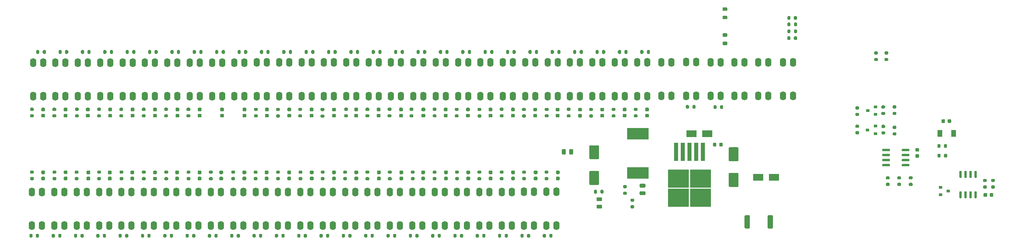
<source format=gbr>
%TF.GenerationSoftware,KiCad,Pcbnew,(5.1.12)-1*%
%TF.CreationDate,2021-12-06T16:24:31+01:00*%
%TF.ProjectId,boneIO_input board,626f6e65-494f-45f6-996e-70757420626f,rev?*%
%TF.SameCoordinates,Original*%
%TF.FileFunction,Paste,Top*%
%TF.FilePolarity,Positive*%
%FSLAX46Y46*%
G04 Gerber Fmt 4.6, Leading zero omitted, Abs format (unit mm)*
G04 Created by KiCad (PCBNEW (5.1.12)-1) date 2021-12-06 16:24:31*
%MOMM*%
%LPD*%
G01*
G04 APERTURE LIST*
%ADD10R,0.900000X0.800000*%
%ADD11O,1.600000X2.250000*%
%ADD12R,2.500000X1.800000*%
%ADD13R,1.300000X1.700000*%
%ADD14R,5.400000X2.900000*%
%ADD15R,1.100000X4.600000*%
%ADD16R,5.250000X4.550000*%
G04 APERTURE END LIST*
%TO.C,R126*%
G36*
G01*
X229955000Y-80105000D02*
X230505000Y-80105000D01*
G75*
G02*
X230705000Y-80305000I0J-200000D01*
G01*
X230705000Y-80705000D01*
G75*
G02*
X230505000Y-80905000I-200000J0D01*
G01*
X229955000Y-80905000D01*
G75*
G02*
X229755000Y-80705000I0J200000D01*
G01*
X229755000Y-80305000D01*
G75*
G02*
X229955000Y-80105000I200000J0D01*
G01*
G37*
G36*
G01*
X229955000Y-78455000D02*
X230505000Y-78455000D01*
G75*
G02*
X230705000Y-78655000I0J-200000D01*
G01*
X230705000Y-79055000D01*
G75*
G02*
X230505000Y-79255000I-200000J0D01*
G01*
X229955000Y-79255000D01*
G75*
G02*
X229755000Y-79055000I0J200000D01*
G01*
X229755000Y-78655000D01*
G75*
G02*
X229955000Y-78455000I200000J0D01*
G01*
G37*
%TD*%
%TO.C,R125*%
G36*
G01*
X230505000Y-74625000D02*
X229955000Y-74625000D01*
G75*
G02*
X229755000Y-74425000I0J200000D01*
G01*
X229755000Y-74025000D01*
G75*
G02*
X229955000Y-73825000I200000J0D01*
G01*
X230505000Y-73825000D01*
G75*
G02*
X230705000Y-74025000I0J-200000D01*
G01*
X230705000Y-74425000D01*
G75*
G02*
X230505000Y-74625000I-200000J0D01*
G01*
G37*
G36*
G01*
X230505000Y-76275000D02*
X229955000Y-76275000D01*
G75*
G02*
X229755000Y-76075000I0J200000D01*
G01*
X229755000Y-75675000D01*
G75*
G02*
X229955000Y-75475000I200000J0D01*
G01*
X230505000Y-75475000D01*
G75*
G02*
X230705000Y-75675000I0J-200000D01*
G01*
X230705000Y-76075000D01*
G75*
G02*
X230505000Y-76275000I-200000J0D01*
G01*
G37*
%TD*%
%TO.C,R124*%
G36*
G01*
X236535000Y-80155000D02*
X237085000Y-80155000D01*
G75*
G02*
X237285000Y-80355000I0J-200000D01*
G01*
X237285000Y-80755000D01*
G75*
G02*
X237085000Y-80955000I-200000J0D01*
G01*
X236535000Y-80955000D01*
G75*
G02*
X236335000Y-80755000I0J200000D01*
G01*
X236335000Y-80355000D01*
G75*
G02*
X236535000Y-80155000I200000J0D01*
G01*
G37*
G36*
G01*
X236535000Y-78505000D02*
X237085000Y-78505000D01*
G75*
G02*
X237285000Y-78705000I0J-200000D01*
G01*
X237285000Y-79105000D01*
G75*
G02*
X237085000Y-79305000I-200000J0D01*
G01*
X236535000Y-79305000D01*
G75*
G02*
X236335000Y-79105000I0J200000D01*
G01*
X236335000Y-78705000D01*
G75*
G02*
X236535000Y-78505000I200000J0D01*
G01*
G37*
%TD*%
%TO.C,R123*%
G36*
G01*
X236515000Y-75230000D02*
X237065000Y-75230000D01*
G75*
G02*
X237265000Y-75430000I0J-200000D01*
G01*
X237265000Y-75830000D01*
G75*
G02*
X237065000Y-76030000I-200000J0D01*
G01*
X236515000Y-76030000D01*
G75*
G02*
X236315000Y-75830000I0J200000D01*
G01*
X236315000Y-75430000D01*
G75*
G02*
X236515000Y-75230000I200000J0D01*
G01*
G37*
G36*
G01*
X236515000Y-73580000D02*
X237065000Y-73580000D01*
G75*
G02*
X237265000Y-73780000I0J-200000D01*
G01*
X237265000Y-74180000D01*
G75*
G02*
X237065000Y-74380000I-200000J0D01*
G01*
X236515000Y-74380000D01*
G75*
G02*
X236315000Y-74180000I0J200000D01*
G01*
X236315000Y-73780000D01*
G75*
G02*
X236515000Y-73580000I200000J0D01*
G01*
G37*
%TD*%
%TO.C,R122*%
G36*
G01*
X239375000Y-80390000D02*
X239925000Y-80390000D01*
G75*
G02*
X240125000Y-80590000I0J-200000D01*
G01*
X240125000Y-80990000D01*
G75*
G02*
X239925000Y-81190000I-200000J0D01*
G01*
X239375000Y-81190000D01*
G75*
G02*
X239175000Y-80990000I0J200000D01*
G01*
X239175000Y-80590000D01*
G75*
G02*
X239375000Y-80390000I200000J0D01*
G01*
G37*
G36*
G01*
X239375000Y-78740000D02*
X239925000Y-78740000D01*
G75*
G02*
X240125000Y-78940000I0J-200000D01*
G01*
X240125000Y-79340000D01*
G75*
G02*
X239925000Y-79540000I-200000J0D01*
G01*
X239375000Y-79540000D01*
G75*
G02*
X239175000Y-79340000I0J200000D01*
G01*
X239175000Y-78940000D01*
G75*
G02*
X239375000Y-78740000I200000J0D01*
G01*
G37*
%TD*%
%TO.C,R121*%
G36*
G01*
X239925000Y-74360000D02*
X239375000Y-74360000D01*
G75*
G02*
X239175000Y-74160000I0J200000D01*
G01*
X239175000Y-73760000D01*
G75*
G02*
X239375000Y-73560000I200000J0D01*
G01*
X239925000Y-73560000D01*
G75*
G02*
X240125000Y-73760000I0J-200000D01*
G01*
X240125000Y-74160000D01*
G75*
G02*
X239925000Y-74360000I-200000J0D01*
G01*
G37*
G36*
G01*
X239925000Y-76010000D02*
X239375000Y-76010000D01*
G75*
G02*
X239175000Y-75810000I0J200000D01*
G01*
X239175000Y-75410000D01*
G75*
G02*
X239375000Y-75210000I200000J0D01*
G01*
X239925000Y-75210000D01*
G75*
G02*
X240125000Y-75410000I0J-200000D01*
G01*
X240125000Y-75810000D01*
G75*
G02*
X239925000Y-76010000I-200000J0D01*
G01*
G37*
%TD*%
D10*
%TO.C,Q2*%
X232830000Y-79790000D03*
X234830000Y-78840000D03*
X234830000Y-80740000D03*
%TD*%
%TO.C,Q1*%
X232860000Y-74900000D03*
X234860000Y-73950000D03*
X234860000Y-75850000D03*
%TD*%
%TO.C,U34*%
G36*
G01*
X236530000Y-85015000D02*
X236530000Y-84715000D01*
G75*
G02*
X236680000Y-84565000I150000J0D01*
G01*
X238330000Y-84565000D01*
G75*
G02*
X238480000Y-84715000I0J-150000D01*
G01*
X238480000Y-85015000D01*
G75*
G02*
X238330000Y-85165000I-150000J0D01*
G01*
X236680000Y-85165000D01*
G75*
G02*
X236530000Y-85015000I0J150000D01*
G01*
G37*
G36*
G01*
X236530000Y-86285000D02*
X236530000Y-85985000D01*
G75*
G02*
X236680000Y-85835000I150000J0D01*
G01*
X238330000Y-85835000D01*
G75*
G02*
X238480000Y-85985000I0J-150000D01*
G01*
X238480000Y-86285000D01*
G75*
G02*
X238330000Y-86435000I-150000J0D01*
G01*
X236680000Y-86435000D01*
G75*
G02*
X236530000Y-86285000I0J150000D01*
G01*
G37*
G36*
G01*
X236530000Y-87555000D02*
X236530000Y-87255000D01*
G75*
G02*
X236680000Y-87105000I150000J0D01*
G01*
X238330000Y-87105000D01*
G75*
G02*
X238480000Y-87255000I0J-150000D01*
G01*
X238480000Y-87555000D01*
G75*
G02*
X238330000Y-87705000I-150000J0D01*
G01*
X236680000Y-87705000D01*
G75*
G02*
X236530000Y-87555000I0J150000D01*
G01*
G37*
G36*
G01*
X236530000Y-88825000D02*
X236530000Y-88525000D01*
G75*
G02*
X236680000Y-88375000I150000J0D01*
G01*
X238330000Y-88375000D01*
G75*
G02*
X238480000Y-88525000I0J-150000D01*
G01*
X238480000Y-88825000D01*
G75*
G02*
X238330000Y-88975000I-150000J0D01*
G01*
X236680000Y-88975000D01*
G75*
G02*
X236530000Y-88825000I0J150000D01*
G01*
G37*
G36*
G01*
X241480000Y-88825000D02*
X241480000Y-88525000D01*
G75*
G02*
X241630000Y-88375000I150000J0D01*
G01*
X243280000Y-88375000D01*
G75*
G02*
X243430000Y-88525000I0J-150000D01*
G01*
X243430000Y-88825000D01*
G75*
G02*
X243280000Y-88975000I-150000J0D01*
G01*
X241630000Y-88975000D01*
G75*
G02*
X241480000Y-88825000I0J150000D01*
G01*
G37*
G36*
G01*
X241480000Y-87555000D02*
X241480000Y-87255000D01*
G75*
G02*
X241630000Y-87105000I150000J0D01*
G01*
X243280000Y-87105000D01*
G75*
G02*
X243430000Y-87255000I0J-150000D01*
G01*
X243430000Y-87555000D01*
G75*
G02*
X243280000Y-87705000I-150000J0D01*
G01*
X241630000Y-87705000D01*
G75*
G02*
X241480000Y-87555000I0J150000D01*
G01*
G37*
G36*
G01*
X241480000Y-86285000D02*
X241480000Y-85985000D01*
G75*
G02*
X241630000Y-85835000I150000J0D01*
G01*
X243280000Y-85835000D01*
G75*
G02*
X243430000Y-85985000I0J-150000D01*
G01*
X243430000Y-86285000D01*
G75*
G02*
X243280000Y-86435000I-150000J0D01*
G01*
X241630000Y-86435000D01*
G75*
G02*
X241480000Y-86285000I0J150000D01*
G01*
G37*
G36*
G01*
X241480000Y-85015000D02*
X241480000Y-84715000D01*
G75*
G02*
X241630000Y-84565000I150000J0D01*
G01*
X243280000Y-84565000D01*
G75*
G02*
X243430000Y-84715000I0J-150000D01*
G01*
X243430000Y-85015000D01*
G75*
G02*
X243280000Y-85165000I-150000J0D01*
G01*
X241630000Y-85165000D01*
G75*
G02*
X241480000Y-85015000I0J150000D01*
G01*
G37*
%TD*%
%TO.C,C38*%
G36*
G01*
X245140000Y-85910000D02*
X245640000Y-85910000D01*
G75*
G02*
X245865000Y-86135000I0J-225000D01*
G01*
X245865000Y-86585000D01*
G75*
G02*
X245640000Y-86810000I-225000J0D01*
G01*
X245140000Y-86810000D01*
G75*
G02*
X244915000Y-86585000I0J225000D01*
G01*
X244915000Y-86135000D01*
G75*
G02*
X245140000Y-85910000I225000J0D01*
G01*
G37*
G36*
G01*
X245140000Y-84360000D02*
X245640000Y-84360000D01*
G75*
G02*
X245865000Y-84585000I0J-225000D01*
G01*
X245865000Y-85035000D01*
G75*
G02*
X245640000Y-85260000I-225000J0D01*
G01*
X245140000Y-85260000D01*
G75*
G02*
X244915000Y-85035000I0J225000D01*
G01*
X244915000Y-84585000D01*
G75*
G02*
X245140000Y-84360000I225000J0D01*
G01*
G37*
%TD*%
%TO.C,L4*%
G36*
G01*
X197191250Y-49707500D02*
X196428750Y-49707500D01*
G75*
G02*
X196210000Y-49488750I0J218750D01*
G01*
X196210000Y-49051250D01*
G75*
G02*
X196428750Y-48832500I218750J0D01*
G01*
X197191250Y-48832500D01*
G75*
G02*
X197410000Y-49051250I0J-218750D01*
G01*
X197410000Y-49488750D01*
G75*
G02*
X197191250Y-49707500I-218750J0D01*
G01*
G37*
G36*
G01*
X197191250Y-51832500D02*
X196428750Y-51832500D01*
G75*
G02*
X196210000Y-51613750I0J218750D01*
G01*
X196210000Y-51176250D01*
G75*
G02*
X196428750Y-50957500I218750J0D01*
G01*
X197191250Y-50957500D01*
G75*
G02*
X197410000Y-51176250I0J-218750D01*
G01*
X197410000Y-51613750D01*
G75*
G02*
X197191250Y-51832500I-218750J0D01*
G01*
G37*
%TD*%
%TO.C,L3*%
G36*
G01*
X197191250Y-56245000D02*
X196428750Y-56245000D01*
G75*
G02*
X196210000Y-56026250I0J218750D01*
G01*
X196210000Y-55588750D01*
G75*
G02*
X196428750Y-55370000I218750J0D01*
G01*
X197191250Y-55370000D01*
G75*
G02*
X197410000Y-55588750I0J-218750D01*
G01*
X197410000Y-56026250D01*
G75*
G02*
X197191250Y-56245000I-218750J0D01*
G01*
G37*
G36*
G01*
X197191250Y-58370000D02*
X196428750Y-58370000D01*
G75*
G02*
X196210000Y-58151250I0J218750D01*
G01*
X196210000Y-57713750D01*
G75*
G02*
X196428750Y-57495000I218750J0D01*
G01*
X197191250Y-57495000D01*
G75*
G02*
X197410000Y-57713750I0J-218750D01*
G01*
X197410000Y-58151250D01*
G75*
G02*
X197191250Y-58370000I-218750J0D01*
G01*
G37*
%TD*%
D11*
%TO.C,U59*%
X207790000Y-71190000D03*
X205250000Y-71190000D03*
X205250000Y-62690000D03*
X207790000Y-62690000D03*
%TD*%
%TO.C,U60*%
X211450000Y-62690000D03*
X213990000Y-62690000D03*
X213990000Y-71190000D03*
X211450000Y-71190000D03*
%TD*%
%TO.C,U57*%
X193230000Y-62680000D03*
X195770000Y-62680000D03*
X195770000Y-71180000D03*
X193230000Y-71180000D03*
%TD*%
%TO.C,U51*%
X180750000Y-62690000D03*
X183290000Y-62690000D03*
X183290000Y-71190000D03*
X180750000Y-71190000D03*
%TD*%
%TO.C,U56*%
X81110000Y-71250000D03*
X78570000Y-71250000D03*
X78570000Y-62750000D03*
X81110000Y-62750000D03*
%TD*%
%TO.C,U55*%
X86760000Y-71250000D03*
X84220000Y-71250000D03*
X84220000Y-62750000D03*
X86760000Y-62750000D03*
%TD*%
%TO.C,U54*%
X92400000Y-71250000D03*
X89860000Y-71250000D03*
X89860000Y-62750000D03*
X92400000Y-62750000D03*
%TD*%
%TO.C,U53*%
X98050000Y-71250000D03*
X95510000Y-71250000D03*
X95510000Y-62750000D03*
X98050000Y-62750000D03*
%TD*%
%TO.C,U58*%
X201760000Y-71190000D03*
X199220000Y-71190000D03*
X199220000Y-62690000D03*
X201760000Y-62690000D03*
%TD*%
%TO.C,U52*%
X189530000Y-71170000D03*
X186990000Y-71170000D03*
X186990000Y-62670000D03*
X189530000Y-62670000D03*
%TD*%
%TO.C,U50*%
X103690000Y-71245000D03*
X101150000Y-71245000D03*
X101150000Y-62745000D03*
X103690000Y-62745000D03*
%TD*%
%TO.C,U49*%
X109340000Y-71245000D03*
X106800000Y-71245000D03*
X106800000Y-62745000D03*
X109340000Y-62745000D03*
%TD*%
%TO.C,U48*%
X114990000Y-71245000D03*
X112450000Y-71245000D03*
X112450000Y-62745000D03*
X114990000Y-62745000D03*
%TD*%
%TO.C,U47*%
X120640000Y-71245000D03*
X118100000Y-71245000D03*
X118100000Y-62745000D03*
X120640000Y-62745000D03*
%TD*%
%TO.C,U46*%
X126295000Y-71240000D03*
X123755000Y-71240000D03*
X123755000Y-62740000D03*
X126295000Y-62740000D03*
%TD*%
%TO.C,U45*%
X131945000Y-71240000D03*
X129405000Y-71240000D03*
X129405000Y-62740000D03*
X131945000Y-62740000D03*
%TD*%
%TO.C,U44*%
X137600000Y-71240000D03*
X135060000Y-71240000D03*
X135060000Y-62740000D03*
X137600000Y-62740000D03*
%TD*%
%TO.C,U43*%
X143250000Y-71235000D03*
X140710000Y-71235000D03*
X140710000Y-62735000D03*
X143250000Y-62735000D03*
%TD*%
%TO.C,U42*%
X148900000Y-71235000D03*
X146360000Y-71235000D03*
X146360000Y-62735000D03*
X148900000Y-62735000D03*
%TD*%
%TO.C,U41*%
X154550000Y-71235000D03*
X152010000Y-71235000D03*
X152010000Y-62735000D03*
X154550000Y-62735000D03*
%TD*%
%TO.C,U40*%
X160200000Y-71235000D03*
X157660000Y-71235000D03*
X157660000Y-62735000D03*
X160200000Y-62735000D03*
%TD*%
%TO.C,U39*%
X165850000Y-71235000D03*
X163310000Y-71235000D03*
X163310000Y-62735000D03*
X165850000Y-62735000D03*
%TD*%
%TO.C,U38*%
X171500000Y-71235000D03*
X168960000Y-71235000D03*
X168960000Y-62735000D03*
X171500000Y-62735000D03*
%TD*%
%TO.C,U37*%
X177150000Y-71230000D03*
X174610000Y-71230000D03*
X174610000Y-62730000D03*
X177150000Y-62730000D03*
%TD*%
%TO.C,U36*%
X151720000Y-95430000D03*
X154260000Y-95430000D03*
X154260000Y-103930000D03*
X151720000Y-103930000D03*
%TD*%
%TO.C,U35*%
X146070000Y-95430000D03*
X148610000Y-95430000D03*
X148610000Y-103930000D03*
X146070000Y-103930000D03*
%TD*%
%TO.C,U33*%
X140420000Y-95440000D03*
X142960000Y-95440000D03*
X142960000Y-103940000D03*
X140420000Y-103940000D03*
%TD*%
%TO.C,U32*%
X134770000Y-95440000D03*
X137310000Y-95440000D03*
X137310000Y-103940000D03*
X134770000Y-103940000D03*
%TD*%
%TO.C,U31*%
X129120000Y-95440000D03*
X131660000Y-95440000D03*
X131660000Y-103940000D03*
X129120000Y-103940000D03*
%TD*%
%TO.C,U30*%
X123470000Y-95450000D03*
X126010000Y-95450000D03*
X126010000Y-103950000D03*
X123470000Y-103950000D03*
%TD*%
%TO.C,U29*%
X117820000Y-95445000D03*
X120360000Y-95445000D03*
X120360000Y-103945000D03*
X117820000Y-103945000D03*
%TD*%
%TO.C,U28*%
X112170000Y-95445000D03*
X114710000Y-95445000D03*
X114710000Y-103945000D03*
X112170000Y-103945000D03*
%TD*%
%TO.C,U27*%
X106520000Y-95445000D03*
X109060000Y-95445000D03*
X109060000Y-103945000D03*
X106520000Y-103945000D03*
%TD*%
%TO.C,U26*%
X100870000Y-95445000D03*
X103410000Y-95445000D03*
X103410000Y-103945000D03*
X100870000Y-103945000D03*
%TD*%
%TO.C,U25*%
X78270000Y-95445000D03*
X80810000Y-95445000D03*
X80810000Y-103945000D03*
X78270000Y-103945000D03*
%TD*%
%TO.C,U24*%
X72620000Y-95445000D03*
X75160000Y-95445000D03*
X75160000Y-103945000D03*
X72620000Y-103945000D03*
%TD*%
%TO.C,U23*%
X66970000Y-95445000D03*
X69510000Y-95445000D03*
X69510000Y-103945000D03*
X66970000Y-103945000D03*
%TD*%
%TO.C,U22*%
X61320000Y-95445000D03*
X63860000Y-95445000D03*
X63860000Y-103945000D03*
X61320000Y-103945000D03*
%TD*%
%TO.C,U21*%
X55670000Y-95445000D03*
X58210000Y-95445000D03*
X58210000Y-103945000D03*
X55670000Y-103945000D03*
%TD*%
%TO.C,U20*%
X95220000Y-95445000D03*
X97760000Y-95445000D03*
X97760000Y-103945000D03*
X95220000Y-103945000D03*
%TD*%
%TO.C,U19*%
X89570000Y-95445000D03*
X92110000Y-95445000D03*
X92110000Y-103945000D03*
X89570000Y-103945000D03*
%TD*%
%TO.C,U18*%
X83920000Y-95445000D03*
X86460000Y-95445000D03*
X86460000Y-103945000D03*
X83920000Y-103945000D03*
%TD*%
%TO.C,U17*%
X50020000Y-95470000D03*
X52560000Y-95470000D03*
X52560000Y-103970000D03*
X50020000Y-103970000D03*
%TD*%
%TO.C,U16*%
X44370000Y-95465000D03*
X46910000Y-95465000D03*
X46910000Y-103965000D03*
X44370000Y-103965000D03*
%TD*%
%TO.C,U15*%
X38720000Y-95465000D03*
X41260000Y-95465000D03*
X41260000Y-103965000D03*
X38720000Y-103965000D03*
%TD*%
%TO.C,U14*%
X33070000Y-95465000D03*
X35610000Y-95465000D03*
X35610000Y-103965000D03*
X33070000Y-103965000D03*
%TD*%
%TO.C,U13*%
X27420000Y-95465000D03*
X29960000Y-95465000D03*
X29960000Y-103965000D03*
X27420000Y-103965000D03*
%TD*%
%TO.C,U12*%
X21770000Y-95465000D03*
X24310000Y-95465000D03*
X24310000Y-103965000D03*
X21770000Y-103965000D03*
%TD*%
%TO.C,U11*%
X24600000Y-71265000D03*
X22060000Y-71265000D03*
X22060000Y-62765000D03*
X24600000Y-62765000D03*
%TD*%
%TO.C,U10*%
X30250000Y-71265000D03*
X27710000Y-71265000D03*
X27710000Y-62765000D03*
X30250000Y-62765000D03*
%TD*%
%TO.C,U8*%
X35900000Y-71265000D03*
X33360000Y-71265000D03*
X33360000Y-62765000D03*
X35900000Y-62765000D03*
%TD*%
%TO.C,U7*%
X41550000Y-71265000D03*
X39010000Y-71265000D03*
X39010000Y-62765000D03*
X41550000Y-62765000D03*
%TD*%
%TO.C,U6*%
X47200000Y-71265000D03*
X44660000Y-71265000D03*
X44660000Y-62765000D03*
X47200000Y-62765000D03*
%TD*%
%TO.C,U5*%
X52850000Y-71265000D03*
X50310000Y-71265000D03*
X50310000Y-62765000D03*
X52850000Y-62765000D03*
%TD*%
%TO.C,U4*%
X58500000Y-71265000D03*
X55960000Y-71265000D03*
X55960000Y-62765000D03*
X58500000Y-62765000D03*
%TD*%
%TO.C,U3*%
X64150000Y-71265000D03*
X61610000Y-71265000D03*
X61610000Y-62765000D03*
X64150000Y-62765000D03*
%TD*%
%TO.C,U2*%
X69800000Y-71265000D03*
X67260000Y-71265000D03*
X67260000Y-62765000D03*
X69800000Y-62765000D03*
%TD*%
%TO.C,U1*%
X75450000Y-71265000D03*
X72910000Y-71265000D03*
X72910000Y-62765000D03*
X75450000Y-62765000D03*
%TD*%
%TO.C,R112*%
G36*
G01*
X213380000Y-56335000D02*
X213380000Y-56885000D01*
G75*
G02*
X213180000Y-57085000I-200000J0D01*
G01*
X212780000Y-57085000D01*
G75*
G02*
X212580000Y-56885000I0J200000D01*
G01*
X212580000Y-56335000D01*
G75*
G02*
X212780000Y-56135000I200000J0D01*
G01*
X213180000Y-56135000D01*
G75*
G02*
X213380000Y-56335000I0J-200000D01*
G01*
G37*
G36*
G01*
X215030000Y-56335000D02*
X215030000Y-56885000D01*
G75*
G02*
X214830000Y-57085000I-200000J0D01*
G01*
X214430000Y-57085000D01*
G75*
G02*
X214230000Y-56885000I0J200000D01*
G01*
X214230000Y-56335000D01*
G75*
G02*
X214430000Y-56135000I200000J0D01*
G01*
X214830000Y-56135000D01*
G75*
G02*
X215030000Y-56335000I0J-200000D01*
G01*
G37*
%TD*%
%TO.C,R111*%
G36*
G01*
X195565000Y-74295000D02*
X195565000Y-73745000D01*
G75*
G02*
X195765000Y-73545000I200000J0D01*
G01*
X196165000Y-73545000D01*
G75*
G02*
X196365000Y-73745000I0J-200000D01*
G01*
X196365000Y-74295000D01*
G75*
G02*
X196165000Y-74495000I-200000J0D01*
G01*
X195765000Y-74495000D01*
G75*
G02*
X195565000Y-74295000I0J200000D01*
G01*
G37*
G36*
G01*
X193915000Y-74295000D02*
X193915000Y-73745000D01*
G75*
G02*
X194115000Y-73545000I200000J0D01*
G01*
X194515000Y-73545000D01*
G75*
G02*
X194715000Y-73745000I0J-200000D01*
G01*
X194715000Y-74295000D01*
G75*
G02*
X194515000Y-74495000I-200000J0D01*
G01*
X194115000Y-74495000D01*
G75*
G02*
X193915000Y-74295000I0J200000D01*
G01*
G37*
%TD*%
%TO.C,R110*%
G36*
G01*
X213370000Y-51215000D02*
X213370000Y-51765000D01*
G75*
G02*
X213170000Y-51965000I-200000J0D01*
G01*
X212770000Y-51965000D01*
G75*
G02*
X212570000Y-51765000I0J200000D01*
G01*
X212570000Y-51215000D01*
G75*
G02*
X212770000Y-51015000I200000J0D01*
G01*
X213170000Y-51015000D01*
G75*
G02*
X213370000Y-51215000I0J-200000D01*
G01*
G37*
G36*
G01*
X215020000Y-51215000D02*
X215020000Y-51765000D01*
G75*
G02*
X214820000Y-51965000I-200000J0D01*
G01*
X214420000Y-51965000D01*
G75*
G02*
X214220000Y-51765000I0J200000D01*
G01*
X214220000Y-51215000D01*
G75*
G02*
X214420000Y-51015000I200000J0D01*
G01*
X214820000Y-51015000D01*
G75*
G02*
X215020000Y-51215000I0J-200000D01*
G01*
G37*
%TD*%
%TO.C,R109*%
G36*
G01*
X187735000Y-73685000D02*
X187735000Y-74235000D01*
G75*
G02*
X187535000Y-74435000I-200000J0D01*
G01*
X187135000Y-74435000D01*
G75*
G02*
X186935000Y-74235000I0J200000D01*
G01*
X186935000Y-73685000D01*
G75*
G02*
X187135000Y-73485000I200000J0D01*
G01*
X187535000Y-73485000D01*
G75*
G02*
X187735000Y-73685000I0J-200000D01*
G01*
G37*
G36*
G01*
X189385000Y-73685000D02*
X189385000Y-74235000D01*
G75*
G02*
X189185000Y-74435000I-200000J0D01*
G01*
X188785000Y-74435000D01*
G75*
G02*
X188585000Y-74235000I0J200000D01*
G01*
X188585000Y-73685000D01*
G75*
G02*
X188785000Y-73485000I200000J0D01*
G01*
X189185000Y-73485000D01*
G75*
G02*
X189385000Y-73685000I0J-200000D01*
G01*
G37*
%TD*%
%TO.C,R104*%
G36*
G01*
X213385000Y-54585000D02*
X213385000Y-55135000D01*
G75*
G02*
X213185000Y-55335000I-200000J0D01*
G01*
X212785000Y-55335000D01*
G75*
G02*
X212585000Y-55135000I0J200000D01*
G01*
X212585000Y-54585000D01*
G75*
G02*
X212785000Y-54385000I200000J0D01*
G01*
X213185000Y-54385000D01*
G75*
G02*
X213385000Y-54585000I0J-200000D01*
G01*
G37*
G36*
G01*
X215035000Y-54585000D02*
X215035000Y-55135000D01*
G75*
G02*
X214835000Y-55335000I-200000J0D01*
G01*
X214435000Y-55335000D01*
G75*
G02*
X214235000Y-55135000I0J200000D01*
G01*
X214235000Y-54585000D01*
G75*
G02*
X214435000Y-54385000I200000J0D01*
G01*
X214835000Y-54385000D01*
G75*
G02*
X215035000Y-54585000I0J-200000D01*
G01*
G37*
%TD*%
%TO.C,R103*%
G36*
G01*
X213385000Y-52855000D02*
X213385000Y-53405000D01*
G75*
G02*
X213185000Y-53605000I-200000J0D01*
G01*
X212785000Y-53605000D01*
G75*
G02*
X212585000Y-53405000I0J200000D01*
G01*
X212585000Y-52855000D01*
G75*
G02*
X212785000Y-52655000I200000J0D01*
G01*
X213185000Y-52655000D01*
G75*
G02*
X213385000Y-52855000I0J-200000D01*
G01*
G37*
G36*
G01*
X215035000Y-52855000D02*
X215035000Y-53405000D01*
G75*
G02*
X214835000Y-53605000I-200000J0D01*
G01*
X214435000Y-53605000D01*
G75*
G02*
X214235000Y-53405000I0J200000D01*
G01*
X214235000Y-52855000D01*
G75*
G02*
X214435000Y-52655000I200000J0D01*
G01*
X214835000Y-52655000D01*
G75*
G02*
X215035000Y-52855000I0J-200000D01*
G01*
G37*
%TD*%
%TO.C,R75*%
G36*
G01*
X159270544Y-59810000D02*
X159270544Y-60360000D01*
G75*
G02*
X159070544Y-60560000I-200000J0D01*
G01*
X158670544Y-60560000D01*
G75*
G02*
X158470544Y-60360000I0J200000D01*
G01*
X158470544Y-59810000D01*
G75*
G02*
X158670544Y-59610000I200000J0D01*
G01*
X159070544Y-59610000D01*
G75*
G02*
X159270544Y-59810000I0J-200000D01*
G01*
G37*
G36*
G01*
X160920544Y-59810000D02*
X160920544Y-60360000D01*
G75*
G02*
X160720544Y-60560000I-200000J0D01*
G01*
X160320544Y-60560000D01*
G75*
G02*
X160120544Y-60360000I0J200000D01*
G01*
X160120544Y-59810000D01*
G75*
G02*
X160320544Y-59610000I200000J0D01*
G01*
X160720544Y-59610000D01*
G75*
G02*
X160920544Y-59810000I0J-200000D01*
G01*
G37*
%TD*%
D12*
%TO.C,D2*%
X192370000Y-80790000D03*
X188370000Y-80790000D03*
%TD*%
%TO.C,R114*%
G36*
G01*
X89255000Y-75840000D02*
X89805000Y-75840000D01*
G75*
G02*
X90005000Y-76040000I0J-200000D01*
G01*
X90005000Y-76440000D01*
G75*
G02*
X89805000Y-76640000I-200000J0D01*
G01*
X89255000Y-76640000D01*
G75*
G02*
X89055000Y-76440000I0J200000D01*
G01*
X89055000Y-76040000D01*
G75*
G02*
X89255000Y-75840000I200000J0D01*
G01*
G37*
G36*
G01*
X89255000Y-74190000D02*
X89805000Y-74190000D01*
G75*
G02*
X90005000Y-74390000I0J-200000D01*
G01*
X90005000Y-74790000D01*
G75*
G02*
X89805000Y-74990000I-200000J0D01*
G01*
X89255000Y-74990000D01*
G75*
G02*
X89055000Y-74790000I0J200000D01*
G01*
X89055000Y-74390000D01*
G75*
G02*
X89255000Y-74190000I200000J0D01*
G01*
G37*
%TD*%
%TO.C,R115*%
G36*
G01*
X83625000Y-75870000D02*
X84175000Y-75870000D01*
G75*
G02*
X84375000Y-76070000I0J-200000D01*
G01*
X84375000Y-76470000D01*
G75*
G02*
X84175000Y-76670000I-200000J0D01*
G01*
X83625000Y-76670000D01*
G75*
G02*
X83425000Y-76470000I0J200000D01*
G01*
X83425000Y-76070000D01*
G75*
G02*
X83625000Y-75870000I200000J0D01*
G01*
G37*
G36*
G01*
X83625000Y-74220000D02*
X84175000Y-74220000D01*
G75*
G02*
X84375000Y-74420000I0J-200000D01*
G01*
X84375000Y-74820000D01*
G75*
G02*
X84175000Y-75020000I-200000J0D01*
G01*
X83625000Y-75020000D01*
G75*
G02*
X83425000Y-74820000I0J200000D01*
G01*
X83425000Y-74420000D01*
G75*
G02*
X83625000Y-74220000I200000J0D01*
G01*
G37*
%TD*%
%TO.C,R116*%
G36*
G01*
X78065000Y-75840000D02*
X78615000Y-75840000D01*
G75*
G02*
X78815000Y-76040000I0J-200000D01*
G01*
X78815000Y-76440000D01*
G75*
G02*
X78615000Y-76640000I-200000J0D01*
G01*
X78065000Y-76640000D01*
G75*
G02*
X77865000Y-76440000I0J200000D01*
G01*
X77865000Y-76040000D01*
G75*
G02*
X78065000Y-75840000I200000J0D01*
G01*
G37*
G36*
G01*
X78065000Y-74190000D02*
X78615000Y-74190000D01*
G75*
G02*
X78815000Y-74390000I0J-200000D01*
G01*
X78815000Y-74790000D01*
G75*
G02*
X78615000Y-74990000I-200000J0D01*
G01*
X78065000Y-74990000D01*
G75*
G02*
X77865000Y-74790000I0J200000D01*
G01*
X77865000Y-74390000D01*
G75*
G02*
X78065000Y-74190000I200000J0D01*
G01*
G37*
%TD*%
%TO.C,R80*%
G36*
G01*
X151995000Y-90855000D02*
X151445000Y-90855000D01*
G75*
G02*
X151245000Y-90655000I0J200000D01*
G01*
X151245000Y-90255000D01*
G75*
G02*
X151445000Y-90055000I200000J0D01*
G01*
X151995000Y-90055000D01*
G75*
G02*
X152195000Y-90255000I0J-200000D01*
G01*
X152195000Y-90655000D01*
G75*
G02*
X151995000Y-90855000I-200000J0D01*
G01*
G37*
G36*
G01*
X151995000Y-92505000D02*
X151445000Y-92505000D01*
G75*
G02*
X151245000Y-92305000I0J200000D01*
G01*
X151245000Y-91905000D01*
G75*
G02*
X151445000Y-91705000I200000J0D01*
G01*
X151995000Y-91705000D01*
G75*
G02*
X152195000Y-91905000I0J-200000D01*
G01*
X152195000Y-92305000D01*
G75*
G02*
X151995000Y-92505000I-200000J0D01*
G01*
G37*
%TD*%
%TO.C,R106*%
G36*
G01*
X91452772Y-59810000D02*
X91452772Y-60360000D01*
G75*
G02*
X91252772Y-60560000I-200000J0D01*
G01*
X90852772Y-60560000D01*
G75*
G02*
X90652772Y-60360000I0J200000D01*
G01*
X90652772Y-59810000D01*
G75*
G02*
X90852772Y-59610000I200000J0D01*
G01*
X91252772Y-59610000D01*
G75*
G02*
X91452772Y-59810000I0J-200000D01*
G01*
G37*
G36*
G01*
X93102772Y-59810000D02*
X93102772Y-60360000D01*
G75*
G02*
X92902772Y-60560000I-200000J0D01*
G01*
X92502772Y-60560000D01*
G75*
G02*
X92302772Y-60360000I0J200000D01*
G01*
X92302772Y-59810000D01*
G75*
G02*
X92502772Y-59610000I200000J0D01*
G01*
X92902772Y-59610000D01*
G75*
G02*
X93102772Y-59810000I0J-200000D01*
G01*
G37*
%TD*%
%TO.C,R107*%
G36*
G01*
X85801291Y-59810000D02*
X85801291Y-60360000D01*
G75*
G02*
X85601291Y-60560000I-200000J0D01*
G01*
X85201291Y-60560000D01*
G75*
G02*
X85001291Y-60360000I0J200000D01*
G01*
X85001291Y-59810000D01*
G75*
G02*
X85201291Y-59610000I200000J0D01*
G01*
X85601291Y-59610000D01*
G75*
G02*
X85801291Y-59810000I0J-200000D01*
G01*
G37*
G36*
G01*
X87451291Y-59810000D02*
X87451291Y-60360000D01*
G75*
G02*
X87251291Y-60560000I-200000J0D01*
G01*
X86851291Y-60560000D01*
G75*
G02*
X86651291Y-60360000I0J200000D01*
G01*
X86651291Y-59810000D01*
G75*
G02*
X86851291Y-59610000I200000J0D01*
G01*
X87251291Y-59610000D01*
G75*
G02*
X87451291Y-59810000I0J-200000D01*
G01*
G37*
%TD*%
%TO.C,R108*%
G36*
G01*
X80149810Y-59810000D02*
X80149810Y-60360000D01*
G75*
G02*
X79949810Y-60560000I-200000J0D01*
G01*
X79549810Y-60560000D01*
G75*
G02*
X79349810Y-60360000I0J200000D01*
G01*
X79349810Y-59810000D01*
G75*
G02*
X79549810Y-59610000I200000J0D01*
G01*
X79949810Y-59610000D01*
G75*
G02*
X80149810Y-59810000I0J-200000D01*
G01*
G37*
G36*
G01*
X81799810Y-59810000D02*
X81799810Y-60360000D01*
G75*
G02*
X81599810Y-60560000I-200000J0D01*
G01*
X81199810Y-60560000D01*
G75*
G02*
X80999810Y-60360000I0J200000D01*
G01*
X80999810Y-59810000D01*
G75*
G02*
X81199810Y-59610000I200000J0D01*
G01*
X81599810Y-59610000D01*
G75*
G02*
X81799810Y-59810000I0J-200000D01*
G01*
G37*
%TD*%
%TO.C,R71*%
G36*
G01*
X152445000Y-106780000D02*
X152445000Y-106230000D01*
G75*
G02*
X152645000Y-106030000I200000J0D01*
G01*
X153045000Y-106030000D01*
G75*
G02*
X153245000Y-106230000I0J-200000D01*
G01*
X153245000Y-106780000D01*
G75*
G02*
X153045000Y-106980000I-200000J0D01*
G01*
X152645000Y-106980000D01*
G75*
G02*
X152445000Y-106780000I0J200000D01*
G01*
G37*
G36*
G01*
X150795000Y-106780000D02*
X150795000Y-106230000D01*
G75*
G02*
X150995000Y-106030000I200000J0D01*
G01*
X151395000Y-106030000D01*
G75*
G02*
X151595000Y-106230000I0J-200000D01*
G01*
X151595000Y-106780000D01*
G75*
G02*
X151395000Y-106980000I-200000J0D01*
G01*
X150995000Y-106980000D01*
G75*
G02*
X150795000Y-106780000I0J200000D01*
G01*
G37*
%TD*%
%TO.C,R95*%
G36*
G01*
X140145000Y-75830000D02*
X140695000Y-75830000D01*
G75*
G02*
X140895000Y-76030000I0J-200000D01*
G01*
X140895000Y-76430000D01*
G75*
G02*
X140695000Y-76630000I-200000J0D01*
G01*
X140145000Y-76630000D01*
G75*
G02*
X139945000Y-76430000I0J200000D01*
G01*
X139945000Y-76030000D01*
G75*
G02*
X140145000Y-75830000I200000J0D01*
G01*
G37*
G36*
G01*
X140145000Y-74180000D02*
X140695000Y-74180000D01*
G75*
G02*
X140895000Y-74380000I0J-200000D01*
G01*
X140895000Y-74780000D01*
G75*
G02*
X140695000Y-74980000I-200000J0D01*
G01*
X140145000Y-74980000D01*
G75*
G02*
X139945000Y-74780000I0J200000D01*
G01*
X139945000Y-74380000D01*
G75*
G02*
X140145000Y-74180000I200000J0D01*
G01*
G37*
%TD*%
%TO.C,R99*%
G36*
G01*
X117345000Y-75835000D02*
X117895000Y-75835000D01*
G75*
G02*
X118095000Y-76035000I0J-200000D01*
G01*
X118095000Y-76435000D01*
G75*
G02*
X117895000Y-76635000I-200000J0D01*
G01*
X117345000Y-76635000D01*
G75*
G02*
X117145000Y-76435000I0J200000D01*
G01*
X117145000Y-76035000D01*
G75*
G02*
X117345000Y-75835000I200000J0D01*
G01*
G37*
G36*
G01*
X117345000Y-74185000D02*
X117895000Y-74185000D01*
G75*
G02*
X118095000Y-74385000I0J-200000D01*
G01*
X118095000Y-74785000D01*
G75*
G02*
X117895000Y-74985000I-200000J0D01*
G01*
X117345000Y-74985000D01*
G75*
G02*
X117145000Y-74785000I0J200000D01*
G01*
X117145000Y-74385000D01*
G75*
G02*
X117345000Y-74185000I200000J0D01*
G01*
G37*
%TD*%
%TO.C,R63*%
G36*
G01*
X118225000Y-90855000D02*
X117675000Y-90855000D01*
G75*
G02*
X117475000Y-90655000I0J200000D01*
G01*
X117475000Y-90255000D01*
G75*
G02*
X117675000Y-90055000I200000J0D01*
G01*
X118225000Y-90055000D01*
G75*
G02*
X118425000Y-90255000I0J-200000D01*
G01*
X118425000Y-90655000D01*
G75*
G02*
X118225000Y-90855000I-200000J0D01*
G01*
G37*
G36*
G01*
X118225000Y-92505000D02*
X117675000Y-92505000D01*
G75*
G02*
X117475000Y-92305000I0J200000D01*
G01*
X117475000Y-91905000D01*
G75*
G02*
X117675000Y-91705000I200000J0D01*
G01*
X118225000Y-91705000D01*
G75*
G02*
X118425000Y-91905000I0J-200000D01*
G01*
X118425000Y-92305000D01*
G75*
G02*
X118225000Y-92505000I-200000J0D01*
G01*
G37*
%TD*%
%TO.C,R98*%
G36*
G01*
X123205000Y-75830000D02*
X123755000Y-75830000D01*
G75*
G02*
X123955000Y-76030000I0J-200000D01*
G01*
X123955000Y-76430000D01*
G75*
G02*
X123755000Y-76630000I-200000J0D01*
G01*
X123205000Y-76630000D01*
G75*
G02*
X123005000Y-76430000I0J200000D01*
G01*
X123005000Y-76030000D01*
G75*
G02*
X123205000Y-75830000I200000J0D01*
G01*
G37*
G36*
G01*
X123205000Y-74180000D02*
X123755000Y-74180000D01*
G75*
G02*
X123955000Y-74380000I0J-200000D01*
G01*
X123955000Y-74780000D01*
G75*
G02*
X123755000Y-74980000I-200000J0D01*
G01*
X123205000Y-74980000D01*
G75*
G02*
X123005000Y-74780000I0J200000D01*
G01*
X123005000Y-74380000D01*
G75*
G02*
X123205000Y-74180000I200000J0D01*
G01*
G37*
%TD*%
%TO.C,R97*%
G36*
G01*
X128785000Y-75840000D02*
X129335000Y-75840000D01*
G75*
G02*
X129535000Y-76040000I0J-200000D01*
G01*
X129535000Y-76440000D01*
G75*
G02*
X129335000Y-76640000I-200000J0D01*
G01*
X128785000Y-76640000D01*
G75*
G02*
X128585000Y-76440000I0J200000D01*
G01*
X128585000Y-76040000D01*
G75*
G02*
X128785000Y-75840000I200000J0D01*
G01*
G37*
G36*
G01*
X128785000Y-74190000D02*
X129335000Y-74190000D01*
G75*
G02*
X129535000Y-74390000I0J-200000D01*
G01*
X129535000Y-74790000D01*
G75*
G02*
X129335000Y-74990000I-200000J0D01*
G01*
X128785000Y-74990000D01*
G75*
G02*
X128585000Y-74790000I0J200000D01*
G01*
X128585000Y-74390000D01*
G75*
G02*
X128785000Y-74190000I200000J0D01*
G01*
G37*
%TD*%
%TO.C,R96*%
G36*
G01*
X134515000Y-75850000D02*
X135065000Y-75850000D01*
G75*
G02*
X135265000Y-76050000I0J-200000D01*
G01*
X135265000Y-76450000D01*
G75*
G02*
X135065000Y-76650000I-200000J0D01*
G01*
X134515000Y-76650000D01*
G75*
G02*
X134315000Y-76450000I0J200000D01*
G01*
X134315000Y-76050000D01*
G75*
G02*
X134515000Y-75850000I200000J0D01*
G01*
G37*
G36*
G01*
X134515000Y-74200000D02*
X135065000Y-74200000D01*
G75*
G02*
X135265000Y-74400000I0J-200000D01*
G01*
X135265000Y-74800000D01*
G75*
G02*
X135065000Y-75000000I-200000J0D01*
G01*
X134515000Y-75000000D01*
G75*
G02*
X134315000Y-74800000I0J200000D01*
G01*
X134315000Y-74400000D01*
G75*
G02*
X134515000Y-74200000I200000J0D01*
G01*
G37*
%TD*%
%TO.C,R113*%
G36*
G01*
X94865000Y-75890000D02*
X95415000Y-75890000D01*
G75*
G02*
X95615000Y-76090000I0J-200000D01*
G01*
X95615000Y-76490000D01*
G75*
G02*
X95415000Y-76690000I-200000J0D01*
G01*
X94865000Y-76690000D01*
G75*
G02*
X94665000Y-76490000I0J200000D01*
G01*
X94665000Y-76090000D01*
G75*
G02*
X94865000Y-75890000I200000J0D01*
G01*
G37*
G36*
G01*
X94865000Y-74240000D02*
X95415000Y-74240000D01*
G75*
G02*
X95615000Y-74440000I0J-200000D01*
G01*
X95615000Y-74840000D01*
G75*
G02*
X95415000Y-75040000I-200000J0D01*
G01*
X94865000Y-75040000D01*
G75*
G02*
X94665000Y-74840000I0J200000D01*
G01*
X94665000Y-74440000D01*
G75*
G02*
X94865000Y-74240000I200000J0D01*
G01*
G37*
%TD*%
%TO.C,R1*%
G36*
G01*
X74498329Y-59810000D02*
X74498329Y-60360000D01*
G75*
G02*
X74298329Y-60560000I-200000J0D01*
G01*
X73898329Y-60560000D01*
G75*
G02*
X73698329Y-60360000I0J200000D01*
G01*
X73698329Y-59810000D01*
G75*
G02*
X73898329Y-59610000I200000J0D01*
G01*
X74298329Y-59610000D01*
G75*
G02*
X74498329Y-59810000I0J-200000D01*
G01*
G37*
G36*
G01*
X76148329Y-59810000D02*
X76148329Y-60360000D01*
G75*
G02*
X75948329Y-60560000I-200000J0D01*
G01*
X75548329Y-60560000D01*
G75*
G02*
X75348329Y-60360000I0J200000D01*
G01*
X75348329Y-59810000D01*
G75*
G02*
X75548329Y-59610000I200000J0D01*
G01*
X75948329Y-59610000D01*
G75*
G02*
X76148329Y-59810000I0J-200000D01*
G01*
G37*
%TD*%
%TO.C,R87*%
G36*
G01*
X142316101Y-59810000D02*
X142316101Y-60360000D01*
G75*
G02*
X142116101Y-60560000I-200000J0D01*
G01*
X141716101Y-60560000D01*
G75*
G02*
X141516101Y-60360000I0J200000D01*
G01*
X141516101Y-59810000D01*
G75*
G02*
X141716101Y-59610000I200000J0D01*
G01*
X142116101Y-59610000D01*
G75*
G02*
X142316101Y-59810000I0J-200000D01*
G01*
G37*
G36*
G01*
X143966101Y-59810000D02*
X143966101Y-60360000D01*
G75*
G02*
X143766101Y-60560000I-200000J0D01*
G01*
X143366101Y-60560000D01*
G75*
G02*
X143166101Y-60360000I0J200000D01*
G01*
X143166101Y-59810000D01*
G75*
G02*
X143366101Y-59610000I200000J0D01*
G01*
X143766101Y-59610000D01*
G75*
G02*
X143966101Y-59810000I0J-200000D01*
G01*
G37*
%TD*%
%TO.C,R91*%
G36*
G01*
X119710177Y-59810000D02*
X119710177Y-60360000D01*
G75*
G02*
X119510177Y-60560000I-200000J0D01*
G01*
X119110177Y-60560000D01*
G75*
G02*
X118910177Y-60360000I0J200000D01*
G01*
X118910177Y-59810000D01*
G75*
G02*
X119110177Y-59610000I200000J0D01*
G01*
X119510177Y-59610000D01*
G75*
G02*
X119710177Y-59810000I0J-200000D01*
G01*
G37*
G36*
G01*
X121360177Y-59810000D02*
X121360177Y-60360000D01*
G75*
G02*
X121160177Y-60560000I-200000J0D01*
G01*
X120760177Y-60560000D01*
G75*
G02*
X120560177Y-60360000I0J200000D01*
G01*
X120560177Y-59810000D01*
G75*
G02*
X120760177Y-59610000I200000J0D01*
G01*
X121160177Y-59610000D01*
G75*
G02*
X121360177Y-59810000I0J-200000D01*
G01*
G37*
%TD*%
%TO.C,R55*%
G36*
G01*
X118614126Y-106780000D02*
X118614126Y-106230000D01*
G75*
G02*
X118814126Y-106030000I200000J0D01*
G01*
X119214126Y-106030000D01*
G75*
G02*
X119414126Y-106230000I0J-200000D01*
G01*
X119414126Y-106780000D01*
G75*
G02*
X119214126Y-106980000I-200000J0D01*
G01*
X118814126Y-106980000D01*
G75*
G02*
X118614126Y-106780000I0J200000D01*
G01*
G37*
G36*
G01*
X116964126Y-106780000D02*
X116964126Y-106230000D01*
G75*
G02*
X117164126Y-106030000I200000J0D01*
G01*
X117564126Y-106030000D01*
G75*
G02*
X117764126Y-106230000I0J-200000D01*
G01*
X117764126Y-106780000D01*
G75*
G02*
X117564126Y-106980000I-200000J0D01*
G01*
X117164126Y-106980000D01*
G75*
G02*
X116964126Y-106780000I0J200000D01*
G01*
G37*
%TD*%
%TO.C,R90*%
G36*
G01*
X125361658Y-59810000D02*
X125361658Y-60360000D01*
G75*
G02*
X125161658Y-60560000I-200000J0D01*
G01*
X124761658Y-60560000D01*
G75*
G02*
X124561658Y-60360000I0J200000D01*
G01*
X124561658Y-59810000D01*
G75*
G02*
X124761658Y-59610000I200000J0D01*
G01*
X125161658Y-59610000D01*
G75*
G02*
X125361658Y-59810000I0J-200000D01*
G01*
G37*
G36*
G01*
X127011658Y-59810000D02*
X127011658Y-60360000D01*
G75*
G02*
X126811658Y-60560000I-200000J0D01*
G01*
X126411658Y-60560000D01*
G75*
G02*
X126211658Y-60360000I0J200000D01*
G01*
X126211658Y-59810000D01*
G75*
G02*
X126411658Y-59610000I200000J0D01*
G01*
X126811658Y-59610000D01*
G75*
G02*
X127011658Y-59810000I0J-200000D01*
G01*
G37*
%TD*%
%TO.C,R89*%
G36*
G01*
X131013139Y-59810000D02*
X131013139Y-60360000D01*
G75*
G02*
X130813139Y-60560000I-200000J0D01*
G01*
X130413139Y-60560000D01*
G75*
G02*
X130213139Y-60360000I0J200000D01*
G01*
X130213139Y-59810000D01*
G75*
G02*
X130413139Y-59610000I200000J0D01*
G01*
X130813139Y-59610000D01*
G75*
G02*
X131013139Y-59810000I0J-200000D01*
G01*
G37*
G36*
G01*
X132663139Y-59810000D02*
X132663139Y-60360000D01*
G75*
G02*
X132463139Y-60560000I-200000J0D01*
G01*
X132063139Y-60560000D01*
G75*
G02*
X131863139Y-60360000I0J200000D01*
G01*
X131863139Y-59810000D01*
G75*
G02*
X132063139Y-59610000I200000J0D01*
G01*
X132463139Y-59610000D01*
G75*
G02*
X132663139Y-59810000I0J-200000D01*
G01*
G37*
%TD*%
%TO.C,R88*%
G36*
G01*
X136664620Y-59810000D02*
X136664620Y-60360000D01*
G75*
G02*
X136464620Y-60560000I-200000J0D01*
G01*
X136064620Y-60560000D01*
G75*
G02*
X135864620Y-60360000I0J200000D01*
G01*
X135864620Y-59810000D01*
G75*
G02*
X136064620Y-59610000I200000J0D01*
G01*
X136464620Y-59610000D01*
G75*
G02*
X136664620Y-59810000I0J-200000D01*
G01*
G37*
G36*
G01*
X138314620Y-59810000D02*
X138314620Y-60360000D01*
G75*
G02*
X138114620Y-60560000I-200000J0D01*
G01*
X137714620Y-60560000D01*
G75*
G02*
X137514620Y-60360000I0J200000D01*
G01*
X137514620Y-59810000D01*
G75*
G02*
X137714620Y-59610000I200000J0D01*
G01*
X138114620Y-59610000D01*
G75*
G02*
X138314620Y-59810000I0J-200000D01*
G01*
G37*
%TD*%
%TO.C,R105*%
G36*
G01*
X97104253Y-59810000D02*
X97104253Y-60360000D01*
G75*
G02*
X96904253Y-60560000I-200000J0D01*
G01*
X96504253Y-60560000D01*
G75*
G02*
X96304253Y-60360000I0J200000D01*
G01*
X96304253Y-59810000D01*
G75*
G02*
X96504253Y-59610000I200000J0D01*
G01*
X96904253Y-59610000D01*
G75*
G02*
X97104253Y-59810000I0J-200000D01*
G01*
G37*
G36*
G01*
X98754253Y-59810000D02*
X98754253Y-60360000D01*
G75*
G02*
X98554253Y-60560000I-200000J0D01*
G01*
X98154253Y-60560000D01*
G75*
G02*
X97954253Y-60360000I0J200000D01*
G01*
X97954253Y-59810000D01*
G75*
G02*
X98154253Y-59610000I200000J0D01*
G01*
X98554253Y-59610000D01*
G75*
G02*
X98754253Y-59810000I0J-200000D01*
G01*
G37*
%TD*%
%TO.C,R84*%
G36*
G01*
X157075000Y-75835000D02*
X157625000Y-75835000D01*
G75*
G02*
X157825000Y-76035000I0J-200000D01*
G01*
X157825000Y-76435000D01*
G75*
G02*
X157625000Y-76635000I-200000J0D01*
G01*
X157075000Y-76635000D01*
G75*
G02*
X156875000Y-76435000I0J200000D01*
G01*
X156875000Y-76035000D01*
G75*
G02*
X157075000Y-75835000I200000J0D01*
G01*
G37*
G36*
G01*
X157075000Y-74185000D02*
X157625000Y-74185000D01*
G75*
G02*
X157825000Y-74385000I0J-200000D01*
G01*
X157825000Y-74785000D01*
G75*
G02*
X157625000Y-74985000I-200000J0D01*
G01*
X157075000Y-74985000D01*
G75*
G02*
X156875000Y-74785000I0J200000D01*
G01*
X156875000Y-74385000D01*
G75*
G02*
X157075000Y-74185000I200000J0D01*
G01*
G37*
%TD*%
%TO.C,R83*%
G36*
G01*
X162715000Y-75860000D02*
X163265000Y-75860000D01*
G75*
G02*
X163465000Y-76060000I0J-200000D01*
G01*
X163465000Y-76460000D01*
G75*
G02*
X163265000Y-76660000I-200000J0D01*
G01*
X162715000Y-76660000D01*
G75*
G02*
X162515000Y-76460000I0J200000D01*
G01*
X162515000Y-76060000D01*
G75*
G02*
X162715000Y-75860000I200000J0D01*
G01*
G37*
G36*
G01*
X162715000Y-74210000D02*
X163265000Y-74210000D01*
G75*
G02*
X163465000Y-74410000I0J-200000D01*
G01*
X163465000Y-74810000D01*
G75*
G02*
X163265000Y-75010000I-200000J0D01*
G01*
X162715000Y-75010000D01*
G75*
G02*
X162515000Y-74810000I0J200000D01*
G01*
X162515000Y-74410000D01*
G75*
G02*
X162715000Y-74210000I200000J0D01*
G01*
G37*
%TD*%
%TO.C,R82*%
G36*
G01*
X168405000Y-75840000D02*
X168955000Y-75840000D01*
G75*
G02*
X169155000Y-76040000I0J-200000D01*
G01*
X169155000Y-76440000D01*
G75*
G02*
X168955000Y-76640000I-200000J0D01*
G01*
X168405000Y-76640000D01*
G75*
G02*
X168205000Y-76440000I0J200000D01*
G01*
X168205000Y-76040000D01*
G75*
G02*
X168405000Y-75840000I200000J0D01*
G01*
G37*
G36*
G01*
X168405000Y-74190000D02*
X168955000Y-74190000D01*
G75*
G02*
X169155000Y-74390000I0J-200000D01*
G01*
X169155000Y-74790000D01*
G75*
G02*
X168955000Y-74990000I-200000J0D01*
G01*
X168405000Y-74990000D01*
G75*
G02*
X168205000Y-74790000I0J200000D01*
G01*
X168205000Y-74390000D01*
G75*
G02*
X168405000Y-74190000I200000J0D01*
G01*
G37*
%TD*%
%TO.C,R81*%
G36*
G01*
X173995000Y-75840000D02*
X174545000Y-75840000D01*
G75*
G02*
X174745000Y-76040000I0J-200000D01*
G01*
X174745000Y-76440000D01*
G75*
G02*
X174545000Y-76640000I-200000J0D01*
G01*
X173995000Y-76640000D01*
G75*
G02*
X173795000Y-76440000I0J200000D01*
G01*
X173795000Y-76040000D01*
G75*
G02*
X173995000Y-75840000I200000J0D01*
G01*
G37*
G36*
G01*
X173995000Y-74190000D02*
X174545000Y-74190000D01*
G75*
G02*
X174745000Y-74390000I0J-200000D01*
G01*
X174745000Y-74790000D01*
G75*
G02*
X174545000Y-74990000I-200000J0D01*
G01*
X173995000Y-74990000D01*
G75*
G02*
X173795000Y-74790000I0J200000D01*
G01*
X173795000Y-74390000D01*
G75*
G02*
X173995000Y-74190000I200000J0D01*
G01*
G37*
%TD*%
%TO.C,R100*%
G36*
G01*
X111815000Y-75820000D02*
X112365000Y-75820000D01*
G75*
G02*
X112565000Y-76020000I0J-200000D01*
G01*
X112565000Y-76420000D01*
G75*
G02*
X112365000Y-76620000I-200000J0D01*
G01*
X111815000Y-76620000D01*
G75*
G02*
X111615000Y-76420000I0J200000D01*
G01*
X111615000Y-76020000D01*
G75*
G02*
X111815000Y-75820000I200000J0D01*
G01*
G37*
G36*
G01*
X111815000Y-74170000D02*
X112365000Y-74170000D01*
G75*
G02*
X112565000Y-74370000I0J-200000D01*
G01*
X112565000Y-74770000D01*
G75*
G02*
X112365000Y-74970000I-200000J0D01*
G01*
X111815000Y-74970000D01*
G75*
G02*
X111615000Y-74770000I0J200000D01*
G01*
X111615000Y-74370000D01*
G75*
G02*
X111815000Y-74170000I200000J0D01*
G01*
G37*
%TD*%
%TO.C,R43*%
G36*
G01*
X84195000Y-90855000D02*
X83645000Y-90855000D01*
G75*
G02*
X83445000Y-90655000I0J200000D01*
G01*
X83445000Y-90255000D01*
G75*
G02*
X83645000Y-90055000I200000J0D01*
G01*
X84195000Y-90055000D01*
G75*
G02*
X84395000Y-90255000I0J-200000D01*
G01*
X84395000Y-90655000D01*
G75*
G02*
X84195000Y-90855000I-200000J0D01*
G01*
G37*
G36*
G01*
X84195000Y-92505000D02*
X83645000Y-92505000D01*
G75*
G02*
X83445000Y-92305000I0J200000D01*
G01*
X83445000Y-91905000D01*
G75*
G02*
X83645000Y-91705000I200000J0D01*
G01*
X84195000Y-91705000D01*
G75*
G02*
X84395000Y-91905000I0J-200000D01*
G01*
X84395000Y-92305000D01*
G75*
G02*
X84195000Y-92505000I-200000J0D01*
G01*
G37*
%TD*%
%TO.C,R101*%
G36*
G01*
X106225000Y-75835000D02*
X106775000Y-75835000D01*
G75*
G02*
X106975000Y-76035000I0J-200000D01*
G01*
X106975000Y-76435000D01*
G75*
G02*
X106775000Y-76635000I-200000J0D01*
G01*
X106225000Y-76635000D01*
G75*
G02*
X106025000Y-76435000I0J200000D01*
G01*
X106025000Y-76035000D01*
G75*
G02*
X106225000Y-75835000I200000J0D01*
G01*
G37*
G36*
G01*
X106225000Y-74185000D02*
X106775000Y-74185000D01*
G75*
G02*
X106975000Y-74385000I0J-200000D01*
G01*
X106975000Y-74785000D01*
G75*
G02*
X106775000Y-74985000I-200000J0D01*
G01*
X106225000Y-74985000D01*
G75*
G02*
X106025000Y-74785000I0J200000D01*
G01*
X106025000Y-74385000D01*
G75*
G02*
X106225000Y-74185000I200000J0D01*
G01*
G37*
%TD*%
%TO.C,R102*%
G36*
G01*
X100825000Y-75835000D02*
X101375000Y-75835000D01*
G75*
G02*
X101575000Y-76035000I0J-200000D01*
G01*
X101575000Y-76435000D01*
G75*
G02*
X101375000Y-76635000I-200000J0D01*
G01*
X100825000Y-76635000D01*
G75*
G02*
X100625000Y-76435000I0J200000D01*
G01*
X100625000Y-76035000D01*
G75*
G02*
X100825000Y-75835000I200000J0D01*
G01*
G37*
G36*
G01*
X100825000Y-74185000D02*
X101375000Y-74185000D01*
G75*
G02*
X101575000Y-74385000I0J-200000D01*
G01*
X101575000Y-74785000D01*
G75*
G02*
X101375000Y-74985000I-200000J0D01*
G01*
X100825000Y-74985000D01*
G75*
G02*
X100625000Y-74785000I0J200000D01*
G01*
X100625000Y-74385000D01*
G75*
G02*
X100825000Y-74185000I200000J0D01*
G01*
G37*
%TD*%
%TO.C,R74*%
G36*
G01*
X164922025Y-59810000D02*
X164922025Y-60360000D01*
G75*
G02*
X164722025Y-60560000I-200000J0D01*
G01*
X164322025Y-60560000D01*
G75*
G02*
X164122025Y-60360000I0J200000D01*
G01*
X164122025Y-59810000D01*
G75*
G02*
X164322025Y-59610000I200000J0D01*
G01*
X164722025Y-59610000D01*
G75*
G02*
X164922025Y-59810000I0J-200000D01*
G01*
G37*
G36*
G01*
X166572025Y-59810000D02*
X166572025Y-60360000D01*
G75*
G02*
X166372025Y-60560000I-200000J0D01*
G01*
X165972025Y-60560000D01*
G75*
G02*
X165772025Y-60360000I0J200000D01*
G01*
X165772025Y-59810000D01*
G75*
G02*
X165972025Y-59610000I200000J0D01*
G01*
X166372025Y-59610000D01*
G75*
G02*
X166572025Y-59810000I0J-200000D01*
G01*
G37*
%TD*%
%TO.C,R73*%
G36*
G01*
X170573506Y-59810000D02*
X170573506Y-60360000D01*
G75*
G02*
X170373506Y-60560000I-200000J0D01*
G01*
X169973506Y-60560000D01*
G75*
G02*
X169773506Y-60360000I0J200000D01*
G01*
X169773506Y-59810000D01*
G75*
G02*
X169973506Y-59610000I200000J0D01*
G01*
X170373506Y-59610000D01*
G75*
G02*
X170573506Y-59810000I0J-200000D01*
G01*
G37*
G36*
G01*
X172223506Y-59810000D02*
X172223506Y-60360000D01*
G75*
G02*
X172023506Y-60560000I-200000J0D01*
G01*
X171623506Y-60560000D01*
G75*
G02*
X171423506Y-60360000I0J200000D01*
G01*
X171423506Y-59810000D01*
G75*
G02*
X171623506Y-59610000I200000J0D01*
G01*
X172023506Y-59610000D01*
G75*
G02*
X172223506Y-59810000I0J-200000D01*
G01*
G37*
%TD*%
%TO.C,R72*%
G36*
G01*
X176225000Y-59810000D02*
X176225000Y-60360000D01*
G75*
G02*
X176025000Y-60560000I-200000J0D01*
G01*
X175625000Y-60560000D01*
G75*
G02*
X175425000Y-60360000I0J200000D01*
G01*
X175425000Y-59810000D01*
G75*
G02*
X175625000Y-59610000I200000J0D01*
G01*
X176025000Y-59610000D01*
G75*
G02*
X176225000Y-59810000I0J-200000D01*
G01*
G37*
G36*
G01*
X177875000Y-59810000D02*
X177875000Y-60360000D01*
G75*
G02*
X177675000Y-60560000I-200000J0D01*
G01*
X177275000Y-60560000D01*
G75*
G02*
X177075000Y-60360000I0J200000D01*
G01*
X177075000Y-59810000D01*
G75*
G02*
X177275000Y-59610000I200000J0D01*
G01*
X177675000Y-59610000D01*
G75*
G02*
X177875000Y-59810000I0J-200000D01*
G01*
G37*
%TD*%
%TO.C,R92*%
G36*
G01*
X114058696Y-59810000D02*
X114058696Y-60360000D01*
G75*
G02*
X113858696Y-60560000I-200000J0D01*
G01*
X113458696Y-60560000D01*
G75*
G02*
X113258696Y-60360000I0J200000D01*
G01*
X113258696Y-59810000D01*
G75*
G02*
X113458696Y-59610000I200000J0D01*
G01*
X113858696Y-59610000D01*
G75*
G02*
X114058696Y-59810000I0J-200000D01*
G01*
G37*
G36*
G01*
X115708696Y-59810000D02*
X115708696Y-60360000D01*
G75*
G02*
X115508696Y-60560000I-200000J0D01*
G01*
X115108696Y-60560000D01*
G75*
G02*
X114908696Y-60360000I0J200000D01*
G01*
X114908696Y-59810000D01*
G75*
G02*
X115108696Y-59610000I200000J0D01*
G01*
X115508696Y-59610000D01*
G75*
G02*
X115708696Y-59810000I0J-200000D01*
G01*
G37*
%TD*%
%TO.C,R34*%
G36*
G01*
X84783258Y-106780000D02*
X84783258Y-106230000D01*
G75*
G02*
X84983258Y-106030000I200000J0D01*
G01*
X85383258Y-106030000D01*
G75*
G02*
X85583258Y-106230000I0J-200000D01*
G01*
X85583258Y-106780000D01*
G75*
G02*
X85383258Y-106980000I-200000J0D01*
G01*
X84983258Y-106980000D01*
G75*
G02*
X84783258Y-106780000I0J200000D01*
G01*
G37*
G36*
G01*
X83133258Y-106780000D02*
X83133258Y-106230000D01*
G75*
G02*
X83333258Y-106030000I200000J0D01*
G01*
X83733258Y-106030000D01*
G75*
G02*
X83933258Y-106230000I0J-200000D01*
G01*
X83933258Y-106780000D01*
G75*
G02*
X83733258Y-106980000I-200000J0D01*
G01*
X83333258Y-106980000D01*
G75*
G02*
X83133258Y-106780000I0J200000D01*
G01*
G37*
%TD*%
%TO.C,R93*%
G36*
G01*
X108407215Y-59810000D02*
X108407215Y-60360000D01*
G75*
G02*
X108207215Y-60560000I-200000J0D01*
G01*
X107807215Y-60560000D01*
G75*
G02*
X107607215Y-60360000I0J200000D01*
G01*
X107607215Y-59810000D01*
G75*
G02*
X107807215Y-59610000I200000J0D01*
G01*
X108207215Y-59610000D01*
G75*
G02*
X108407215Y-59810000I0J-200000D01*
G01*
G37*
G36*
G01*
X110057215Y-59810000D02*
X110057215Y-60360000D01*
G75*
G02*
X109857215Y-60560000I-200000J0D01*
G01*
X109457215Y-60560000D01*
G75*
G02*
X109257215Y-60360000I0J200000D01*
G01*
X109257215Y-59810000D01*
G75*
G02*
X109457215Y-59610000I200000J0D01*
G01*
X109857215Y-59610000D01*
G75*
G02*
X110057215Y-59810000I0J-200000D01*
G01*
G37*
%TD*%
%TO.C,R94*%
G36*
G01*
X102755734Y-59810000D02*
X102755734Y-60360000D01*
G75*
G02*
X102555734Y-60560000I-200000J0D01*
G01*
X102155734Y-60560000D01*
G75*
G02*
X101955734Y-60360000I0J200000D01*
G01*
X101955734Y-59810000D01*
G75*
G02*
X102155734Y-59610000I200000J0D01*
G01*
X102555734Y-59610000D01*
G75*
G02*
X102755734Y-59810000I0J-200000D01*
G01*
G37*
G36*
G01*
X104405734Y-59810000D02*
X104405734Y-60360000D01*
G75*
G02*
X104205734Y-60560000I-200000J0D01*
G01*
X103805734Y-60560000D01*
G75*
G02*
X103605734Y-60360000I0J200000D01*
G01*
X103605734Y-59810000D01*
G75*
G02*
X103805734Y-59610000I200000J0D01*
G01*
X104205734Y-59610000D01*
G75*
G02*
X104405734Y-59810000I0J-200000D01*
G01*
G37*
%TD*%
%TO.C,R64*%
G36*
G01*
X123745000Y-90855000D02*
X123195000Y-90855000D01*
G75*
G02*
X122995000Y-90655000I0J200000D01*
G01*
X122995000Y-90255000D01*
G75*
G02*
X123195000Y-90055000I200000J0D01*
G01*
X123745000Y-90055000D01*
G75*
G02*
X123945000Y-90255000I0J-200000D01*
G01*
X123945000Y-90655000D01*
G75*
G02*
X123745000Y-90855000I-200000J0D01*
G01*
G37*
G36*
G01*
X123745000Y-92505000D02*
X123195000Y-92505000D01*
G75*
G02*
X122995000Y-92305000I0J200000D01*
G01*
X122995000Y-91905000D01*
G75*
G02*
X123195000Y-91705000I200000J0D01*
G01*
X123745000Y-91705000D01*
G75*
G02*
X123945000Y-91905000I0J-200000D01*
G01*
X123945000Y-92305000D01*
G75*
G02*
X123745000Y-92505000I-200000J0D01*
G01*
G37*
%TD*%
%TO.C,R65*%
G36*
G01*
X129395000Y-90855000D02*
X128845000Y-90855000D01*
G75*
G02*
X128645000Y-90655000I0J200000D01*
G01*
X128645000Y-90255000D01*
G75*
G02*
X128845000Y-90055000I200000J0D01*
G01*
X129395000Y-90055000D01*
G75*
G02*
X129595000Y-90255000I0J-200000D01*
G01*
X129595000Y-90655000D01*
G75*
G02*
X129395000Y-90855000I-200000J0D01*
G01*
G37*
G36*
G01*
X129395000Y-92505000D02*
X128845000Y-92505000D01*
G75*
G02*
X128645000Y-92305000I0J200000D01*
G01*
X128645000Y-91905000D01*
G75*
G02*
X128845000Y-91705000I200000J0D01*
G01*
X129395000Y-91705000D01*
G75*
G02*
X129595000Y-91905000I0J-200000D01*
G01*
X129595000Y-92305000D01*
G75*
G02*
X129395000Y-92505000I-200000J0D01*
G01*
G37*
%TD*%
%TO.C,R66*%
G36*
G01*
X135045000Y-90855000D02*
X134495000Y-90855000D01*
G75*
G02*
X134295000Y-90655000I0J200000D01*
G01*
X134295000Y-90255000D01*
G75*
G02*
X134495000Y-90055000I200000J0D01*
G01*
X135045000Y-90055000D01*
G75*
G02*
X135245000Y-90255000I0J-200000D01*
G01*
X135245000Y-90655000D01*
G75*
G02*
X135045000Y-90855000I-200000J0D01*
G01*
G37*
G36*
G01*
X135045000Y-92505000D02*
X134495000Y-92505000D01*
G75*
G02*
X134295000Y-92305000I0J200000D01*
G01*
X134295000Y-91905000D01*
G75*
G02*
X134495000Y-91705000I200000J0D01*
G01*
X135045000Y-91705000D01*
G75*
G02*
X135245000Y-91905000I0J-200000D01*
G01*
X135245000Y-92305000D01*
G75*
G02*
X135045000Y-92505000I-200000J0D01*
G01*
G37*
%TD*%
%TO.C,R67*%
G36*
G01*
X140695000Y-90855000D02*
X140145000Y-90855000D01*
G75*
G02*
X139945000Y-90655000I0J200000D01*
G01*
X139945000Y-90255000D01*
G75*
G02*
X140145000Y-90055000I200000J0D01*
G01*
X140695000Y-90055000D01*
G75*
G02*
X140895000Y-90255000I0J-200000D01*
G01*
X140895000Y-90655000D01*
G75*
G02*
X140695000Y-90855000I-200000J0D01*
G01*
G37*
G36*
G01*
X140695000Y-92505000D02*
X140145000Y-92505000D01*
G75*
G02*
X139945000Y-92305000I0J200000D01*
G01*
X139945000Y-91905000D01*
G75*
G02*
X140145000Y-91705000I200000J0D01*
G01*
X140695000Y-91705000D01*
G75*
G02*
X140895000Y-91905000I0J-200000D01*
G01*
X140895000Y-92305000D01*
G75*
G02*
X140695000Y-92505000I-200000J0D01*
G01*
G37*
%TD*%
%TO.C,R79*%
G36*
G01*
X146345000Y-90855000D02*
X145795000Y-90855000D01*
G75*
G02*
X145595000Y-90655000I0J200000D01*
G01*
X145595000Y-90255000D01*
G75*
G02*
X145795000Y-90055000I200000J0D01*
G01*
X146345000Y-90055000D01*
G75*
G02*
X146545000Y-90255000I0J-200000D01*
G01*
X146545000Y-90655000D01*
G75*
G02*
X146345000Y-90855000I-200000J0D01*
G01*
G37*
G36*
G01*
X146345000Y-92505000D02*
X145795000Y-92505000D01*
G75*
G02*
X145595000Y-92305000I0J200000D01*
G01*
X145595000Y-91905000D01*
G75*
G02*
X145795000Y-91705000I200000J0D01*
G01*
X146345000Y-91705000D01*
G75*
G02*
X146545000Y-91905000I0J-200000D01*
G01*
X146545000Y-92305000D01*
G75*
G02*
X146345000Y-92505000I-200000J0D01*
G01*
G37*
%TD*%
%TO.C,R45*%
G36*
G01*
X95495000Y-90855000D02*
X94945000Y-90855000D01*
G75*
G02*
X94745000Y-90655000I0J200000D01*
G01*
X94745000Y-90255000D01*
G75*
G02*
X94945000Y-90055000I200000J0D01*
G01*
X95495000Y-90055000D01*
G75*
G02*
X95695000Y-90255000I0J-200000D01*
G01*
X95695000Y-90655000D01*
G75*
G02*
X95495000Y-90855000I-200000J0D01*
G01*
G37*
G36*
G01*
X95495000Y-92505000D02*
X94945000Y-92505000D01*
G75*
G02*
X94745000Y-92305000I0J200000D01*
G01*
X94745000Y-91905000D01*
G75*
G02*
X94945000Y-91705000I200000J0D01*
G01*
X95495000Y-91705000D01*
G75*
G02*
X95695000Y-91905000I0J-200000D01*
G01*
X95695000Y-92305000D01*
G75*
G02*
X95495000Y-92505000I-200000J0D01*
G01*
G37*
%TD*%
%TO.C,R44*%
G36*
G01*
X89870000Y-90855000D02*
X89320000Y-90855000D01*
G75*
G02*
X89120000Y-90655000I0J200000D01*
G01*
X89120000Y-90255000D01*
G75*
G02*
X89320000Y-90055000I200000J0D01*
G01*
X89870000Y-90055000D01*
G75*
G02*
X90070000Y-90255000I0J-200000D01*
G01*
X90070000Y-90655000D01*
G75*
G02*
X89870000Y-90855000I-200000J0D01*
G01*
G37*
G36*
G01*
X89870000Y-92505000D02*
X89320000Y-92505000D01*
G75*
G02*
X89120000Y-92305000I0J200000D01*
G01*
X89120000Y-91905000D01*
G75*
G02*
X89320000Y-91705000I200000J0D01*
G01*
X89870000Y-91705000D01*
G75*
G02*
X90070000Y-91905000I0J-200000D01*
G01*
X90070000Y-92305000D01*
G75*
G02*
X89870000Y-92505000I-200000J0D01*
G01*
G37*
%TD*%
%TO.C,R60*%
G36*
G01*
X101145000Y-90855000D02*
X100595000Y-90855000D01*
G75*
G02*
X100395000Y-90655000I0J200000D01*
G01*
X100395000Y-90255000D01*
G75*
G02*
X100595000Y-90055000I200000J0D01*
G01*
X101145000Y-90055000D01*
G75*
G02*
X101345000Y-90255000I0J-200000D01*
G01*
X101345000Y-90655000D01*
G75*
G02*
X101145000Y-90855000I-200000J0D01*
G01*
G37*
G36*
G01*
X101145000Y-92505000D02*
X100595000Y-92505000D01*
G75*
G02*
X100395000Y-92305000I0J200000D01*
G01*
X100395000Y-91905000D01*
G75*
G02*
X100595000Y-91705000I200000J0D01*
G01*
X101145000Y-91705000D01*
G75*
G02*
X101345000Y-91905000I0J-200000D01*
G01*
X101345000Y-92305000D01*
G75*
G02*
X101145000Y-92505000I-200000J0D01*
G01*
G37*
%TD*%
%TO.C,R56*%
G36*
G01*
X124252604Y-106780000D02*
X124252604Y-106230000D01*
G75*
G02*
X124452604Y-106030000I200000J0D01*
G01*
X124852604Y-106030000D01*
G75*
G02*
X125052604Y-106230000I0J-200000D01*
G01*
X125052604Y-106780000D01*
G75*
G02*
X124852604Y-106980000I-200000J0D01*
G01*
X124452604Y-106980000D01*
G75*
G02*
X124252604Y-106780000I0J200000D01*
G01*
G37*
G36*
G01*
X122602604Y-106780000D02*
X122602604Y-106230000D01*
G75*
G02*
X122802604Y-106030000I200000J0D01*
G01*
X123202604Y-106030000D01*
G75*
G02*
X123402604Y-106230000I0J-200000D01*
G01*
X123402604Y-106780000D01*
G75*
G02*
X123202604Y-106980000I-200000J0D01*
G01*
X122802604Y-106980000D01*
G75*
G02*
X122602604Y-106780000I0J200000D01*
G01*
G37*
%TD*%
%TO.C,R57*%
G36*
G01*
X129891082Y-106780000D02*
X129891082Y-106230000D01*
G75*
G02*
X130091082Y-106030000I200000J0D01*
G01*
X130491082Y-106030000D01*
G75*
G02*
X130691082Y-106230000I0J-200000D01*
G01*
X130691082Y-106780000D01*
G75*
G02*
X130491082Y-106980000I-200000J0D01*
G01*
X130091082Y-106980000D01*
G75*
G02*
X129891082Y-106780000I0J200000D01*
G01*
G37*
G36*
G01*
X128241082Y-106780000D02*
X128241082Y-106230000D01*
G75*
G02*
X128441082Y-106030000I200000J0D01*
G01*
X128841082Y-106030000D01*
G75*
G02*
X129041082Y-106230000I0J-200000D01*
G01*
X129041082Y-106780000D01*
G75*
G02*
X128841082Y-106980000I-200000J0D01*
G01*
X128441082Y-106980000D01*
G75*
G02*
X128241082Y-106780000I0J200000D01*
G01*
G37*
%TD*%
%TO.C,R58*%
G36*
G01*
X135529560Y-106780000D02*
X135529560Y-106230000D01*
G75*
G02*
X135729560Y-106030000I200000J0D01*
G01*
X136129560Y-106030000D01*
G75*
G02*
X136329560Y-106230000I0J-200000D01*
G01*
X136329560Y-106780000D01*
G75*
G02*
X136129560Y-106980000I-200000J0D01*
G01*
X135729560Y-106980000D01*
G75*
G02*
X135529560Y-106780000I0J200000D01*
G01*
G37*
G36*
G01*
X133879560Y-106780000D02*
X133879560Y-106230000D01*
G75*
G02*
X134079560Y-106030000I200000J0D01*
G01*
X134479560Y-106030000D01*
G75*
G02*
X134679560Y-106230000I0J-200000D01*
G01*
X134679560Y-106780000D01*
G75*
G02*
X134479560Y-106980000I-200000J0D01*
G01*
X134079560Y-106980000D01*
G75*
G02*
X133879560Y-106780000I0J200000D01*
G01*
G37*
%TD*%
%TO.C,R59*%
G36*
G01*
X141168038Y-106780000D02*
X141168038Y-106230000D01*
G75*
G02*
X141368038Y-106030000I200000J0D01*
G01*
X141768038Y-106030000D01*
G75*
G02*
X141968038Y-106230000I0J-200000D01*
G01*
X141968038Y-106780000D01*
G75*
G02*
X141768038Y-106980000I-200000J0D01*
G01*
X141368038Y-106980000D01*
G75*
G02*
X141168038Y-106780000I0J200000D01*
G01*
G37*
G36*
G01*
X139518038Y-106780000D02*
X139518038Y-106230000D01*
G75*
G02*
X139718038Y-106030000I200000J0D01*
G01*
X140118038Y-106030000D01*
G75*
G02*
X140318038Y-106230000I0J-200000D01*
G01*
X140318038Y-106780000D01*
G75*
G02*
X140118038Y-106980000I-200000J0D01*
G01*
X139718038Y-106980000D01*
G75*
G02*
X139518038Y-106780000I0J200000D01*
G01*
G37*
%TD*%
%TO.C,R70*%
G36*
G01*
X146806516Y-106780000D02*
X146806516Y-106230000D01*
G75*
G02*
X147006516Y-106030000I200000J0D01*
G01*
X147406516Y-106030000D01*
G75*
G02*
X147606516Y-106230000I0J-200000D01*
G01*
X147606516Y-106780000D01*
G75*
G02*
X147406516Y-106980000I-200000J0D01*
G01*
X147006516Y-106980000D01*
G75*
G02*
X146806516Y-106780000I0J200000D01*
G01*
G37*
G36*
G01*
X145156516Y-106780000D02*
X145156516Y-106230000D01*
G75*
G02*
X145356516Y-106030000I200000J0D01*
G01*
X145756516Y-106030000D01*
G75*
G02*
X145956516Y-106230000I0J-200000D01*
G01*
X145956516Y-106780000D01*
G75*
G02*
X145756516Y-106980000I-200000J0D01*
G01*
X145356516Y-106980000D01*
G75*
G02*
X145156516Y-106780000I0J200000D01*
G01*
G37*
%TD*%
%TO.C,R36*%
G36*
G01*
X96060214Y-106780000D02*
X96060214Y-106230000D01*
G75*
G02*
X96260214Y-106030000I200000J0D01*
G01*
X96660214Y-106030000D01*
G75*
G02*
X96860214Y-106230000I0J-200000D01*
G01*
X96860214Y-106780000D01*
G75*
G02*
X96660214Y-106980000I-200000J0D01*
G01*
X96260214Y-106980000D01*
G75*
G02*
X96060214Y-106780000I0J200000D01*
G01*
G37*
G36*
G01*
X94410214Y-106780000D02*
X94410214Y-106230000D01*
G75*
G02*
X94610214Y-106030000I200000J0D01*
G01*
X95010214Y-106030000D01*
G75*
G02*
X95210214Y-106230000I0J-200000D01*
G01*
X95210214Y-106780000D01*
G75*
G02*
X95010214Y-106980000I-200000J0D01*
G01*
X94610214Y-106980000D01*
G75*
G02*
X94410214Y-106780000I0J200000D01*
G01*
G37*
%TD*%
%TO.C,R35*%
G36*
G01*
X90421736Y-106780000D02*
X90421736Y-106230000D01*
G75*
G02*
X90621736Y-106030000I200000J0D01*
G01*
X91021736Y-106030000D01*
G75*
G02*
X91221736Y-106230000I0J-200000D01*
G01*
X91221736Y-106780000D01*
G75*
G02*
X91021736Y-106980000I-200000J0D01*
G01*
X90621736Y-106980000D01*
G75*
G02*
X90421736Y-106780000I0J200000D01*
G01*
G37*
G36*
G01*
X88771736Y-106780000D02*
X88771736Y-106230000D01*
G75*
G02*
X88971736Y-106030000I200000J0D01*
G01*
X89371736Y-106030000D01*
G75*
G02*
X89571736Y-106230000I0J-200000D01*
G01*
X89571736Y-106780000D01*
G75*
G02*
X89371736Y-106980000I-200000J0D01*
G01*
X88971736Y-106980000D01*
G75*
G02*
X88771736Y-106780000I0J200000D01*
G01*
G37*
%TD*%
%TO.C,R52*%
G36*
G01*
X101698692Y-106780000D02*
X101698692Y-106230000D01*
G75*
G02*
X101898692Y-106030000I200000J0D01*
G01*
X102298692Y-106030000D01*
G75*
G02*
X102498692Y-106230000I0J-200000D01*
G01*
X102498692Y-106780000D01*
G75*
G02*
X102298692Y-106980000I-200000J0D01*
G01*
X101898692Y-106980000D01*
G75*
G02*
X101698692Y-106780000I0J200000D01*
G01*
G37*
G36*
G01*
X100048692Y-106780000D02*
X100048692Y-106230000D01*
G75*
G02*
X100248692Y-106030000I200000J0D01*
G01*
X100648692Y-106030000D01*
G75*
G02*
X100848692Y-106230000I0J-200000D01*
G01*
X100848692Y-106780000D01*
G75*
G02*
X100648692Y-106980000I-200000J0D01*
G01*
X100248692Y-106980000D01*
G75*
G02*
X100048692Y-106780000I0J200000D01*
G01*
G37*
%TD*%
%TO.C,R61*%
G36*
G01*
X106770000Y-90855000D02*
X106220000Y-90855000D01*
G75*
G02*
X106020000Y-90655000I0J200000D01*
G01*
X106020000Y-90255000D01*
G75*
G02*
X106220000Y-90055000I200000J0D01*
G01*
X106770000Y-90055000D01*
G75*
G02*
X106970000Y-90255000I0J-200000D01*
G01*
X106970000Y-90655000D01*
G75*
G02*
X106770000Y-90855000I-200000J0D01*
G01*
G37*
G36*
G01*
X106770000Y-92505000D02*
X106220000Y-92505000D01*
G75*
G02*
X106020000Y-92305000I0J200000D01*
G01*
X106020000Y-91905000D01*
G75*
G02*
X106220000Y-91705000I200000J0D01*
G01*
X106770000Y-91705000D01*
G75*
G02*
X106970000Y-91905000I0J-200000D01*
G01*
X106970000Y-92305000D01*
G75*
G02*
X106770000Y-92505000I-200000J0D01*
G01*
G37*
%TD*%
%TO.C,R62*%
G36*
G01*
X112445000Y-90855000D02*
X111895000Y-90855000D01*
G75*
G02*
X111695000Y-90655000I0J200000D01*
G01*
X111695000Y-90255000D01*
G75*
G02*
X111895000Y-90055000I200000J0D01*
G01*
X112445000Y-90055000D01*
G75*
G02*
X112645000Y-90255000I0J-200000D01*
G01*
X112645000Y-90655000D01*
G75*
G02*
X112445000Y-90855000I-200000J0D01*
G01*
G37*
G36*
G01*
X112445000Y-92505000D02*
X111895000Y-92505000D01*
G75*
G02*
X111695000Y-92305000I0J200000D01*
G01*
X111695000Y-91905000D01*
G75*
G02*
X111895000Y-91705000I200000J0D01*
G01*
X112445000Y-91705000D01*
G75*
G02*
X112645000Y-91905000I0J-200000D01*
G01*
X112645000Y-92305000D01*
G75*
G02*
X112445000Y-92505000I-200000J0D01*
G01*
G37*
%TD*%
%TO.C,R86*%
G36*
G01*
X145765000Y-75860000D02*
X146315000Y-75860000D01*
G75*
G02*
X146515000Y-76060000I0J-200000D01*
G01*
X146515000Y-76460000D01*
G75*
G02*
X146315000Y-76660000I-200000J0D01*
G01*
X145765000Y-76660000D01*
G75*
G02*
X145565000Y-76460000I0J200000D01*
G01*
X145565000Y-76060000D01*
G75*
G02*
X145765000Y-75860000I200000J0D01*
G01*
G37*
G36*
G01*
X145765000Y-74210000D02*
X146315000Y-74210000D01*
G75*
G02*
X146515000Y-74410000I0J-200000D01*
G01*
X146515000Y-74810000D01*
G75*
G02*
X146315000Y-75010000I-200000J0D01*
G01*
X145765000Y-75010000D01*
G75*
G02*
X145565000Y-74810000I0J200000D01*
G01*
X145565000Y-74410000D01*
G75*
G02*
X145765000Y-74210000I200000J0D01*
G01*
G37*
%TD*%
%TO.C,R85*%
G36*
G01*
X151525000Y-75840000D02*
X152075000Y-75840000D01*
G75*
G02*
X152275000Y-76040000I0J-200000D01*
G01*
X152275000Y-76440000D01*
G75*
G02*
X152075000Y-76640000I-200000J0D01*
G01*
X151525000Y-76640000D01*
G75*
G02*
X151325000Y-76440000I0J200000D01*
G01*
X151325000Y-76040000D01*
G75*
G02*
X151525000Y-75840000I200000J0D01*
G01*
G37*
G36*
G01*
X151525000Y-74190000D02*
X152075000Y-74190000D01*
G75*
G02*
X152275000Y-74390000I0J-200000D01*
G01*
X152275000Y-74790000D01*
G75*
G02*
X152075000Y-74990000I-200000J0D01*
G01*
X151525000Y-74990000D01*
G75*
G02*
X151325000Y-74790000I0J200000D01*
G01*
X151325000Y-74390000D01*
G75*
G02*
X151525000Y-74190000I200000J0D01*
G01*
G37*
%TD*%
%TO.C,R50*%
G36*
G01*
X78535000Y-90855000D02*
X77985000Y-90855000D01*
G75*
G02*
X77785000Y-90655000I0J200000D01*
G01*
X77785000Y-90255000D01*
G75*
G02*
X77985000Y-90055000I200000J0D01*
G01*
X78535000Y-90055000D01*
G75*
G02*
X78735000Y-90255000I0J-200000D01*
G01*
X78735000Y-90655000D01*
G75*
G02*
X78535000Y-90855000I-200000J0D01*
G01*
G37*
G36*
G01*
X78535000Y-92505000D02*
X77985000Y-92505000D01*
G75*
G02*
X77785000Y-92305000I0J200000D01*
G01*
X77785000Y-91905000D01*
G75*
G02*
X77985000Y-91705000I200000J0D01*
G01*
X78535000Y-91705000D01*
G75*
G02*
X78735000Y-91905000I0J-200000D01*
G01*
X78735000Y-92305000D01*
G75*
G02*
X78535000Y-92505000I-200000J0D01*
G01*
G37*
%TD*%
%TO.C,R49*%
G36*
G01*
X72885000Y-90855000D02*
X72335000Y-90855000D01*
G75*
G02*
X72135000Y-90655000I0J200000D01*
G01*
X72135000Y-90255000D01*
G75*
G02*
X72335000Y-90055000I200000J0D01*
G01*
X72885000Y-90055000D01*
G75*
G02*
X73085000Y-90255000I0J-200000D01*
G01*
X73085000Y-90655000D01*
G75*
G02*
X72885000Y-90855000I-200000J0D01*
G01*
G37*
G36*
G01*
X72885000Y-92505000D02*
X72335000Y-92505000D01*
G75*
G02*
X72135000Y-92305000I0J200000D01*
G01*
X72135000Y-91905000D01*
G75*
G02*
X72335000Y-91705000I200000J0D01*
G01*
X72885000Y-91705000D01*
G75*
G02*
X73085000Y-91905000I0J-200000D01*
G01*
X73085000Y-92305000D01*
G75*
G02*
X72885000Y-92505000I-200000J0D01*
G01*
G37*
%TD*%
%TO.C,R48*%
G36*
G01*
X67235000Y-90860000D02*
X66685000Y-90860000D01*
G75*
G02*
X66485000Y-90660000I0J200000D01*
G01*
X66485000Y-90260000D01*
G75*
G02*
X66685000Y-90060000I200000J0D01*
G01*
X67235000Y-90060000D01*
G75*
G02*
X67435000Y-90260000I0J-200000D01*
G01*
X67435000Y-90660000D01*
G75*
G02*
X67235000Y-90860000I-200000J0D01*
G01*
G37*
G36*
G01*
X67235000Y-92510000D02*
X66685000Y-92510000D01*
G75*
G02*
X66485000Y-92310000I0J200000D01*
G01*
X66485000Y-91910000D01*
G75*
G02*
X66685000Y-91710000I200000J0D01*
G01*
X67235000Y-91710000D01*
G75*
G02*
X67435000Y-91910000I0J-200000D01*
G01*
X67435000Y-92310000D01*
G75*
G02*
X67235000Y-92510000I-200000J0D01*
G01*
G37*
%TD*%
%TO.C,R47*%
G36*
G01*
X61585000Y-90860000D02*
X61035000Y-90860000D01*
G75*
G02*
X60835000Y-90660000I0J200000D01*
G01*
X60835000Y-90260000D01*
G75*
G02*
X61035000Y-90060000I200000J0D01*
G01*
X61585000Y-90060000D01*
G75*
G02*
X61785000Y-90260000I0J-200000D01*
G01*
X61785000Y-90660000D01*
G75*
G02*
X61585000Y-90860000I-200000J0D01*
G01*
G37*
G36*
G01*
X61585000Y-92510000D02*
X61035000Y-92510000D01*
G75*
G02*
X60835000Y-92310000I0J200000D01*
G01*
X60835000Y-91910000D01*
G75*
G02*
X61035000Y-91710000I200000J0D01*
G01*
X61585000Y-91710000D01*
G75*
G02*
X61785000Y-91910000I0J-200000D01*
G01*
X61785000Y-92310000D01*
G75*
G02*
X61585000Y-92510000I-200000J0D01*
G01*
G37*
%TD*%
%TO.C,R53*%
G36*
G01*
X107337170Y-106780000D02*
X107337170Y-106230000D01*
G75*
G02*
X107537170Y-106030000I200000J0D01*
G01*
X107937170Y-106030000D01*
G75*
G02*
X108137170Y-106230000I0J-200000D01*
G01*
X108137170Y-106780000D01*
G75*
G02*
X107937170Y-106980000I-200000J0D01*
G01*
X107537170Y-106980000D01*
G75*
G02*
X107337170Y-106780000I0J200000D01*
G01*
G37*
G36*
G01*
X105687170Y-106780000D02*
X105687170Y-106230000D01*
G75*
G02*
X105887170Y-106030000I200000J0D01*
G01*
X106287170Y-106030000D01*
G75*
G02*
X106487170Y-106230000I0J-200000D01*
G01*
X106487170Y-106780000D01*
G75*
G02*
X106287170Y-106980000I-200000J0D01*
G01*
X105887170Y-106980000D01*
G75*
G02*
X105687170Y-106780000I0J200000D01*
G01*
G37*
%TD*%
%TO.C,R54*%
G36*
G01*
X112975648Y-106780000D02*
X112975648Y-106230000D01*
G75*
G02*
X113175648Y-106030000I200000J0D01*
G01*
X113575648Y-106030000D01*
G75*
G02*
X113775648Y-106230000I0J-200000D01*
G01*
X113775648Y-106780000D01*
G75*
G02*
X113575648Y-106980000I-200000J0D01*
G01*
X113175648Y-106980000D01*
G75*
G02*
X112975648Y-106780000I0J200000D01*
G01*
G37*
G36*
G01*
X111325648Y-106780000D02*
X111325648Y-106230000D01*
G75*
G02*
X111525648Y-106030000I200000J0D01*
G01*
X111925648Y-106030000D01*
G75*
G02*
X112125648Y-106230000I0J-200000D01*
G01*
X112125648Y-106780000D01*
G75*
G02*
X111925648Y-106980000I-200000J0D01*
G01*
X111525648Y-106980000D01*
G75*
G02*
X111325648Y-106780000I0J200000D01*
G01*
G37*
%TD*%
%TO.C,R77*%
G36*
G01*
X147967582Y-59810000D02*
X147967582Y-60360000D01*
G75*
G02*
X147767582Y-60560000I-200000J0D01*
G01*
X147367582Y-60560000D01*
G75*
G02*
X147167582Y-60360000I0J200000D01*
G01*
X147167582Y-59810000D01*
G75*
G02*
X147367582Y-59610000I200000J0D01*
G01*
X147767582Y-59610000D01*
G75*
G02*
X147967582Y-59810000I0J-200000D01*
G01*
G37*
G36*
G01*
X149617582Y-59810000D02*
X149617582Y-60360000D01*
G75*
G02*
X149417582Y-60560000I-200000J0D01*
G01*
X149017582Y-60560000D01*
G75*
G02*
X148817582Y-60360000I0J200000D01*
G01*
X148817582Y-59810000D01*
G75*
G02*
X149017582Y-59610000I200000J0D01*
G01*
X149417582Y-59610000D01*
G75*
G02*
X149617582Y-59810000I0J-200000D01*
G01*
G37*
%TD*%
%TO.C,R76*%
G36*
G01*
X153619063Y-59810000D02*
X153619063Y-60360000D01*
G75*
G02*
X153419063Y-60560000I-200000J0D01*
G01*
X153019063Y-60560000D01*
G75*
G02*
X152819063Y-60360000I0J200000D01*
G01*
X152819063Y-59810000D01*
G75*
G02*
X153019063Y-59610000I200000J0D01*
G01*
X153419063Y-59610000D01*
G75*
G02*
X153619063Y-59810000I0J-200000D01*
G01*
G37*
G36*
G01*
X155269063Y-59810000D02*
X155269063Y-60360000D01*
G75*
G02*
X155069063Y-60560000I-200000J0D01*
G01*
X154669063Y-60560000D01*
G75*
G02*
X154469063Y-60360000I0J200000D01*
G01*
X154469063Y-59810000D01*
G75*
G02*
X154669063Y-59610000I200000J0D01*
G01*
X155069063Y-59610000D01*
G75*
G02*
X155269063Y-59810000I0J-200000D01*
G01*
G37*
%TD*%
%TO.C,R41*%
G36*
G01*
X79144780Y-106780000D02*
X79144780Y-106230000D01*
G75*
G02*
X79344780Y-106030000I200000J0D01*
G01*
X79744780Y-106030000D01*
G75*
G02*
X79944780Y-106230000I0J-200000D01*
G01*
X79944780Y-106780000D01*
G75*
G02*
X79744780Y-106980000I-200000J0D01*
G01*
X79344780Y-106980000D01*
G75*
G02*
X79144780Y-106780000I0J200000D01*
G01*
G37*
G36*
G01*
X77494780Y-106780000D02*
X77494780Y-106230000D01*
G75*
G02*
X77694780Y-106030000I200000J0D01*
G01*
X78094780Y-106030000D01*
G75*
G02*
X78294780Y-106230000I0J-200000D01*
G01*
X78294780Y-106780000D01*
G75*
G02*
X78094780Y-106980000I-200000J0D01*
G01*
X77694780Y-106980000D01*
G75*
G02*
X77494780Y-106780000I0J200000D01*
G01*
G37*
%TD*%
%TO.C,R40*%
G36*
G01*
X73506302Y-106780000D02*
X73506302Y-106230000D01*
G75*
G02*
X73706302Y-106030000I200000J0D01*
G01*
X74106302Y-106030000D01*
G75*
G02*
X74306302Y-106230000I0J-200000D01*
G01*
X74306302Y-106780000D01*
G75*
G02*
X74106302Y-106980000I-200000J0D01*
G01*
X73706302Y-106980000D01*
G75*
G02*
X73506302Y-106780000I0J200000D01*
G01*
G37*
G36*
G01*
X71856302Y-106780000D02*
X71856302Y-106230000D01*
G75*
G02*
X72056302Y-106030000I200000J0D01*
G01*
X72456302Y-106030000D01*
G75*
G02*
X72656302Y-106230000I0J-200000D01*
G01*
X72656302Y-106780000D01*
G75*
G02*
X72456302Y-106980000I-200000J0D01*
G01*
X72056302Y-106980000D01*
G75*
G02*
X71856302Y-106780000I0J200000D01*
G01*
G37*
%TD*%
%TO.C,R39*%
G36*
G01*
X67867824Y-106780000D02*
X67867824Y-106230000D01*
G75*
G02*
X68067824Y-106030000I200000J0D01*
G01*
X68467824Y-106030000D01*
G75*
G02*
X68667824Y-106230000I0J-200000D01*
G01*
X68667824Y-106780000D01*
G75*
G02*
X68467824Y-106980000I-200000J0D01*
G01*
X68067824Y-106980000D01*
G75*
G02*
X67867824Y-106780000I0J200000D01*
G01*
G37*
G36*
G01*
X66217824Y-106780000D02*
X66217824Y-106230000D01*
G75*
G02*
X66417824Y-106030000I200000J0D01*
G01*
X66817824Y-106030000D01*
G75*
G02*
X67017824Y-106230000I0J-200000D01*
G01*
X67017824Y-106780000D01*
G75*
G02*
X66817824Y-106980000I-200000J0D01*
G01*
X66417824Y-106980000D01*
G75*
G02*
X66217824Y-106780000I0J200000D01*
G01*
G37*
%TD*%
%TO.C,R38*%
G36*
G01*
X62229346Y-106780000D02*
X62229346Y-106230000D01*
G75*
G02*
X62429346Y-106030000I200000J0D01*
G01*
X62829346Y-106030000D01*
G75*
G02*
X63029346Y-106230000I0J-200000D01*
G01*
X63029346Y-106780000D01*
G75*
G02*
X62829346Y-106980000I-200000J0D01*
G01*
X62429346Y-106980000D01*
G75*
G02*
X62229346Y-106780000I0J200000D01*
G01*
G37*
G36*
G01*
X60579346Y-106780000D02*
X60579346Y-106230000D01*
G75*
G02*
X60779346Y-106030000I200000J0D01*
G01*
X61179346Y-106030000D01*
G75*
G02*
X61379346Y-106230000I0J-200000D01*
G01*
X61379346Y-106780000D01*
G75*
G02*
X61179346Y-106980000I-200000J0D01*
G01*
X60779346Y-106980000D01*
G75*
G02*
X60579346Y-106780000I0J200000D01*
G01*
G37*
%TD*%
%TO.C,R46*%
G36*
G01*
X55965000Y-90860000D02*
X55415000Y-90860000D01*
G75*
G02*
X55215000Y-90660000I0J200000D01*
G01*
X55215000Y-90260000D01*
G75*
G02*
X55415000Y-90060000I200000J0D01*
G01*
X55965000Y-90060000D01*
G75*
G02*
X56165000Y-90260000I0J-200000D01*
G01*
X56165000Y-90660000D01*
G75*
G02*
X55965000Y-90860000I-200000J0D01*
G01*
G37*
G36*
G01*
X55965000Y-92510000D02*
X55415000Y-92510000D01*
G75*
G02*
X55215000Y-92310000I0J200000D01*
G01*
X55215000Y-91910000D01*
G75*
G02*
X55415000Y-91710000I200000J0D01*
G01*
X55965000Y-91710000D01*
G75*
G02*
X56165000Y-91910000I0J-200000D01*
G01*
X56165000Y-92310000D01*
G75*
G02*
X55965000Y-92510000I-200000J0D01*
G01*
G37*
%TD*%
%TO.C,R33*%
G36*
G01*
X50295000Y-90860000D02*
X49745000Y-90860000D01*
G75*
G02*
X49545000Y-90660000I0J200000D01*
G01*
X49545000Y-90260000D01*
G75*
G02*
X49745000Y-90060000I200000J0D01*
G01*
X50295000Y-90060000D01*
G75*
G02*
X50495000Y-90260000I0J-200000D01*
G01*
X50495000Y-90660000D01*
G75*
G02*
X50295000Y-90860000I-200000J0D01*
G01*
G37*
G36*
G01*
X50295000Y-92510000D02*
X49745000Y-92510000D01*
G75*
G02*
X49545000Y-92310000I0J200000D01*
G01*
X49545000Y-91910000D01*
G75*
G02*
X49745000Y-91710000I200000J0D01*
G01*
X50295000Y-91710000D01*
G75*
G02*
X50495000Y-91910000I0J-200000D01*
G01*
X50495000Y-92310000D01*
G75*
G02*
X50295000Y-92510000I-200000J0D01*
G01*
G37*
%TD*%
%TO.C,R32*%
G36*
G01*
X44635000Y-90850000D02*
X44085000Y-90850000D01*
G75*
G02*
X43885000Y-90650000I0J200000D01*
G01*
X43885000Y-90250000D01*
G75*
G02*
X44085000Y-90050000I200000J0D01*
G01*
X44635000Y-90050000D01*
G75*
G02*
X44835000Y-90250000I0J-200000D01*
G01*
X44835000Y-90650000D01*
G75*
G02*
X44635000Y-90850000I-200000J0D01*
G01*
G37*
G36*
G01*
X44635000Y-92500000D02*
X44085000Y-92500000D01*
G75*
G02*
X43885000Y-92300000I0J200000D01*
G01*
X43885000Y-91900000D01*
G75*
G02*
X44085000Y-91700000I200000J0D01*
G01*
X44635000Y-91700000D01*
G75*
G02*
X44835000Y-91900000I0J-200000D01*
G01*
X44835000Y-92300000D01*
G75*
G02*
X44635000Y-92500000I-200000J0D01*
G01*
G37*
%TD*%
%TO.C,R31*%
G36*
G01*
X39015000Y-90860000D02*
X38465000Y-90860000D01*
G75*
G02*
X38265000Y-90660000I0J200000D01*
G01*
X38265000Y-90260000D01*
G75*
G02*
X38465000Y-90060000I200000J0D01*
G01*
X39015000Y-90060000D01*
G75*
G02*
X39215000Y-90260000I0J-200000D01*
G01*
X39215000Y-90660000D01*
G75*
G02*
X39015000Y-90860000I-200000J0D01*
G01*
G37*
G36*
G01*
X39015000Y-92510000D02*
X38465000Y-92510000D01*
G75*
G02*
X38265000Y-92310000I0J200000D01*
G01*
X38265000Y-91910000D01*
G75*
G02*
X38465000Y-91710000I200000J0D01*
G01*
X39015000Y-91710000D01*
G75*
G02*
X39215000Y-91910000I0J-200000D01*
G01*
X39215000Y-92310000D01*
G75*
G02*
X39015000Y-92510000I-200000J0D01*
G01*
G37*
%TD*%
%TO.C,R30*%
G36*
G01*
X33335000Y-90860000D02*
X32785000Y-90860000D01*
G75*
G02*
X32585000Y-90660000I0J200000D01*
G01*
X32585000Y-90260000D01*
G75*
G02*
X32785000Y-90060000I200000J0D01*
G01*
X33335000Y-90060000D01*
G75*
G02*
X33535000Y-90260000I0J-200000D01*
G01*
X33535000Y-90660000D01*
G75*
G02*
X33335000Y-90860000I-200000J0D01*
G01*
G37*
G36*
G01*
X33335000Y-92510000D02*
X32785000Y-92510000D01*
G75*
G02*
X32585000Y-92310000I0J200000D01*
G01*
X32585000Y-91910000D01*
G75*
G02*
X32785000Y-91710000I200000J0D01*
G01*
X33335000Y-91710000D01*
G75*
G02*
X33535000Y-91910000I0J-200000D01*
G01*
X33535000Y-92310000D01*
G75*
G02*
X33335000Y-92510000I-200000J0D01*
G01*
G37*
%TD*%
%TO.C,R29*%
G36*
G01*
X27715000Y-90860000D02*
X27165000Y-90860000D01*
G75*
G02*
X26965000Y-90660000I0J200000D01*
G01*
X26965000Y-90260000D01*
G75*
G02*
X27165000Y-90060000I200000J0D01*
G01*
X27715000Y-90060000D01*
G75*
G02*
X27915000Y-90260000I0J-200000D01*
G01*
X27915000Y-90660000D01*
G75*
G02*
X27715000Y-90860000I-200000J0D01*
G01*
G37*
G36*
G01*
X27715000Y-92510000D02*
X27165000Y-92510000D01*
G75*
G02*
X26965000Y-92310000I0J200000D01*
G01*
X26965000Y-91910000D01*
G75*
G02*
X27165000Y-91710000I200000J0D01*
G01*
X27715000Y-91710000D01*
G75*
G02*
X27915000Y-91910000I0J-200000D01*
G01*
X27915000Y-92310000D01*
G75*
G02*
X27715000Y-92510000I-200000J0D01*
G01*
G37*
%TD*%
%TO.C,R28*%
G36*
G01*
X22045000Y-90850000D02*
X21495000Y-90850000D01*
G75*
G02*
X21295000Y-90650000I0J200000D01*
G01*
X21295000Y-90250000D01*
G75*
G02*
X21495000Y-90050000I200000J0D01*
G01*
X22045000Y-90050000D01*
G75*
G02*
X22245000Y-90250000I0J-200000D01*
G01*
X22245000Y-90650000D01*
G75*
G02*
X22045000Y-90850000I-200000J0D01*
G01*
G37*
G36*
G01*
X22045000Y-92500000D02*
X21495000Y-92500000D01*
G75*
G02*
X21295000Y-92300000I0J200000D01*
G01*
X21295000Y-91900000D01*
G75*
G02*
X21495000Y-91700000I200000J0D01*
G01*
X22045000Y-91700000D01*
G75*
G02*
X22245000Y-91900000I0J-200000D01*
G01*
X22245000Y-92300000D01*
G75*
G02*
X22045000Y-92500000I-200000J0D01*
G01*
G37*
%TD*%
%TO.C,R27*%
G36*
G01*
X21485000Y-75835000D02*
X22035000Y-75835000D01*
G75*
G02*
X22235000Y-76035000I0J-200000D01*
G01*
X22235000Y-76435000D01*
G75*
G02*
X22035000Y-76635000I-200000J0D01*
G01*
X21485000Y-76635000D01*
G75*
G02*
X21285000Y-76435000I0J200000D01*
G01*
X21285000Y-76035000D01*
G75*
G02*
X21485000Y-75835000I200000J0D01*
G01*
G37*
G36*
G01*
X21485000Y-74185000D02*
X22035000Y-74185000D01*
G75*
G02*
X22235000Y-74385000I0J-200000D01*
G01*
X22235000Y-74785000D01*
G75*
G02*
X22035000Y-74985000I-200000J0D01*
G01*
X21485000Y-74985000D01*
G75*
G02*
X21285000Y-74785000I0J200000D01*
G01*
X21285000Y-74385000D01*
G75*
G02*
X21485000Y-74185000I200000J0D01*
G01*
G37*
%TD*%
%TO.C,R37*%
G36*
G01*
X56590868Y-106780000D02*
X56590868Y-106230000D01*
G75*
G02*
X56790868Y-106030000I200000J0D01*
G01*
X57190868Y-106030000D01*
G75*
G02*
X57390868Y-106230000I0J-200000D01*
G01*
X57390868Y-106780000D01*
G75*
G02*
X57190868Y-106980000I-200000J0D01*
G01*
X56790868Y-106980000D01*
G75*
G02*
X56590868Y-106780000I0J200000D01*
G01*
G37*
G36*
G01*
X54940868Y-106780000D02*
X54940868Y-106230000D01*
G75*
G02*
X55140868Y-106030000I200000J0D01*
G01*
X55540868Y-106030000D01*
G75*
G02*
X55740868Y-106230000I0J-200000D01*
G01*
X55740868Y-106780000D01*
G75*
G02*
X55540868Y-106980000I-200000J0D01*
G01*
X55140868Y-106980000D01*
G75*
G02*
X54940868Y-106780000I0J200000D01*
G01*
G37*
%TD*%
%TO.C,R22*%
G36*
G01*
X50952390Y-106780000D02*
X50952390Y-106230000D01*
G75*
G02*
X51152390Y-106030000I200000J0D01*
G01*
X51552390Y-106030000D01*
G75*
G02*
X51752390Y-106230000I0J-200000D01*
G01*
X51752390Y-106780000D01*
G75*
G02*
X51552390Y-106980000I-200000J0D01*
G01*
X51152390Y-106980000D01*
G75*
G02*
X50952390Y-106780000I0J200000D01*
G01*
G37*
G36*
G01*
X49302390Y-106780000D02*
X49302390Y-106230000D01*
G75*
G02*
X49502390Y-106030000I200000J0D01*
G01*
X49902390Y-106030000D01*
G75*
G02*
X50102390Y-106230000I0J-200000D01*
G01*
X50102390Y-106780000D01*
G75*
G02*
X49902390Y-106980000I-200000J0D01*
G01*
X49502390Y-106980000D01*
G75*
G02*
X49302390Y-106780000I0J200000D01*
G01*
G37*
%TD*%
%TO.C,R21*%
G36*
G01*
X45313912Y-106780000D02*
X45313912Y-106230000D01*
G75*
G02*
X45513912Y-106030000I200000J0D01*
G01*
X45913912Y-106030000D01*
G75*
G02*
X46113912Y-106230000I0J-200000D01*
G01*
X46113912Y-106780000D01*
G75*
G02*
X45913912Y-106980000I-200000J0D01*
G01*
X45513912Y-106980000D01*
G75*
G02*
X45313912Y-106780000I0J200000D01*
G01*
G37*
G36*
G01*
X43663912Y-106780000D02*
X43663912Y-106230000D01*
G75*
G02*
X43863912Y-106030000I200000J0D01*
G01*
X44263912Y-106030000D01*
G75*
G02*
X44463912Y-106230000I0J-200000D01*
G01*
X44463912Y-106780000D01*
G75*
G02*
X44263912Y-106980000I-200000J0D01*
G01*
X43863912Y-106980000D01*
G75*
G02*
X43663912Y-106780000I0J200000D01*
G01*
G37*
%TD*%
%TO.C,R20*%
G36*
G01*
X39675434Y-106780000D02*
X39675434Y-106230000D01*
G75*
G02*
X39875434Y-106030000I200000J0D01*
G01*
X40275434Y-106030000D01*
G75*
G02*
X40475434Y-106230000I0J-200000D01*
G01*
X40475434Y-106780000D01*
G75*
G02*
X40275434Y-106980000I-200000J0D01*
G01*
X39875434Y-106980000D01*
G75*
G02*
X39675434Y-106780000I0J200000D01*
G01*
G37*
G36*
G01*
X38025434Y-106780000D02*
X38025434Y-106230000D01*
G75*
G02*
X38225434Y-106030000I200000J0D01*
G01*
X38625434Y-106030000D01*
G75*
G02*
X38825434Y-106230000I0J-200000D01*
G01*
X38825434Y-106780000D01*
G75*
G02*
X38625434Y-106980000I-200000J0D01*
G01*
X38225434Y-106980000D01*
G75*
G02*
X38025434Y-106780000I0J200000D01*
G01*
G37*
%TD*%
%TO.C,R19*%
G36*
G01*
X34036956Y-106780000D02*
X34036956Y-106230000D01*
G75*
G02*
X34236956Y-106030000I200000J0D01*
G01*
X34636956Y-106030000D01*
G75*
G02*
X34836956Y-106230000I0J-200000D01*
G01*
X34836956Y-106780000D01*
G75*
G02*
X34636956Y-106980000I-200000J0D01*
G01*
X34236956Y-106980000D01*
G75*
G02*
X34036956Y-106780000I0J200000D01*
G01*
G37*
G36*
G01*
X32386956Y-106780000D02*
X32386956Y-106230000D01*
G75*
G02*
X32586956Y-106030000I200000J0D01*
G01*
X32986956Y-106030000D01*
G75*
G02*
X33186956Y-106230000I0J-200000D01*
G01*
X33186956Y-106780000D01*
G75*
G02*
X32986956Y-106980000I-200000J0D01*
G01*
X32586956Y-106980000D01*
G75*
G02*
X32386956Y-106780000I0J200000D01*
G01*
G37*
%TD*%
%TO.C,R18*%
G36*
G01*
X28398478Y-106780000D02*
X28398478Y-106230000D01*
G75*
G02*
X28598478Y-106030000I200000J0D01*
G01*
X28998478Y-106030000D01*
G75*
G02*
X29198478Y-106230000I0J-200000D01*
G01*
X29198478Y-106780000D01*
G75*
G02*
X28998478Y-106980000I-200000J0D01*
G01*
X28598478Y-106980000D01*
G75*
G02*
X28398478Y-106780000I0J200000D01*
G01*
G37*
G36*
G01*
X26748478Y-106780000D02*
X26748478Y-106230000D01*
G75*
G02*
X26948478Y-106030000I200000J0D01*
G01*
X27348478Y-106030000D01*
G75*
G02*
X27548478Y-106230000I0J-200000D01*
G01*
X27548478Y-106780000D01*
G75*
G02*
X27348478Y-106980000I-200000J0D01*
G01*
X26948478Y-106980000D01*
G75*
G02*
X26748478Y-106780000I0J200000D01*
G01*
G37*
%TD*%
%TO.C,R17*%
G36*
G01*
X22760000Y-106780000D02*
X22760000Y-106230000D01*
G75*
G02*
X22960000Y-106030000I200000J0D01*
G01*
X23360000Y-106030000D01*
G75*
G02*
X23560000Y-106230000I0J-200000D01*
G01*
X23560000Y-106780000D01*
G75*
G02*
X23360000Y-106980000I-200000J0D01*
G01*
X22960000Y-106980000D01*
G75*
G02*
X22760000Y-106780000I0J200000D01*
G01*
G37*
G36*
G01*
X21110000Y-106780000D02*
X21110000Y-106230000D01*
G75*
G02*
X21310000Y-106030000I200000J0D01*
G01*
X21710000Y-106030000D01*
G75*
G02*
X21910000Y-106230000I0J-200000D01*
G01*
X21910000Y-106780000D01*
G75*
G02*
X21710000Y-106980000I-200000J0D01*
G01*
X21310000Y-106980000D01*
G75*
G02*
X21110000Y-106780000I0J200000D01*
G01*
G37*
%TD*%
%TO.C,R16*%
G36*
G01*
X23635000Y-59810000D02*
X23635000Y-60360000D01*
G75*
G02*
X23435000Y-60560000I-200000J0D01*
G01*
X23035000Y-60560000D01*
G75*
G02*
X22835000Y-60360000I0J200000D01*
G01*
X22835000Y-59810000D01*
G75*
G02*
X23035000Y-59610000I200000J0D01*
G01*
X23435000Y-59610000D01*
G75*
G02*
X23635000Y-59810000I0J-200000D01*
G01*
G37*
G36*
G01*
X25285000Y-59810000D02*
X25285000Y-60360000D01*
G75*
G02*
X25085000Y-60560000I-200000J0D01*
G01*
X24685000Y-60560000D01*
G75*
G02*
X24485000Y-60360000I0J200000D01*
G01*
X24485000Y-59810000D01*
G75*
G02*
X24685000Y-59610000I200000J0D01*
G01*
X25085000Y-59610000D01*
G75*
G02*
X25285000Y-59810000I0J-200000D01*
G01*
G37*
%TD*%
%TO.C,R26*%
G36*
G01*
X27135000Y-75835000D02*
X27685000Y-75835000D01*
G75*
G02*
X27885000Y-76035000I0J-200000D01*
G01*
X27885000Y-76435000D01*
G75*
G02*
X27685000Y-76635000I-200000J0D01*
G01*
X27135000Y-76635000D01*
G75*
G02*
X26935000Y-76435000I0J200000D01*
G01*
X26935000Y-76035000D01*
G75*
G02*
X27135000Y-75835000I200000J0D01*
G01*
G37*
G36*
G01*
X27135000Y-74185000D02*
X27685000Y-74185000D01*
G75*
G02*
X27885000Y-74385000I0J-200000D01*
G01*
X27885000Y-74785000D01*
G75*
G02*
X27685000Y-74985000I-200000J0D01*
G01*
X27135000Y-74985000D01*
G75*
G02*
X26935000Y-74785000I0J200000D01*
G01*
X26935000Y-74385000D01*
G75*
G02*
X27135000Y-74185000I200000J0D01*
G01*
G37*
%TD*%
%TO.C,R14*%
G36*
G01*
X32860000Y-75835000D02*
X33410000Y-75835000D01*
G75*
G02*
X33610000Y-76035000I0J-200000D01*
G01*
X33610000Y-76435000D01*
G75*
G02*
X33410000Y-76635000I-200000J0D01*
G01*
X32860000Y-76635000D01*
G75*
G02*
X32660000Y-76435000I0J200000D01*
G01*
X32660000Y-76035000D01*
G75*
G02*
X32860000Y-75835000I200000J0D01*
G01*
G37*
G36*
G01*
X32860000Y-74185000D02*
X33410000Y-74185000D01*
G75*
G02*
X33610000Y-74385000I0J-200000D01*
G01*
X33610000Y-74785000D01*
G75*
G02*
X33410000Y-74985000I-200000J0D01*
G01*
X32860000Y-74985000D01*
G75*
G02*
X32660000Y-74785000I0J200000D01*
G01*
X32660000Y-74385000D01*
G75*
G02*
X32860000Y-74185000I200000J0D01*
G01*
G37*
%TD*%
%TO.C,R13*%
G36*
G01*
X38435000Y-75835000D02*
X38985000Y-75835000D01*
G75*
G02*
X39185000Y-76035000I0J-200000D01*
G01*
X39185000Y-76435000D01*
G75*
G02*
X38985000Y-76635000I-200000J0D01*
G01*
X38435000Y-76635000D01*
G75*
G02*
X38235000Y-76435000I0J200000D01*
G01*
X38235000Y-76035000D01*
G75*
G02*
X38435000Y-75835000I200000J0D01*
G01*
G37*
G36*
G01*
X38435000Y-74185000D02*
X38985000Y-74185000D01*
G75*
G02*
X39185000Y-74385000I0J-200000D01*
G01*
X39185000Y-74785000D01*
G75*
G02*
X38985000Y-74985000I-200000J0D01*
G01*
X38435000Y-74985000D01*
G75*
G02*
X38235000Y-74785000I0J200000D01*
G01*
X38235000Y-74385000D01*
G75*
G02*
X38435000Y-74185000I200000J0D01*
G01*
G37*
%TD*%
%TO.C,R12*%
G36*
G01*
X44060000Y-75835000D02*
X44610000Y-75835000D01*
G75*
G02*
X44810000Y-76035000I0J-200000D01*
G01*
X44810000Y-76435000D01*
G75*
G02*
X44610000Y-76635000I-200000J0D01*
G01*
X44060000Y-76635000D01*
G75*
G02*
X43860000Y-76435000I0J200000D01*
G01*
X43860000Y-76035000D01*
G75*
G02*
X44060000Y-75835000I200000J0D01*
G01*
G37*
G36*
G01*
X44060000Y-74185000D02*
X44610000Y-74185000D01*
G75*
G02*
X44810000Y-74385000I0J-200000D01*
G01*
X44810000Y-74785000D01*
G75*
G02*
X44610000Y-74985000I-200000J0D01*
G01*
X44060000Y-74985000D01*
G75*
G02*
X43860000Y-74785000I0J200000D01*
G01*
X43860000Y-74385000D01*
G75*
G02*
X44060000Y-74185000I200000J0D01*
G01*
G37*
%TD*%
%TO.C,R11*%
G36*
G01*
X49735000Y-75835000D02*
X50285000Y-75835000D01*
G75*
G02*
X50485000Y-76035000I0J-200000D01*
G01*
X50485000Y-76435000D01*
G75*
G02*
X50285000Y-76635000I-200000J0D01*
G01*
X49735000Y-76635000D01*
G75*
G02*
X49535000Y-76435000I0J200000D01*
G01*
X49535000Y-76035000D01*
G75*
G02*
X49735000Y-75835000I200000J0D01*
G01*
G37*
G36*
G01*
X49735000Y-74185000D02*
X50285000Y-74185000D01*
G75*
G02*
X50485000Y-74385000I0J-200000D01*
G01*
X50485000Y-74785000D01*
G75*
G02*
X50285000Y-74985000I-200000J0D01*
G01*
X49735000Y-74985000D01*
G75*
G02*
X49535000Y-74785000I0J200000D01*
G01*
X49535000Y-74385000D01*
G75*
G02*
X49735000Y-74185000I200000J0D01*
G01*
G37*
%TD*%
%TO.C,R10*%
G36*
G01*
X55360000Y-75835000D02*
X55910000Y-75835000D01*
G75*
G02*
X56110000Y-76035000I0J-200000D01*
G01*
X56110000Y-76435000D01*
G75*
G02*
X55910000Y-76635000I-200000J0D01*
G01*
X55360000Y-76635000D01*
G75*
G02*
X55160000Y-76435000I0J200000D01*
G01*
X55160000Y-76035000D01*
G75*
G02*
X55360000Y-75835000I200000J0D01*
G01*
G37*
G36*
G01*
X55360000Y-74185000D02*
X55910000Y-74185000D01*
G75*
G02*
X56110000Y-74385000I0J-200000D01*
G01*
X56110000Y-74785000D01*
G75*
G02*
X55910000Y-74985000I-200000J0D01*
G01*
X55360000Y-74985000D01*
G75*
G02*
X55160000Y-74785000I0J200000D01*
G01*
X55160000Y-74385000D01*
G75*
G02*
X55360000Y-74185000I200000J0D01*
G01*
G37*
%TD*%
%TO.C,R9*%
G36*
G01*
X61010000Y-75835000D02*
X61560000Y-75835000D01*
G75*
G02*
X61760000Y-76035000I0J-200000D01*
G01*
X61760000Y-76435000D01*
G75*
G02*
X61560000Y-76635000I-200000J0D01*
G01*
X61010000Y-76635000D01*
G75*
G02*
X60810000Y-76435000I0J200000D01*
G01*
X60810000Y-76035000D01*
G75*
G02*
X61010000Y-75835000I200000J0D01*
G01*
G37*
G36*
G01*
X61010000Y-74185000D02*
X61560000Y-74185000D01*
G75*
G02*
X61760000Y-74385000I0J-200000D01*
G01*
X61760000Y-74785000D01*
G75*
G02*
X61560000Y-74985000I-200000J0D01*
G01*
X61010000Y-74985000D01*
G75*
G02*
X60810000Y-74785000I0J200000D01*
G01*
X60810000Y-74385000D01*
G75*
G02*
X61010000Y-74185000I200000J0D01*
G01*
G37*
%TD*%
%TO.C,R120*%
G36*
G01*
X264250000Y-93800000D02*
X264800000Y-93800000D01*
G75*
G02*
X265000000Y-94000000I0J-200000D01*
G01*
X265000000Y-94400000D01*
G75*
G02*
X264800000Y-94600000I-200000J0D01*
G01*
X264250000Y-94600000D01*
G75*
G02*
X264050000Y-94400000I0J200000D01*
G01*
X264050000Y-94000000D01*
G75*
G02*
X264250000Y-93800000I200000J0D01*
G01*
G37*
G36*
G01*
X264250000Y-92150000D02*
X264800000Y-92150000D01*
G75*
G02*
X265000000Y-92350000I0J-200000D01*
G01*
X265000000Y-92750000D01*
G75*
G02*
X264800000Y-92950000I-200000J0D01*
G01*
X264250000Y-92950000D01*
G75*
G02*
X264050000Y-92750000I0J200000D01*
G01*
X264050000Y-92350000D01*
G75*
G02*
X264250000Y-92150000I200000J0D01*
G01*
G37*
%TD*%
%TO.C,R119*%
G36*
G01*
X262750000Y-92950000D02*
X262200000Y-92950000D01*
G75*
G02*
X262000000Y-92750000I0J200000D01*
G01*
X262000000Y-92350000D01*
G75*
G02*
X262200000Y-92150000I200000J0D01*
G01*
X262750000Y-92150000D01*
G75*
G02*
X262950000Y-92350000I0J-200000D01*
G01*
X262950000Y-92750000D01*
G75*
G02*
X262750000Y-92950000I-200000J0D01*
G01*
G37*
G36*
G01*
X262750000Y-94600000D02*
X262200000Y-94600000D01*
G75*
G02*
X262000000Y-94400000I0J200000D01*
G01*
X262000000Y-94000000D01*
G75*
G02*
X262200000Y-93800000I200000J0D01*
G01*
X262750000Y-93800000D01*
G75*
G02*
X262950000Y-94000000I0J-200000D01*
G01*
X262950000Y-94400000D01*
G75*
G02*
X262750000Y-94600000I-200000J0D01*
G01*
G37*
%TD*%
%TO.C,R15*%
G36*
G01*
X29286481Y-59810000D02*
X29286481Y-60360000D01*
G75*
G02*
X29086481Y-60560000I-200000J0D01*
G01*
X28686481Y-60560000D01*
G75*
G02*
X28486481Y-60360000I0J200000D01*
G01*
X28486481Y-59810000D01*
G75*
G02*
X28686481Y-59610000I200000J0D01*
G01*
X29086481Y-59610000D01*
G75*
G02*
X29286481Y-59810000I0J-200000D01*
G01*
G37*
G36*
G01*
X30936481Y-59810000D02*
X30936481Y-60360000D01*
G75*
G02*
X30736481Y-60560000I-200000J0D01*
G01*
X30336481Y-60560000D01*
G75*
G02*
X30136481Y-60360000I0J200000D01*
G01*
X30136481Y-59810000D01*
G75*
G02*
X30336481Y-59610000I200000J0D01*
G01*
X30736481Y-59610000D01*
G75*
G02*
X30936481Y-59810000I0J-200000D01*
G01*
G37*
%TD*%
%TO.C,R8*%
G36*
G01*
X34937962Y-59810000D02*
X34937962Y-60360000D01*
G75*
G02*
X34737962Y-60560000I-200000J0D01*
G01*
X34337962Y-60560000D01*
G75*
G02*
X34137962Y-60360000I0J200000D01*
G01*
X34137962Y-59810000D01*
G75*
G02*
X34337962Y-59610000I200000J0D01*
G01*
X34737962Y-59610000D01*
G75*
G02*
X34937962Y-59810000I0J-200000D01*
G01*
G37*
G36*
G01*
X36587962Y-59810000D02*
X36587962Y-60360000D01*
G75*
G02*
X36387962Y-60560000I-200000J0D01*
G01*
X35987962Y-60560000D01*
G75*
G02*
X35787962Y-60360000I0J200000D01*
G01*
X35787962Y-59810000D01*
G75*
G02*
X35987962Y-59610000I200000J0D01*
G01*
X36387962Y-59610000D01*
G75*
G02*
X36587962Y-59810000I0J-200000D01*
G01*
G37*
%TD*%
%TO.C,R7*%
G36*
G01*
X40589443Y-59810000D02*
X40589443Y-60360000D01*
G75*
G02*
X40389443Y-60560000I-200000J0D01*
G01*
X39989443Y-60560000D01*
G75*
G02*
X39789443Y-60360000I0J200000D01*
G01*
X39789443Y-59810000D01*
G75*
G02*
X39989443Y-59610000I200000J0D01*
G01*
X40389443Y-59610000D01*
G75*
G02*
X40589443Y-59810000I0J-200000D01*
G01*
G37*
G36*
G01*
X42239443Y-59810000D02*
X42239443Y-60360000D01*
G75*
G02*
X42039443Y-60560000I-200000J0D01*
G01*
X41639443Y-60560000D01*
G75*
G02*
X41439443Y-60360000I0J200000D01*
G01*
X41439443Y-59810000D01*
G75*
G02*
X41639443Y-59610000I200000J0D01*
G01*
X42039443Y-59610000D01*
G75*
G02*
X42239443Y-59810000I0J-200000D01*
G01*
G37*
%TD*%
%TO.C,R6*%
G36*
G01*
X46240924Y-59810000D02*
X46240924Y-60360000D01*
G75*
G02*
X46040924Y-60560000I-200000J0D01*
G01*
X45640924Y-60560000D01*
G75*
G02*
X45440924Y-60360000I0J200000D01*
G01*
X45440924Y-59810000D01*
G75*
G02*
X45640924Y-59610000I200000J0D01*
G01*
X46040924Y-59610000D01*
G75*
G02*
X46240924Y-59810000I0J-200000D01*
G01*
G37*
G36*
G01*
X47890924Y-59810000D02*
X47890924Y-60360000D01*
G75*
G02*
X47690924Y-60560000I-200000J0D01*
G01*
X47290924Y-60560000D01*
G75*
G02*
X47090924Y-60360000I0J200000D01*
G01*
X47090924Y-59810000D01*
G75*
G02*
X47290924Y-59610000I200000J0D01*
G01*
X47690924Y-59610000D01*
G75*
G02*
X47890924Y-59810000I0J-200000D01*
G01*
G37*
%TD*%
%TO.C,R5*%
G36*
G01*
X51892405Y-59810000D02*
X51892405Y-60360000D01*
G75*
G02*
X51692405Y-60560000I-200000J0D01*
G01*
X51292405Y-60560000D01*
G75*
G02*
X51092405Y-60360000I0J200000D01*
G01*
X51092405Y-59810000D01*
G75*
G02*
X51292405Y-59610000I200000J0D01*
G01*
X51692405Y-59610000D01*
G75*
G02*
X51892405Y-59810000I0J-200000D01*
G01*
G37*
G36*
G01*
X53542405Y-59810000D02*
X53542405Y-60360000D01*
G75*
G02*
X53342405Y-60560000I-200000J0D01*
G01*
X52942405Y-60560000D01*
G75*
G02*
X52742405Y-60360000I0J200000D01*
G01*
X52742405Y-59810000D01*
G75*
G02*
X52942405Y-59610000I200000J0D01*
G01*
X53342405Y-59610000D01*
G75*
G02*
X53542405Y-59810000I0J-200000D01*
G01*
G37*
%TD*%
%TO.C,R4*%
G36*
G01*
X57543886Y-59810000D02*
X57543886Y-60360000D01*
G75*
G02*
X57343886Y-60560000I-200000J0D01*
G01*
X56943886Y-60560000D01*
G75*
G02*
X56743886Y-60360000I0J200000D01*
G01*
X56743886Y-59810000D01*
G75*
G02*
X56943886Y-59610000I200000J0D01*
G01*
X57343886Y-59610000D01*
G75*
G02*
X57543886Y-59810000I0J-200000D01*
G01*
G37*
G36*
G01*
X59193886Y-59810000D02*
X59193886Y-60360000D01*
G75*
G02*
X58993886Y-60560000I-200000J0D01*
G01*
X58593886Y-60560000D01*
G75*
G02*
X58393886Y-60360000I0J200000D01*
G01*
X58393886Y-59810000D01*
G75*
G02*
X58593886Y-59610000I200000J0D01*
G01*
X58993886Y-59610000D01*
G75*
G02*
X59193886Y-59810000I0J-200000D01*
G01*
G37*
%TD*%
%TO.C,R3*%
G36*
G01*
X63195367Y-59810000D02*
X63195367Y-60360000D01*
G75*
G02*
X62995367Y-60560000I-200000J0D01*
G01*
X62595367Y-60560000D01*
G75*
G02*
X62395367Y-60360000I0J200000D01*
G01*
X62395367Y-59810000D01*
G75*
G02*
X62595367Y-59610000I200000J0D01*
G01*
X62995367Y-59610000D01*
G75*
G02*
X63195367Y-59810000I0J-200000D01*
G01*
G37*
G36*
G01*
X64845367Y-59810000D02*
X64845367Y-60360000D01*
G75*
G02*
X64645367Y-60560000I-200000J0D01*
G01*
X64245367Y-60560000D01*
G75*
G02*
X64045367Y-60360000I0J200000D01*
G01*
X64045367Y-59810000D01*
G75*
G02*
X64245367Y-59610000I200000J0D01*
G01*
X64645367Y-59610000D01*
G75*
G02*
X64845367Y-59810000I0J-200000D01*
G01*
G37*
%TD*%
%TO.C,R2*%
G36*
G01*
X68846848Y-59810000D02*
X68846848Y-60360000D01*
G75*
G02*
X68646848Y-60560000I-200000J0D01*
G01*
X68246848Y-60560000D01*
G75*
G02*
X68046848Y-60360000I0J200000D01*
G01*
X68046848Y-59810000D01*
G75*
G02*
X68246848Y-59610000I200000J0D01*
G01*
X68646848Y-59610000D01*
G75*
G02*
X68846848Y-59810000I0J-200000D01*
G01*
G37*
G36*
G01*
X70496848Y-59810000D02*
X70496848Y-60360000D01*
G75*
G02*
X70296848Y-60560000I-200000J0D01*
G01*
X69896848Y-60560000D01*
G75*
G02*
X69696848Y-60360000I0J200000D01*
G01*
X69696848Y-59810000D01*
G75*
G02*
X69896848Y-59610000I200000J0D01*
G01*
X70296848Y-59610000D01*
G75*
G02*
X70496848Y-59810000I0J-200000D01*
G01*
G37*
%TD*%
%TO.C,C56*%
G36*
G01*
X92150000Y-75735000D02*
X92650000Y-75735000D01*
G75*
G02*
X92875000Y-75960000I0J-225000D01*
G01*
X92875000Y-76410000D01*
G75*
G02*
X92650000Y-76635000I-225000J0D01*
G01*
X92150000Y-76635000D01*
G75*
G02*
X91925000Y-76410000I0J225000D01*
G01*
X91925000Y-75960000D01*
G75*
G02*
X92150000Y-75735000I225000J0D01*
G01*
G37*
G36*
G01*
X92150000Y-74185000D02*
X92650000Y-74185000D01*
G75*
G02*
X92875000Y-74410000I0J-225000D01*
G01*
X92875000Y-74860000D01*
G75*
G02*
X92650000Y-75085000I-225000J0D01*
G01*
X92150000Y-75085000D01*
G75*
G02*
X91925000Y-74860000I0J225000D01*
G01*
X91925000Y-74410000D01*
G75*
G02*
X92150000Y-74185000I225000J0D01*
G01*
G37*
%TD*%
%TO.C,C57*%
G36*
G01*
X86510000Y-75735000D02*
X87010000Y-75735000D01*
G75*
G02*
X87235000Y-75960000I0J-225000D01*
G01*
X87235000Y-76410000D01*
G75*
G02*
X87010000Y-76635000I-225000J0D01*
G01*
X86510000Y-76635000D01*
G75*
G02*
X86285000Y-76410000I0J225000D01*
G01*
X86285000Y-75960000D01*
G75*
G02*
X86510000Y-75735000I225000J0D01*
G01*
G37*
G36*
G01*
X86510000Y-74185000D02*
X87010000Y-74185000D01*
G75*
G02*
X87235000Y-74410000I0J-225000D01*
G01*
X87235000Y-74860000D01*
G75*
G02*
X87010000Y-75085000I-225000J0D01*
G01*
X86510000Y-75085000D01*
G75*
G02*
X86285000Y-74860000I0J225000D01*
G01*
X86285000Y-74410000D01*
G75*
G02*
X86510000Y-74185000I225000J0D01*
G01*
G37*
%TD*%
%TO.C,C58*%
G36*
G01*
X80860000Y-75735000D02*
X81360000Y-75735000D01*
G75*
G02*
X81585000Y-75960000I0J-225000D01*
G01*
X81585000Y-76410000D01*
G75*
G02*
X81360000Y-76635000I-225000J0D01*
G01*
X80860000Y-76635000D01*
G75*
G02*
X80635000Y-76410000I0J225000D01*
G01*
X80635000Y-75960000D01*
G75*
G02*
X80860000Y-75735000I225000J0D01*
G01*
G37*
G36*
G01*
X80860000Y-74185000D02*
X81360000Y-74185000D01*
G75*
G02*
X81585000Y-74410000I0J-225000D01*
G01*
X81585000Y-74860000D01*
G75*
G02*
X81360000Y-75085000I-225000J0D01*
G01*
X80860000Y-75085000D01*
G75*
G02*
X80635000Y-74860000I0J225000D01*
G01*
X80635000Y-74410000D01*
G75*
G02*
X80860000Y-74185000I225000J0D01*
G01*
G37*
%TD*%
%TO.C,C40*%
G36*
G01*
X154845000Y-90955000D02*
X154345000Y-90955000D01*
G75*
G02*
X154120000Y-90730000I0J225000D01*
G01*
X154120000Y-90280000D01*
G75*
G02*
X154345000Y-90055000I225000J0D01*
G01*
X154845000Y-90055000D01*
G75*
G02*
X155070000Y-90280000I0J-225000D01*
G01*
X155070000Y-90730000D01*
G75*
G02*
X154845000Y-90955000I-225000J0D01*
G01*
G37*
G36*
G01*
X154845000Y-92505000D02*
X154345000Y-92505000D01*
G75*
G02*
X154120000Y-92280000I0J225000D01*
G01*
X154120000Y-91830000D01*
G75*
G02*
X154345000Y-91605000I225000J0D01*
G01*
X154845000Y-91605000D01*
G75*
G02*
X155070000Y-91830000I0J-225000D01*
G01*
X155070000Y-92280000D01*
G75*
G02*
X154845000Y-92505000I-225000J0D01*
G01*
G37*
%TD*%
%TO.C,C3*%
G36*
G01*
X75185000Y-75735000D02*
X75685000Y-75735000D01*
G75*
G02*
X75910000Y-75960000I0J-225000D01*
G01*
X75910000Y-76410000D01*
G75*
G02*
X75685000Y-76635000I-225000J0D01*
G01*
X75185000Y-76635000D01*
G75*
G02*
X74960000Y-76410000I0J225000D01*
G01*
X74960000Y-75960000D01*
G75*
G02*
X75185000Y-75735000I225000J0D01*
G01*
G37*
G36*
G01*
X75185000Y-74185000D02*
X75685000Y-74185000D01*
G75*
G02*
X75910000Y-74410000I0J-225000D01*
G01*
X75910000Y-74860000D01*
G75*
G02*
X75685000Y-75085000I-225000J0D01*
G01*
X75185000Y-75085000D01*
G75*
G02*
X74960000Y-74860000I0J225000D01*
G01*
X74960000Y-74410000D01*
G75*
G02*
X75185000Y-74185000I225000J0D01*
G01*
G37*
%TD*%
%TO.C,C47*%
G36*
G01*
X143000000Y-75735000D02*
X143500000Y-75735000D01*
G75*
G02*
X143725000Y-75960000I0J-225000D01*
G01*
X143725000Y-76410000D01*
G75*
G02*
X143500000Y-76635000I-225000J0D01*
G01*
X143000000Y-76635000D01*
G75*
G02*
X142775000Y-76410000I0J225000D01*
G01*
X142775000Y-75960000D01*
G75*
G02*
X143000000Y-75735000I225000J0D01*
G01*
G37*
G36*
G01*
X143000000Y-74185000D02*
X143500000Y-74185000D01*
G75*
G02*
X143725000Y-74410000I0J-225000D01*
G01*
X143725000Y-74860000D01*
G75*
G02*
X143500000Y-75085000I-225000J0D01*
G01*
X143000000Y-75085000D01*
G75*
G02*
X142775000Y-74860000I0J225000D01*
G01*
X142775000Y-74410000D01*
G75*
G02*
X143000000Y-74185000I225000J0D01*
G01*
G37*
%TD*%
%TO.C,C51*%
G36*
G01*
X120390000Y-75735000D02*
X120890000Y-75735000D01*
G75*
G02*
X121115000Y-75960000I0J-225000D01*
G01*
X121115000Y-76410000D01*
G75*
G02*
X120890000Y-76635000I-225000J0D01*
G01*
X120390000Y-76635000D01*
G75*
G02*
X120165000Y-76410000I0J225000D01*
G01*
X120165000Y-75960000D01*
G75*
G02*
X120390000Y-75735000I225000J0D01*
G01*
G37*
G36*
G01*
X120390000Y-74185000D02*
X120890000Y-74185000D01*
G75*
G02*
X121115000Y-74410000I0J-225000D01*
G01*
X121115000Y-74860000D01*
G75*
G02*
X120890000Y-75085000I-225000J0D01*
G01*
X120390000Y-75085000D01*
G75*
G02*
X120165000Y-74860000I0J225000D01*
G01*
X120165000Y-74410000D01*
G75*
G02*
X120390000Y-74185000I225000J0D01*
G01*
G37*
%TD*%
%TO.C,C33*%
G36*
G01*
X120830000Y-90955000D02*
X120330000Y-90955000D01*
G75*
G02*
X120105000Y-90730000I0J225000D01*
G01*
X120105000Y-90280000D01*
G75*
G02*
X120330000Y-90055000I225000J0D01*
G01*
X120830000Y-90055000D01*
G75*
G02*
X121055000Y-90280000I0J-225000D01*
G01*
X121055000Y-90730000D01*
G75*
G02*
X120830000Y-90955000I-225000J0D01*
G01*
G37*
G36*
G01*
X120830000Y-92505000D02*
X120330000Y-92505000D01*
G75*
G02*
X120105000Y-92280000I0J225000D01*
G01*
X120105000Y-91830000D01*
G75*
G02*
X120330000Y-91605000I225000J0D01*
G01*
X120830000Y-91605000D01*
G75*
G02*
X121055000Y-91830000I0J-225000D01*
G01*
X121055000Y-92280000D01*
G75*
G02*
X120830000Y-92505000I-225000J0D01*
G01*
G37*
%TD*%
%TO.C,C50*%
G36*
G01*
X126040000Y-75735000D02*
X126540000Y-75735000D01*
G75*
G02*
X126765000Y-75960000I0J-225000D01*
G01*
X126765000Y-76410000D01*
G75*
G02*
X126540000Y-76635000I-225000J0D01*
G01*
X126040000Y-76635000D01*
G75*
G02*
X125815000Y-76410000I0J225000D01*
G01*
X125815000Y-75960000D01*
G75*
G02*
X126040000Y-75735000I225000J0D01*
G01*
G37*
G36*
G01*
X126040000Y-74185000D02*
X126540000Y-74185000D01*
G75*
G02*
X126765000Y-74410000I0J-225000D01*
G01*
X126765000Y-74860000D01*
G75*
G02*
X126540000Y-75085000I-225000J0D01*
G01*
X126040000Y-75085000D01*
G75*
G02*
X125815000Y-74860000I0J225000D01*
G01*
X125815000Y-74410000D01*
G75*
G02*
X126040000Y-74185000I225000J0D01*
G01*
G37*
%TD*%
%TO.C,C49*%
G36*
G01*
X131640000Y-75735000D02*
X132140000Y-75735000D01*
G75*
G02*
X132365000Y-75960000I0J-225000D01*
G01*
X132365000Y-76410000D01*
G75*
G02*
X132140000Y-76635000I-225000J0D01*
G01*
X131640000Y-76635000D01*
G75*
G02*
X131415000Y-76410000I0J225000D01*
G01*
X131415000Y-75960000D01*
G75*
G02*
X131640000Y-75735000I225000J0D01*
G01*
G37*
G36*
G01*
X131640000Y-74185000D02*
X132140000Y-74185000D01*
G75*
G02*
X132365000Y-74410000I0J-225000D01*
G01*
X132365000Y-74860000D01*
G75*
G02*
X132140000Y-75085000I-225000J0D01*
G01*
X131640000Y-75085000D01*
G75*
G02*
X131415000Y-74860000I0J225000D01*
G01*
X131415000Y-74410000D01*
G75*
G02*
X131640000Y-74185000I225000J0D01*
G01*
G37*
%TD*%
%TO.C,C48*%
G36*
G01*
X137340000Y-75730000D02*
X137840000Y-75730000D01*
G75*
G02*
X138065000Y-75955000I0J-225000D01*
G01*
X138065000Y-76405000D01*
G75*
G02*
X137840000Y-76630000I-225000J0D01*
G01*
X137340000Y-76630000D01*
G75*
G02*
X137115000Y-76405000I0J225000D01*
G01*
X137115000Y-75955000D01*
G75*
G02*
X137340000Y-75730000I225000J0D01*
G01*
G37*
G36*
G01*
X137340000Y-74180000D02*
X137840000Y-74180000D01*
G75*
G02*
X138065000Y-74405000I0J-225000D01*
G01*
X138065000Y-74855000D01*
G75*
G02*
X137840000Y-75080000I-225000J0D01*
G01*
X137340000Y-75080000D01*
G75*
G02*
X137115000Y-74855000I0J225000D01*
G01*
X137115000Y-74405000D01*
G75*
G02*
X137340000Y-74180000I225000J0D01*
G01*
G37*
%TD*%
%TO.C,C55*%
G36*
G01*
X97810000Y-75740000D02*
X98310000Y-75740000D01*
G75*
G02*
X98535000Y-75965000I0J-225000D01*
G01*
X98535000Y-76415000D01*
G75*
G02*
X98310000Y-76640000I-225000J0D01*
G01*
X97810000Y-76640000D01*
G75*
G02*
X97585000Y-76415000I0J225000D01*
G01*
X97585000Y-75965000D01*
G75*
G02*
X97810000Y-75740000I225000J0D01*
G01*
G37*
G36*
G01*
X97810000Y-74190000D02*
X98310000Y-74190000D01*
G75*
G02*
X98535000Y-74415000I0J-225000D01*
G01*
X98535000Y-74865000D01*
G75*
G02*
X98310000Y-75090000I-225000J0D01*
G01*
X97810000Y-75090000D01*
G75*
G02*
X97585000Y-74865000I0J225000D01*
G01*
X97585000Y-74415000D01*
G75*
G02*
X97810000Y-74190000I225000J0D01*
G01*
G37*
%TD*%
%TO.C,C44*%
G36*
G01*
X159960000Y-75750000D02*
X160460000Y-75750000D01*
G75*
G02*
X160685000Y-75975000I0J-225000D01*
G01*
X160685000Y-76425000D01*
G75*
G02*
X160460000Y-76650000I-225000J0D01*
G01*
X159960000Y-76650000D01*
G75*
G02*
X159735000Y-76425000I0J225000D01*
G01*
X159735000Y-75975000D01*
G75*
G02*
X159960000Y-75750000I225000J0D01*
G01*
G37*
G36*
G01*
X159960000Y-74200000D02*
X160460000Y-74200000D01*
G75*
G02*
X160685000Y-74425000I0J-225000D01*
G01*
X160685000Y-74875000D01*
G75*
G02*
X160460000Y-75100000I-225000J0D01*
G01*
X159960000Y-75100000D01*
G75*
G02*
X159735000Y-74875000I0J225000D01*
G01*
X159735000Y-74425000D01*
G75*
G02*
X159960000Y-74200000I225000J0D01*
G01*
G37*
%TD*%
%TO.C,C43*%
G36*
G01*
X165580000Y-75740000D02*
X166080000Y-75740000D01*
G75*
G02*
X166305000Y-75965000I0J-225000D01*
G01*
X166305000Y-76415000D01*
G75*
G02*
X166080000Y-76640000I-225000J0D01*
G01*
X165580000Y-76640000D01*
G75*
G02*
X165355000Y-76415000I0J225000D01*
G01*
X165355000Y-75965000D01*
G75*
G02*
X165580000Y-75740000I225000J0D01*
G01*
G37*
G36*
G01*
X165580000Y-74190000D02*
X166080000Y-74190000D01*
G75*
G02*
X166305000Y-74415000I0J-225000D01*
G01*
X166305000Y-74865000D01*
G75*
G02*
X166080000Y-75090000I-225000J0D01*
G01*
X165580000Y-75090000D01*
G75*
G02*
X165355000Y-74865000I0J225000D01*
G01*
X165355000Y-74415000D01*
G75*
G02*
X165580000Y-74190000I225000J0D01*
G01*
G37*
%TD*%
%TO.C,C42*%
G36*
G01*
X171230000Y-75735000D02*
X171730000Y-75735000D01*
G75*
G02*
X171955000Y-75960000I0J-225000D01*
G01*
X171955000Y-76410000D01*
G75*
G02*
X171730000Y-76635000I-225000J0D01*
G01*
X171230000Y-76635000D01*
G75*
G02*
X171005000Y-76410000I0J225000D01*
G01*
X171005000Y-75960000D01*
G75*
G02*
X171230000Y-75735000I225000J0D01*
G01*
G37*
G36*
G01*
X171230000Y-74185000D02*
X171730000Y-74185000D01*
G75*
G02*
X171955000Y-74410000I0J-225000D01*
G01*
X171955000Y-74860000D01*
G75*
G02*
X171730000Y-75085000I-225000J0D01*
G01*
X171230000Y-75085000D01*
G75*
G02*
X171005000Y-74860000I0J225000D01*
G01*
X171005000Y-74410000D01*
G75*
G02*
X171230000Y-74185000I225000J0D01*
G01*
G37*
%TD*%
%TO.C,C41*%
G36*
G01*
X176890000Y-75730000D02*
X177390000Y-75730000D01*
G75*
G02*
X177615000Y-75955000I0J-225000D01*
G01*
X177615000Y-76405000D01*
G75*
G02*
X177390000Y-76630000I-225000J0D01*
G01*
X176890000Y-76630000D01*
G75*
G02*
X176665000Y-76405000I0J225000D01*
G01*
X176665000Y-75955000D01*
G75*
G02*
X176890000Y-75730000I225000J0D01*
G01*
G37*
G36*
G01*
X176890000Y-74180000D02*
X177390000Y-74180000D01*
G75*
G02*
X177615000Y-74405000I0J-225000D01*
G01*
X177615000Y-74855000D01*
G75*
G02*
X177390000Y-75080000I-225000J0D01*
G01*
X176890000Y-75080000D01*
G75*
G02*
X176665000Y-74855000I0J225000D01*
G01*
X176665000Y-74405000D01*
G75*
G02*
X176890000Y-74180000I225000J0D01*
G01*
G37*
%TD*%
%TO.C,C52*%
G36*
G01*
X114740000Y-75735000D02*
X115240000Y-75735000D01*
G75*
G02*
X115465000Y-75960000I0J-225000D01*
G01*
X115465000Y-76410000D01*
G75*
G02*
X115240000Y-76635000I-225000J0D01*
G01*
X114740000Y-76635000D01*
G75*
G02*
X114515000Y-76410000I0J225000D01*
G01*
X114515000Y-75960000D01*
G75*
G02*
X114740000Y-75735000I225000J0D01*
G01*
G37*
G36*
G01*
X114740000Y-74185000D02*
X115240000Y-74185000D01*
G75*
G02*
X115465000Y-74410000I0J-225000D01*
G01*
X115465000Y-74860000D01*
G75*
G02*
X115240000Y-75085000I-225000J0D01*
G01*
X114740000Y-75085000D01*
G75*
G02*
X114515000Y-74860000I0J225000D01*
G01*
X114515000Y-74410000D01*
G75*
G02*
X114740000Y-74185000I225000J0D01*
G01*
G37*
%TD*%
%TO.C,C21*%
G36*
G01*
X86990000Y-90955000D02*
X86490000Y-90955000D01*
G75*
G02*
X86265000Y-90730000I0J225000D01*
G01*
X86265000Y-90280000D01*
G75*
G02*
X86490000Y-90055000I225000J0D01*
G01*
X86990000Y-90055000D01*
G75*
G02*
X87215000Y-90280000I0J-225000D01*
G01*
X87215000Y-90730000D01*
G75*
G02*
X86990000Y-90955000I-225000J0D01*
G01*
G37*
G36*
G01*
X86990000Y-92505000D02*
X86490000Y-92505000D01*
G75*
G02*
X86265000Y-92280000I0J225000D01*
G01*
X86265000Y-91830000D01*
G75*
G02*
X86490000Y-91605000I225000J0D01*
G01*
X86990000Y-91605000D01*
G75*
G02*
X87215000Y-91830000I0J-225000D01*
G01*
X87215000Y-92280000D01*
G75*
G02*
X86990000Y-92505000I-225000J0D01*
G01*
G37*
%TD*%
%TO.C,C53*%
G36*
G01*
X109075000Y-75735000D02*
X109575000Y-75735000D01*
G75*
G02*
X109800000Y-75960000I0J-225000D01*
G01*
X109800000Y-76410000D01*
G75*
G02*
X109575000Y-76635000I-225000J0D01*
G01*
X109075000Y-76635000D01*
G75*
G02*
X108850000Y-76410000I0J225000D01*
G01*
X108850000Y-75960000D01*
G75*
G02*
X109075000Y-75735000I225000J0D01*
G01*
G37*
G36*
G01*
X109075000Y-74185000D02*
X109575000Y-74185000D01*
G75*
G02*
X109800000Y-74410000I0J-225000D01*
G01*
X109800000Y-74860000D01*
G75*
G02*
X109575000Y-75085000I-225000J0D01*
G01*
X109075000Y-75085000D01*
G75*
G02*
X108850000Y-74860000I0J225000D01*
G01*
X108850000Y-74410000D01*
G75*
G02*
X109075000Y-74185000I225000J0D01*
G01*
G37*
%TD*%
%TO.C,C54*%
G36*
G01*
X103425000Y-75735000D02*
X103925000Y-75735000D01*
G75*
G02*
X104150000Y-75960000I0J-225000D01*
G01*
X104150000Y-76410000D01*
G75*
G02*
X103925000Y-76635000I-225000J0D01*
G01*
X103425000Y-76635000D01*
G75*
G02*
X103200000Y-76410000I0J225000D01*
G01*
X103200000Y-75960000D01*
G75*
G02*
X103425000Y-75735000I225000J0D01*
G01*
G37*
G36*
G01*
X103425000Y-74185000D02*
X103925000Y-74185000D01*
G75*
G02*
X104150000Y-74410000I0J-225000D01*
G01*
X104150000Y-74860000D01*
G75*
G02*
X103925000Y-75085000I-225000J0D01*
G01*
X103425000Y-75085000D01*
G75*
G02*
X103200000Y-74860000I0J225000D01*
G01*
X103200000Y-74410000D01*
G75*
G02*
X103425000Y-74185000I225000J0D01*
G01*
G37*
%TD*%
%TO.C,C34*%
G36*
G01*
X126595000Y-90955000D02*
X126095000Y-90955000D01*
G75*
G02*
X125870000Y-90730000I0J225000D01*
G01*
X125870000Y-90280000D01*
G75*
G02*
X126095000Y-90055000I225000J0D01*
G01*
X126595000Y-90055000D01*
G75*
G02*
X126820000Y-90280000I0J-225000D01*
G01*
X126820000Y-90730000D01*
G75*
G02*
X126595000Y-90955000I-225000J0D01*
G01*
G37*
G36*
G01*
X126595000Y-92505000D02*
X126095000Y-92505000D01*
G75*
G02*
X125870000Y-92280000I0J225000D01*
G01*
X125870000Y-91830000D01*
G75*
G02*
X126095000Y-91605000I225000J0D01*
G01*
X126595000Y-91605000D01*
G75*
G02*
X126820000Y-91830000I0J-225000D01*
G01*
X126820000Y-92280000D01*
G75*
G02*
X126595000Y-92505000I-225000J0D01*
G01*
G37*
%TD*%
%TO.C,C35*%
G36*
G01*
X132220000Y-90955000D02*
X131720000Y-90955000D01*
G75*
G02*
X131495000Y-90730000I0J225000D01*
G01*
X131495000Y-90280000D01*
G75*
G02*
X131720000Y-90055000I225000J0D01*
G01*
X132220000Y-90055000D01*
G75*
G02*
X132445000Y-90280000I0J-225000D01*
G01*
X132445000Y-90730000D01*
G75*
G02*
X132220000Y-90955000I-225000J0D01*
G01*
G37*
G36*
G01*
X132220000Y-92505000D02*
X131720000Y-92505000D01*
G75*
G02*
X131495000Y-92280000I0J225000D01*
G01*
X131495000Y-91830000D01*
G75*
G02*
X131720000Y-91605000I225000J0D01*
G01*
X132220000Y-91605000D01*
G75*
G02*
X132445000Y-91830000I0J-225000D01*
G01*
X132445000Y-92280000D01*
G75*
G02*
X132220000Y-92505000I-225000J0D01*
G01*
G37*
%TD*%
%TO.C,C36*%
G36*
G01*
X137870000Y-90955000D02*
X137370000Y-90955000D01*
G75*
G02*
X137145000Y-90730000I0J225000D01*
G01*
X137145000Y-90280000D01*
G75*
G02*
X137370000Y-90055000I225000J0D01*
G01*
X137870000Y-90055000D01*
G75*
G02*
X138095000Y-90280000I0J-225000D01*
G01*
X138095000Y-90730000D01*
G75*
G02*
X137870000Y-90955000I-225000J0D01*
G01*
G37*
G36*
G01*
X137870000Y-92505000D02*
X137370000Y-92505000D01*
G75*
G02*
X137145000Y-92280000I0J225000D01*
G01*
X137145000Y-91830000D01*
G75*
G02*
X137370000Y-91605000I225000J0D01*
G01*
X137870000Y-91605000D01*
G75*
G02*
X138095000Y-91830000I0J-225000D01*
G01*
X138095000Y-92280000D01*
G75*
G02*
X137870000Y-92505000I-225000J0D01*
G01*
G37*
%TD*%
%TO.C,C37*%
G36*
G01*
X143545000Y-90955000D02*
X143045000Y-90955000D01*
G75*
G02*
X142820000Y-90730000I0J225000D01*
G01*
X142820000Y-90280000D01*
G75*
G02*
X143045000Y-90055000I225000J0D01*
G01*
X143545000Y-90055000D01*
G75*
G02*
X143770000Y-90280000I0J-225000D01*
G01*
X143770000Y-90730000D01*
G75*
G02*
X143545000Y-90955000I-225000J0D01*
G01*
G37*
G36*
G01*
X143545000Y-92505000D02*
X143045000Y-92505000D01*
G75*
G02*
X142820000Y-92280000I0J225000D01*
G01*
X142820000Y-91830000D01*
G75*
G02*
X143045000Y-91605000I225000J0D01*
G01*
X143545000Y-91605000D01*
G75*
G02*
X143770000Y-91830000I0J-225000D01*
G01*
X143770000Y-92280000D01*
G75*
G02*
X143545000Y-92505000I-225000J0D01*
G01*
G37*
%TD*%
%TO.C,C39*%
G36*
G01*
X149245000Y-90955000D02*
X148745000Y-90955000D01*
G75*
G02*
X148520000Y-90730000I0J225000D01*
G01*
X148520000Y-90280000D01*
G75*
G02*
X148745000Y-90055000I225000J0D01*
G01*
X149245000Y-90055000D01*
G75*
G02*
X149470000Y-90280000I0J-225000D01*
G01*
X149470000Y-90730000D01*
G75*
G02*
X149245000Y-90955000I-225000J0D01*
G01*
G37*
G36*
G01*
X149245000Y-92505000D02*
X148745000Y-92505000D01*
G75*
G02*
X148520000Y-92280000I0J225000D01*
G01*
X148520000Y-91830000D01*
G75*
G02*
X148745000Y-91605000I225000J0D01*
G01*
X149245000Y-91605000D01*
G75*
G02*
X149470000Y-91830000I0J-225000D01*
G01*
X149470000Y-92280000D01*
G75*
G02*
X149245000Y-92505000I-225000J0D01*
G01*
G37*
%TD*%
%TO.C,C23*%
G36*
G01*
X98295000Y-90955000D02*
X97795000Y-90955000D01*
G75*
G02*
X97570000Y-90730000I0J225000D01*
G01*
X97570000Y-90280000D01*
G75*
G02*
X97795000Y-90055000I225000J0D01*
G01*
X98295000Y-90055000D01*
G75*
G02*
X98520000Y-90280000I0J-225000D01*
G01*
X98520000Y-90730000D01*
G75*
G02*
X98295000Y-90955000I-225000J0D01*
G01*
G37*
G36*
G01*
X98295000Y-92505000D02*
X97795000Y-92505000D01*
G75*
G02*
X97570000Y-92280000I0J225000D01*
G01*
X97570000Y-91830000D01*
G75*
G02*
X97795000Y-91605000I225000J0D01*
G01*
X98295000Y-91605000D01*
G75*
G02*
X98520000Y-91830000I0J-225000D01*
G01*
X98520000Y-92280000D01*
G75*
G02*
X98295000Y-92505000I-225000J0D01*
G01*
G37*
%TD*%
%TO.C,C22*%
G36*
G01*
X92695000Y-90955000D02*
X92195000Y-90955000D01*
G75*
G02*
X91970000Y-90730000I0J225000D01*
G01*
X91970000Y-90280000D01*
G75*
G02*
X92195000Y-90055000I225000J0D01*
G01*
X92695000Y-90055000D01*
G75*
G02*
X92920000Y-90280000I0J-225000D01*
G01*
X92920000Y-90730000D01*
G75*
G02*
X92695000Y-90955000I-225000J0D01*
G01*
G37*
G36*
G01*
X92695000Y-92505000D02*
X92195000Y-92505000D01*
G75*
G02*
X91970000Y-92280000I0J225000D01*
G01*
X91970000Y-91830000D01*
G75*
G02*
X92195000Y-91605000I225000J0D01*
G01*
X92695000Y-91605000D01*
G75*
G02*
X92920000Y-91830000I0J-225000D01*
G01*
X92920000Y-92280000D01*
G75*
G02*
X92695000Y-92505000I-225000J0D01*
G01*
G37*
%TD*%
%TO.C,C30*%
G36*
G01*
X103945000Y-90955000D02*
X103445000Y-90955000D01*
G75*
G02*
X103220000Y-90730000I0J225000D01*
G01*
X103220000Y-90280000D01*
G75*
G02*
X103445000Y-90055000I225000J0D01*
G01*
X103945000Y-90055000D01*
G75*
G02*
X104170000Y-90280000I0J-225000D01*
G01*
X104170000Y-90730000D01*
G75*
G02*
X103945000Y-90955000I-225000J0D01*
G01*
G37*
G36*
G01*
X103945000Y-92505000D02*
X103445000Y-92505000D01*
G75*
G02*
X103220000Y-92280000I0J225000D01*
G01*
X103220000Y-91830000D01*
G75*
G02*
X103445000Y-91605000I225000J0D01*
G01*
X103945000Y-91605000D01*
G75*
G02*
X104170000Y-91830000I0J-225000D01*
G01*
X104170000Y-92280000D01*
G75*
G02*
X103945000Y-92505000I-225000J0D01*
G01*
G37*
%TD*%
%TO.C,C31*%
G36*
G01*
X109645000Y-90955000D02*
X109145000Y-90955000D01*
G75*
G02*
X108920000Y-90730000I0J225000D01*
G01*
X108920000Y-90280000D01*
G75*
G02*
X109145000Y-90055000I225000J0D01*
G01*
X109645000Y-90055000D01*
G75*
G02*
X109870000Y-90280000I0J-225000D01*
G01*
X109870000Y-90730000D01*
G75*
G02*
X109645000Y-90955000I-225000J0D01*
G01*
G37*
G36*
G01*
X109645000Y-92505000D02*
X109145000Y-92505000D01*
G75*
G02*
X108920000Y-92280000I0J225000D01*
G01*
X108920000Y-91830000D01*
G75*
G02*
X109145000Y-91605000I225000J0D01*
G01*
X109645000Y-91605000D01*
G75*
G02*
X109870000Y-91830000I0J-225000D01*
G01*
X109870000Y-92280000D01*
G75*
G02*
X109645000Y-92505000I-225000J0D01*
G01*
G37*
%TD*%
%TO.C,C32*%
G36*
G01*
X115320000Y-90955000D02*
X114820000Y-90955000D01*
G75*
G02*
X114595000Y-90730000I0J225000D01*
G01*
X114595000Y-90280000D01*
G75*
G02*
X114820000Y-90055000I225000J0D01*
G01*
X115320000Y-90055000D01*
G75*
G02*
X115545000Y-90280000I0J-225000D01*
G01*
X115545000Y-90730000D01*
G75*
G02*
X115320000Y-90955000I-225000J0D01*
G01*
G37*
G36*
G01*
X115320000Y-92505000D02*
X114820000Y-92505000D01*
G75*
G02*
X114595000Y-92280000I0J225000D01*
G01*
X114595000Y-91830000D01*
G75*
G02*
X114820000Y-91605000I225000J0D01*
G01*
X115320000Y-91605000D01*
G75*
G02*
X115545000Y-91830000I0J-225000D01*
G01*
X115545000Y-92280000D01*
G75*
G02*
X115320000Y-92505000I-225000J0D01*
G01*
G37*
%TD*%
%TO.C,C46*%
G36*
G01*
X148650000Y-75740000D02*
X149150000Y-75740000D01*
G75*
G02*
X149375000Y-75965000I0J-225000D01*
G01*
X149375000Y-76415000D01*
G75*
G02*
X149150000Y-76640000I-225000J0D01*
G01*
X148650000Y-76640000D01*
G75*
G02*
X148425000Y-76415000I0J225000D01*
G01*
X148425000Y-75965000D01*
G75*
G02*
X148650000Y-75740000I225000J0D01*
G01*
G37*
G36*
G01*
X148650000Y-74190000D02*
X149150000Y-74190000D01*
G75*
G02*
X149375000Y-74415000I0J-225000D01*
G01*
X149375000Y-74865000D01*
G75*
G02*
X149150000Y-75090000I-225000J0D01*
G01*
X148650000Y-75090000D01*
G75*
G02*
X148425000Y-74865000I0J225000D01*
G01*
X148425000Y-74415000D01*
G75*
G02*
X148650000Y-74190000I225000J0D01*
G01*
G37*
%TD*%
%TO.C,C45*%
G36*
G01*
X154290000Y-75740000D02*
X154790000Y-75740000D01*
G75*
G02*
X155015000Y-75965000I0J-225000D01*
G01*
X155015000Y-76415000D01*
G75*
G02*
X154790000Y-76640000I-225000J0D01*
G01*
X154290000Y-76640000D01*
G75*
G02*
X154065000Y-76415000I0J225000D01*
G01*
X154065000Y-75965000D01*
G75*
G02*
X154290000Y-75740000I225000J0D01*
G01*
G37*
G36*
G01*
X154290000Y-74190000D02*
X154790000Y-74190000D01*
G75*
G02*
X155015000Y-74415000I0J-225000D01*
G01*
X155015000Y-74865000D01*
G75*
G02*
X154790000Y-75090000I-225000J0D01*
G01*
X154290000Y-75090000D01*
G75*
G02*
X154065000Y-74865000I0J225000D01*
G01*
X154065000Y-74415000D01*
G75*
G02*
X154290000Y-74190000I225000J0D01*
G01*
G37*
%TD*%
%TO.C,C28*%
G36*
G01*
X81290000Y-90955000D02*
X80790000Y-90955000D01*
G75*
G02*
X80565000Y-90730000I0J225000D01*
G01*
X80565000Y-90280000D01*
G75*
G02*
X80790000Y-90055000I225000J0D01*
G01*
X81290000Y-90055000D01*
G75*
G02*
X81515000Y-90280000I0J-225000D01*
G01*
X81515000Y-90730000D01*
G75*
G02*
X81290000Y-90955000I-225000J0D01*
G01*
G37*
G36*
G01*
X81290000Y-92505000D02*
X80790000Y-92505000D01*
G75*
G02*
X80565000Y-92280000I0J225000D01*
G01*
X80565000Y-91830000D01*
G75*
G02*
X80790000Y-91605000I225000J0D01*
G01*
X81290000Y-91605000D01*
G75*
G02*
X81515000Y-91830000I0J-225000D01*
G01*
X81515000Y-92280000D01*
G75*
G02*
X81290000Y-92505000I-225000J0D01*
G01*
G37*
%TD*%
%TO.C,C27*%
G36*
G01*
X75670000Y-90955000D02*
X75170000Y-90955000D01*
G75*
G02*
X74945000Y-90730000I0J225000D01*
G01*
X74945000Y-90280000D01*
G75*
G02*
X75170000Y-90055000I225000J0D01*
G01*
X75670000Y-90055000D01*
G75*
G02*
X75895000Y-90280000I0J-225000D01*
G01*
X75895000Y-90730000D01*
G75*
G02*
X75670000Y-90955000I-225000J0D01*
G01*
G37*
G36*
G01*
X75670000Y-92505000D02*
X75170000Y-92505000D01*
G75*
G02*
X74945000Y-92280000I0J225000D01*
G01*
X74945000Y-91830000D01*
G75*
G02*
X75170000Y-91605000I225000J0D01*
G01*
X75670000Y-91605000D01*
G75*
G02*
X75895000Y-91830000I0J-225000D01*
G01*
X75895000Y-92280000D01*
G75*
G02*
X75670000Y-92505000I-225000J0D01*
G01*
G37*
%TD*%
%TO.C,C26*%
G36*
G01*
X69830000Y-90960000D02*
X69330000Y-90960000D01*
G75*
G02*
X69105000Y-90735000I0J225000D01*
G01*
X69105000Y-90285000D01*
G75*
G02*
X69330000Y-90060000I225000J0D01*
G01*
X69830000Y-90060000D01*
G75*
G02*
X70055000Y-90285000I0J-225000D01*
G01*
X70055000Y-90735000D01*
G75*
G02*
X69830000Y-90960000I-225000J0D01*
G01*
G37*
G36*
G01*
X69830000Y-92510000D02*
X69330000Y-92510000D01*
G75*
G02*
X69105000Y-92285000I0J225000D01*
G01*
X69105000Y-91835000D01*
G75*
G02*
X69330000Y-91610000I225000J0D01*
G01*
X69830000Y-91610000D01*
G75*
G02*
X70055000Y-91835000I0J-225000D01*
G01*
X70055000Y-92285000D01*
G75*
G02*
X69830000Y-92510000I-225000J0D01*
G01*
G37*
%TD*%
%TO.C,C25*%
G36*
G01*
X64350000Y-90970000D02*
X63850000Y-90970000D01*
G75*
G02*
X63625000Y-90745000I0J225000D01*
G01*
X63625000Y-90295000D01*
G75*
G02*
X63850000Y-90070000I225000J0D01*
G01*
X64350000Y-90070000D01*
G75*
G02*
X64575000Y-90295000I0J-225000D01*
G01*
X64575000Y-90745000D01*
G75*
G02*
X64350000Y-90970000I-225000J0D01*
G01*
G37*
G36*
G01*
X64350000Y-92520000D02*
X63850000Y-92520000D01*
G75*
G02*
X63625000Y-92295000I0J225000D01*
G01*
X63625000Y-91845000D01*
G75*
G02*
X63850000Y-91620000I225000J0D01*
G01*
X64350000Y-91620000D01*
G75*
G02*
X64575000Y-91845000I0J-225000D01*
G01*
X64575000Y-92295000D01*
G75*
G02*
X64350000Y-92520000I-225000J0D01*
G01*
G37*
%TD*%
%TO.C,C24*%
G36*
G01*
X58690000Y-90960000D02*
X58190000Y-90960000D01*
G75*
G02*
X57965000Y-90735000I0J225000D01*
G01*
X57965000Y-90285000D01*
G75*
G02*
X58190000Y-90060000I225000J0D01*
G01*
X58690000Y-90060000D01*
G75*
G02*
X58915000Y-90285000I0J-225000D01*
G01*
X58915000Y-90735000D01*
G75*
G02*
X58690000Y-90960000I-225000J0D01*
G01*
G37*
G36*
G01*
X58690000Y-92510000D02*
X58190000Y-92510000D01*
G75*
G02*
X57965000Y-92285000I0J225000D01*
G01*
X57965000Y-91835000D01*
G75*
G02*
X58190000Y-91610000I225000J0D01*
G01*
X58690000Y-91610000D01*
G75*
G02*
X58915000Y-91835000I0J-225000D01*
G01*
X58915000Y-92285000D01*
G75*
G02*
X58690000Y-92510000I-225000J0D01*
G01*
G37*
%TD*%
%TO.C,C20*%
G36*
G01*
X53090000Y-90980000D02*
X52590000Y-90980000D01*
G75*
G02*
X52365000Y-90755000I0J225000D01*
G01*
X52365000Y-90305000D01*
G75*
G02*
X52590000Y-90080000I225000J0D01*
G01*
X53090000Y-90080000D01*
G75*
G02*
X53315000Y-90305000I0J-225000D01*
G01*
X53315000Y-90755000D01*
G75*
G02*
X53090000Y-90980000I-225000J0D01*
G01*
G37*
G36*
G01*
X53090000Y-92530000D02*
X52590000Y-92530000D01*
G75*
G02*
X52365000Y-92305000I0J225000D01*
G01*
X52365000Y-91855000D01*
G75*
G02*
X52590000Y-91630000I225000J0D01*
G01*
X53090000Y-91630000D01*
G75*
G02*
X53315000Y-91855000I0J-225000D01*
G01*
X53315000Y-92305000D01*
G75*
G02*
X53090000Y-92530000I-225000J0D01*
G01*
G37*
%TD*%
%TO.C,C19*%
G36*
G01*
X47380000Y-90960000D02*
X46880000Y-90960000D01*
G75*
G02*
X46655000Y-90735000I0J225000D01*
G01*
X46655000Y-90285000D01*
G75*
G02*
X46880000Y-90060000I225000J0D01*
G01*
X47380000Y-90060000D01*
G75*
G02*
X47605000Y-90285000I0J-225000D01*
G01*
X47605000Y-90735000D01*
G75*
G02*
X47380000Y-90960000I-225000J0D01*
G01*
G37*
G36*
G01*
X47380000Y-92510000D02*
X46880000Y-92510000D01*
G75*
G02*
X46655000Y-92285000I0J225000D01*
G01*
X46655000Y-91835000D01*
G75*
G02*
X46880000Y-91610000I225000J0D01*
G01*
X47380000Y-91610000D01*
G75*
G02*
X47605000Y-91835000I0J-225000D01*
G01*
X47605000Y-92285000D01*
G75*
G02*
X47380000Y-92510000I-225000J0D01*
G01*
G37*
%TD*%
%TO.C,C18*%
G36*
G01*
X41680000Y-90975000D02*
X41180000Y-90975000D01*
G75*
G02*
X40955000Y-90750000I0J225000D01*
G01*
X40955000Y-90300000D01*
G75*
G02*
X41180000Y-90075000I225000J0D01*
G01*
X41680000Y-90075000D01*
G75*
G02*
X41905000Y-90300000I0J-225000D01*
G01*
X41905000Y-90750000D01*
G75*
G02*
X41680000Y-90975000I-225000J0D01*
G01*
G37*
G36*
G01*
X41680000Y-92525000D02*
X41180000Y-92525000D01*
G75*
G02*
X40955000Y-92300000I0J225000D01*
G01*
X40955000Y-91850000D01*
G75*
G02*
X41180000Y-91625000I225000J0D01*
G01*
X41680000Y-91625000D01*
G75*
G02*
X41905000Y-91850000I0J-225000D01*
G01*
X41905000Y-92300000D01*
G75*
G02*
X41680000Y-92525000I-225000J0D01*
G01*
G37*
%TD*%
%TO.C,C17*%
G36*
G01*
X36270000Y-90970000D02*
X35770000Y-90970000D01*
G75*
G02*
X35545000Y-90745000I0J225000D01*
G01*
X35545000Y-90295000D01*
G75*
G02*
X35770000Y-90070000I225000J0D01*
G01*
X36270000Y-90070000D01*
G75*
G02*
X36495000Y-90295000I0J-225000D01*
G01*
X36495000Y-90745000D01*
G75*
G02*
X36270000Y-90970000I-225000J0D01*
G01*
G37*
G36*
G01*
X36270000Y-92520000D02*
X35770000Y-92520000D01*
G75*
G02*
X35545000Y-92295000I0J225000D01*
G01*
X35545000Y-91845000D01*
G75*
G02*
X35770000Y-91620000I225000J0D01*
G01*
X36270000Y-91620000D01*
G75*
G02*
X36495000Y-91845000I0J-225000D01*
G01*
X36495000Y-92295000D01*
G75*
G02*
X36270000Y-92520000I-225000J0D01*
G01*
G37*
%TD*%
%TO.C,C16*%
G36*
G01*
X30530000Y-90945000D02*
X30030000Y-90945000D01*
G75*
G02*
X29805000Y-90720000I0J225000D01*
G01*
X29805000Y-90270000D01*
G75*
G02*
X30030000Y-90045000I225000J0D01*
G01*
X30530000Y-90045000D01*
G75*
G02*
X30755000Y-90270000I0J-225000D01*
G01*
X30755000Y-90720000D01*
G75*
G02*
X30530000Y-90945000I-225000J0D01*
G01*
G37*
G36*
G01*
X30530000Y-92495000D02*
X30030000Y-92495000D01*
G75*
G02*
X29805000Y-92270000I0J225000D01*
G01*
X29805000Y-91820000D01*
G75*
G02*
X30030000Y-91595000I225000J0D01*
G01*
X30530000Y-91595000D01*
G75*
G02*
X30755000Y-91820000I0J-225000D01*
G01*
X30755000Y-92270000D01*
G75*
G02*
X30530000Y-92495000I-225000J0D01*
G01*
G37*
%TD*%
%TO.C,C15*%
G36*
G01*
X24850000Y-90955000D02*
X24350000Y-90955000D01*
G75*
G02*
X24125000Y-90730000I0J225000D01*
G01*
X24125000Y-90280000D01*
G75*
G02*
X24350000Y-90055000I225000J0D01*
G01*
X24850000Y-90055000D01*
G75*
G02*
X25075000Y-90280000I0J-225000D01*
G01*
X25075000Y-90730000D01*
G75*
G02*
X24850000Y-90955000I-225000J0D01*
G01*
G37*
G36*
G01*
X24850000Y-92505000D02*
X24350000Y-92505000D01*
G75*
G02*
X24125000Y-92280000I0J225000D01*
G01*
X24125000Y-91830000D01*
G75*
G02*
X24350000Y-91605000I225000J0D01*
G01*
X24850000Y-91605000D01*
G75*
G02*
X25075000Y-91830000I0J-225000D01*
G01*
X25075000Y-92280000D01*
G75*
G02*
X24850000Y-92505000I-225000J0D01*
G01*
G37*
%TD*%
%TO.C,C14*%
G36*
G01*
X24360000Y-75735000D02*
X24860000Y-75735000D01*
G75*
G02*
X25085000Y-75960000I0J-225000D01*
G01*
X25085000Y-76410000D01*
G75*
G02*
X24860000Y-76635000I-225000J0D01*
G01*
X24360000Y-76635000D01*
G75*
G02*
X24135000Y-76410000I0J225000D01*
G01*
X24135000Y-75960000D01*
G75*
G02*
X24360000Y-75735000I225000J0D01*
G01*
G37*
G36*
G01*
X24360000Y-74185000D02*
X24860000Y-74185000D01*
G75*
G02*
X25085000Y-74410000I0J-225000D01*
G01*
X25085000Y-74860000D01*
G75*
G02*
X24860000Y-75085000I-225000J0D01*
G01*
X24360000Y-75085000D01*
G75*
G02*
X24135000Y-74860000I0J225000D01*
G01*
X24135000Y-74410000D01*
G75*
G02*
X24360000Y-74185000I225000J0D01*
G01*
G37*
%TD*%
%TO.C,C13*%
G36*
G01*
X30010000Y-75735000D02*
X30510000Y-75735000D01*
G75*
G02*
X30735000Y-75960000I0J-225000D01*
G01*
X30735000Y-76410000D01*
G75*
G02*
X30510000Y-76635000I-225000J0D01*
G01*
X30010000Y-76635000D01*
G75*
G02*
X29785000Y-76410000I0J225000D01*
G01*
X29785000Y-75960000D01*
G75*
G02*
X30010000Y-75735000I225000J0D01*
G01*
G37*
G36*
G01*
X30010000Y-74185000D02*
X30510000Y-74185000D01*
G75*
G02*
X30735000Y-74410000I0J-225000D01*
G01*
X30735000Y-74860000D01*
G75*
G02*
X30510000Y-75085000I-225000J0D01*
G01*
X30010000Y-75085000D01*
G75*
G02*
X29785000Y-74860000I0J225000D01*
G01*
X29785000Y-74410000D01*
G75*
G02*
X30010000Y-74185000I225000J0D01*
G01*
G37*
%TD*%
%TO.C,C10*%
G36*
G01*
X35635000Y-75735000D02*
X36135000Y-75735000D01*
G75*
G02*
X36360000Y-75960000I0J-225000D01*
G01*
X36360000Y-76410000D01*
G75*
G02*
X36135000Y-76635000I-225000J0D01*
G01*
X35635000Y-76635000D01*
G75*
G02*
X35410000Y-76410000I0J225000D01*
G01*
X35410000Y-75960000D01*
G75*
G02*
X35635000Y-75735000I225000J0D01*
G01*
G37*
G36*
G01*
X35635000Y-74185000D02*
X36135000Y-74185000D01*
G75*
G02*
X36360000Y-74410000I0J-225000D01*
G01*
X36360000Y-74860000D01*
G75*
G02*
X36135000Y-75085000I-225000J0D01*
G01*
X35635000Y-75085000D01*
G75*
G02*
X35410000Y-74860000I0J225000D01*
G01*
X35410000Y-74410000D01*
G75*
G02*
X35635000Y-74185000I225000J0D01*
G01*
G37*
%TD*%
%TO.C,C9*%
G36*
G01*
X41285000Y-75735000D02*
X41785000Y-75735000D01*
G75*
G02*
X42010000Y-75960000I0J-225000D01*
G01*
X42010000Y-76410000D01*
G75*
G02*
X41785000Y-76635000I-225000J0D01*
G01*
X41285000Y-76635000D01*
G75*
G02*
X41060000Y-76410000I0J225000D01*
G01*
X41060000Y-75960000D01*
G75*
G02*
X41285000Y-75735000I225000J0D01*
G01*
G37*
G36*
G01*
X41285000Y-74185000D02*
X41785000Y-74185000D01*
G75*
G02*
X42010000Y-74410000I0J-225000D01*
G01*
X42010000Y-74860000D01*
G75*
G02*
X41785000Y-75085000I-225000J0D01*
G01*
X41285000Y-75085000D01*
G75*
G02*
X41060000Y-74860000I0J225000D01*
G01*
X41060000Y-74410000D01*
G75*
G02*
X41285000Y-74185000I225000J0D01*
G01*
G37*
%TD*%
%TO.C,C8*%
G36*
G01*
X46935000Y-75735000D02*
X47435000Y-75735000D01*
G75*
G02*
X47660000Y-75960000I0J-225000D01*
G01*
X47660000Y-76410000D01*
G75*
G02*
X47435000Y-76635000I-225000J0D01*
G01*
X46935000Y-76635000D01*
G75*
G02*
X46710000Y-76410000I0J225000D01*
G01*
X46710000Y-75960000D01*
G75*
G02*
X46935000Y-75735000I225000J0D01*
G01*
G37*
G36*
G01*
X46935000Y-74185000D02*
X47435000Y-74185000D01*
G75*
G02*
X47660000Y-74410000I0J-225000D01*
G01*
X47660000Y-74860000D01*
G75*
G02*
X47435000Y-75085000I-225000J0D01*
G01*
X46935000Y-75085000D01*
G75*
G02*
X46710000Y-74860000I0J225000D01*
G01*
X46710000Y-74410000D01*
G75*
G02*
X46935000Y-74185000I225000J0D01*
G01*
G37*
%TD*%
%TO.C,C7*%
G36*
G01*
X52585000Y-75735000D02*
X53085000Y-75735000D01*
G75*
G02*
X53310000Y-75960000I0J-225000D01*
G01*
X53310000Y-76410000D01*
G75*
G02*
X53085000Y-76635000I-225000J0D01*
G01*
X52585000Y-76635000D01*
G75*
G02*
X52360000Y-76410000I0J225000D01*
G01*
X52360000Y-75960000D01*
G75*
G02*
X52585000Y-75735000I225000J0D01*
G01*
G37*
G36*
G01*
X52585000Y-74185000D02*
X53085000Y-74185000D01*
G75*
G02*
X53310000Y-74410000I0J-225000D01*
G01*
X53310000Y-74860000D01*
G75*
G02*
X53085000Y-75085000I-225000J0D01*
G01*
X52585000Y-75085000D01*
G75*
G02*
X52360000Y-74860000I0J225000D01*
G01*
X52360000Y-74410000D01*
G75*
G02*
X52585000Y-74185000I225000J0D01*
G01*
G37*
%TD*%
%TO.C,C6*%
G36*
G01*
X58260000Y-75735000D02*
X58760000Y-75735000D01*
G75*
G02*
X58985000Y-75960000I0J-225000D01*
G01*
X58985000Y-76410000D01*
G75*
G02*
X58760000Y-76635000I-225000J0D01*
G01*
X58260000Y-76635000D01*
G75*
G02*
X58035000Y-76410000I0J225000D01*
G01*
X58035000Y-75960000D01*
G75*
G02*
X58260000Y-75735000I225000J0D01*
G01*
G37*
G36*
G01*
X58260000Y-74185000D02*
X58760000Y-74185000D01*
G75*
G02*
X58985000Y-74410000I0J-225000D01*
G01*
X58985000Y-74860000D01*
G75*
G02*
X58760000Y-75085000I-225000J0D01*
G01*
X58260000Y-75085000D01*
G75*
G02*
X58035000Y-74860000I0J225000D01*
G01*
X58035000Y-74410000D01*
G75*
G02*
X58260000Y-74185000I225000J0D01*
G01*
G37*
%TD*%
%TO.C,C5*%
G36*
G01*
X63885000Y-75735000D02*
X64385000Y-75735000D01*
G75*
G02*
X64610000Y-75960000I0J-225000D01*
G01*
X64610000Y-76410000D01*
G75*
G02*
X64385000Y-76635000I-225000J0D01*
G01*
X63885000Y-76635000D01*
G75*
G02*
X63660000Y-76410000I0J225000D01*
G01*
X63660000Y-75960000D01*
G75*
G02*
X63885000Y-75735000I225000J0D01*
G01*
G37*
G36*
G01*
X63885000Y-74185000D02*
X64385000Y-74185000D01*
G75*
G02*
X64610000Y-74410000I0J-225000D01*
G01*
X64610000Y-74860000D01*
G75*
G02*
X64385000Y-75085000I-225000J0D01*
G01*
X63885000Y-75085000D01*
G75*
G02*
X63660000Y-74860000I0J225000D01*
G01*
X63660000Y-74410000D01*
G75*
G02*
X63885000Y-74185000I225000J0D01*
G01*
G37*
%TD*%
%TO.C,U62*%
G36*
G01*
X256475000Y-97050000D02*
X256175000Y-97050000D01*
G75*
G02*
X256025000Y-96900000I0J150000D01*
G01*
X256025000Y-95450000D01*
G75*
G02*
X256175000Y-95300000I150000J0D01*
G01*
X256475000Y-95300000D01*
G75*
G02*
X256625000Y-95450000I0J-150000D01*
G01*
X256625000Y-96900000D01*
G75*
G02*
X256475000Y-97050000I-150000J0D01*
G01*
G37*
G36*
G01*
X257745000Y-97050000D02*
X257445000Y-97050000D01*
G75*
G02*
X257295000Y-96900000I0J150000D01*
G01*
X257295000Y-95450000D01*
G75*
G02*
X257445000Y-95300000I150000J0D01*
G01*
X257745000Y-95300000D01*
G75*
G02*
X257895000Y-95450000I0J-150000D01*
G01*
X257895000Y-96900000D01*
G75*
G02*
X257745000Y-97050000I-150000J0D01*
G01*
G37*
G36*
G01*
X259015000Y-97050000D02*
X258715000Y-97050000D01*
G75*
G02*
X258565000Y-96900000I0J150000D01*
G01*
X258565000Y-95450000D01*
G75*
G02*
X258715000Y-95300000I150000J0D01*
G01*
X259015000Y-95300000D01*
G75*
G02*
X259165000Y-95450000I0J-150000D01*
G01*
X259165000Y-96900000D01*
G75*
G02*
X259015000Y-97050000I-150000J0D01*
G01*
G37*
G36*
G01*
X260285000Y-97050000D02*
X259985000Y-97050000D01*
G75*
G02*
X259835000Y-96900000I0J150000D01*
G01*
X259835000Y-95450000D01*
G75*
G02*
X259985000Y-95300000I150000J0D01*
G01*
X260285000Y-95300000D01*
G75*
G02*
X260435000Y-95450000I0J-150000D01*
G01*
X260435000Y-96900000D01*
G75*
G02*
X260285000Y-97050000I-150000J0D01*
G01*
G37*
G36*
G01*
X260285000Y-91900000D02*
X259985000Y-91900000D01*
G75*
G02*
X259835000Y-91750000I0J150000D01*
G01*
X259835000Y-90300000D01*
G75*
G02*
X259985000Y-90150000I150000J0D01*
G01*
X260285000Y-90150000D01*
G75*
G02*
X260435000Y-90300000I0J-150000D01*
G01*
X260435000Y-91750000D01*
G75*
G02*
X260285000Y-91900000I-150000J0D01*
G01*
G37*
G36*
G01*
X259015000Y-91900000D02*
X258715000Y-91900000D01*
G75*
G02*
X258565000Y-91750000I0J150000D01*
G01*
X258565000Y-90300000D01*
G75*
G02*
X258715000Y-90150000I150000J0D01*
G01*
X259015000Y-90150000D01*
G75*
G02*
X259165000Y-90300000I0J-150000D01*
G01*
X259165000Y-91750000D01*
G75*
G02*
X259015000Y-91900000I-150000J0D01*
G01*
G37*
G36*
G01*
X257745000Y-91900000D02*
X257445000Y-91900000D01*
G75*
G02*
X257295000Y-91750000I0J150000D01*
G01*
X257295000Y-90300000D01*
G75*
G02*
X257445000Y-90150000I150000J0D01*
G01*
X257745000Y-90150000D01*
G75*
G02*
X257895000Y-90300000I0J-150000D01*
G01*
X257895000Y-91750000D01*
G75*
G02*
X257745000Y-91900000I-150000J0D01*
G01*
G37*
G36*
G01*
X256475000Y-91900000D02*
X256175000Y-91900000D01*
G75*
G02*
X256025000Y-91750000I0J150000D01*
G01*
X256025000Y-90300000D01*
G75*
G02*
X256175000Y-90150000I150000J0D01*
G01*
X256475000Y-90150000D01*
G75*
G02*
X256625000Y-90300000I0J-150000D01*
G01*
X256625000Y-91750000D01*
G75*
G02*
X256475000Y-91900000I-150000J0D01*
G01*
G37*
%TD*%
%TO.C,R25*%
G36*
G01*
X166155000Y-95115000D02*
X166155000Y-95665000D01*
G75*
G02*
X165955000Y-95865000I-200000J0D01*
G01*
X165555000Y-95865000D01*
G75*
G02*
X165355000Y-95665000I0J200000D01*
G01*
X165355000Y-95115000D01*
G75*
G02*
X165555000Y-94915000I200000J0D01*
G01*
X165955000Y-94915000D01*
G75*
G02*
X166155000Y-95115000I0J-200000D01*
G01*
G37*
G36*
G01*
X164505000Y-95115000D02*
X164505000Y-95665000D01*
G75*
G02*
X164305000Y-95865000I-200000J0D01*
G01*
X163905000Y-95865000D01*
G75*
G02*
X163705000Y-95665000I0J200000D01*
G01*
X163705000Y-95115000D01*
G75*
G02*
X163905000Y-94915000I200000J0D01*
G01*
X164305000Y-94915000D01*
G75*
G02*
X164505000Y-95115000I0J-200000D01*
G01*
G37*
%TD*%
%TO.C,R23*%
G36*
G01*
X171300000Y-93745000D02*
X171850000Y-93745000D01*
G75*
G02*
X172050000Y-93945000I0J-200000D01*
G01*
X172050000Y-94345000D01*
G75*
G02*
X171850000Y-94545000I-200000J0D01*
G01*
X171300000Y-94545000D01*
G75*
G02*
X171100000Y-94345000I0J200000D01*
G01*
X171100000Y-93945000D01*
G75*
G02*
X171300000Y-93745000I200000J0D01*
G01*
G37*
G36*
G01*
X171300000Y-95395000D02*
X171850000Y-95395000D01*
G75*
G02*
X172050000Y-95595000I0J-200000D01*
G01*
X172050000Y-95995000D01*
G75*
G02*
X171850000Y-96195000I-200000J0D01*
G01*
X171300000Y-96195000D01*
G75*
G02*
X171100000Y-95995000I0J200000D01*
G01*
X171100000Y-95595000D01*
G75*
G02*
X171300000Y-95395000I200000J0D01*
G01*
G37*
%TD*%
%TO.C,D3*%
G36*
G01*
X165531250Y-99657500D02*
X164618750Y-99657500D01*
G75*
G02*
X164375000Y-99413750I0J243750D01*
G01*
X164375000Y-98926250D01*
G75*
G02*
X164618750Y-98682500I243750J0D01*
G01*
X165531250Y-98682500D01*
G75*
G02*
X165775000Y-98926250I0J-243750D01*
G01*
X165775000Y-99413750D01*
G75*
G02*
X165531250Y-99657500I-243750J0D01*
G01*
G37*
G36*
G01*
X165531250Y-97782500D02*
X164618750Y-97782500D01*
G75*
G02*
X164375000Y-97538750I0J243750D01*
G01*
X164375000Y-97051250D01*
G75*
G02*
X164618750Y-96807500I243750J0D01*
G01*
X165531250Y-96807500D01*
G75*
G02*
X165775000Y-97051250I0J-243750D01*
G01*
X165775000Y-97538750D01*
G75*
G02*
X165531250Y-97782500I-243750J0D01*
G01*
G37*
%TD*%
%TO.C,C2*%
G36*
G01*
X193797500Y-83756250D02*
X193797500Y-83243750D01*
G75*
G02*
X194016250Y-83025000I218750J0D01*
G01*
X194453750Y-83025000D01*
G75*
G02*
X194672500Y-83243750I0J-218750D01*
G01*
X194672500Y-83756250D01*
G75*
G02*
X194453750Y-83975000I-218750J0D01*
G01*
X194016250Y-83975000D01*
G75*
G02*
X193797500Y-83756250I0J218750D01*
G01*
G37*
G36*
G01*
X195372500Y-83756250D02*
X195372500Y-83243750D01*
G75*
G02*
X195591250Y-83025000I218750J0D01*
G01*
X196028750Y-83025000D01*
G75*
G02*
X196247500Y-83243750I0J-218750D01*
G01*
X196247500Y-83756250D01*
G75*
G02*
X196028750Y-83975000I-218750J0D01*
G01*
X195591250Y-83975000D01*
G75*
G02*
X195372500Y-83756250I0J218750D01*
G01*
G37*
%TD*%
%TO.C,R24*%
G36*
G01*
X173150000Y-98795000D02*
X173700000Y-98795000D01*
G75*
G02*
X173900000Y-98995000I0J-200000D01*
G01*
X173900000Y-99395000D01*
G75*
G02*
X173700000Y-99595000I-200000J0D01*
G01*
X173150000Y-99595000D01*
G75*
G02*
X172950000Y-99395000I0J200000D01*
G01*
X172950000Y-98995000D01*
G75*
G02*
X173150000Y-98795000I200000J0D01*
G01*
G37*
G36*
G01*
X173150000Y-97145000D02*
X173700000Y-97145000D01*
G75*
G02*
X173900000Y-97345000I0J-200000D01*
G01*
X173900000Y-97745000D01*
G75*
G02*
X173700000Y-97945000I-200000J0D01*
G01*
X173150000Y-97945000D01*
G75*
G02*
X172950000Y-97745000I0J200000D01*
G01*
X172950000Y-97345000D01*
G75*
G02*
X173150000Y-97145000I200000J0D01*
G01*
G37*
%TD*%
%TO.C,F1*%
G36*
G01*
X203135000Y-101594999D02*
X203135000Y-104445001D01*
G75*
G02*
X202885001Y-104695000I-249999J0D01*
G01*
X202034999Y-104695000D01*
G75*
G02*
X201785000Y-104445001I0J249999D01*
G01*
X201785000Y-101594999D01*
G75*
G02*
X202034999Y-101345000I249999J0D01*
G01*
X202885001Y-101345000D01*
G75*
G02*
X203135000Y-101594999I0J-249999D01*
G01*
G37*
G36*
G01*
X208935000Y-101594999D02*
X208935000Y-104445001D01*
G75*
G02*
X208685001Y-104695000I-249999J0D01*
G01*
X207834999Y-104695000D01*
G75*
G02*
X207585000Y-104445001I0J249999D01*
G01*
X207585000Y-101594999D01*
G75*
G02*
X207834999Y-101345000I249999J0D01*
G01*
X208685001Y-101345000D01*
G75*
G02*
X208935000Y-101594999I0J-249999D01*
G01*
G37*
%TD*%
%TO.C,D1*%
X205205000Y-91725000D03*
X209205000Y-91725000D03*
%TD*%
%TO.C,R68*%
G36*
G01*
X238205000Y-92300000D02*
X237655000Y-92300000D01*
G75*
G02*
X237455000Y-92100000I0J200000D01*
G01*
X237455000Y-91700000D01*
G75*
G02*
X237655000Y-91500000I200000J0D01*
G01*
X238205000Y-91500000D01*
G75*
G02*
X238405000Y-91700000I0J-200000D01*
G01*
X238405000Y-92100000D01*
G75*
G02*
X238205000Y-92300000I-200000J0D01*
G01*
G37*
G36*
G01*
X238205000Y-93950000D02*
X237655000Y-93950000D01*
G75*
G02*
X237455000Y-93750000I0J200000D01*
G01*
X237455000Y-93350000D01*
G75*
G02*
X237655000Y-93150000I200000J0D01*
G01*
X238205000Y-93150000D01*
G75*
G02*
X238405000Y-93350000I0J-200000D01*
G01*
X238405000Y-93750000D01*
G75*
G02*
X238205000Y-93950000I-200000J0D01*
G01*
G37*
%TD*%
%TO.C,R117*%
G36*
G01*
X237850000Y-60735000D02*
X237300000Y-60735000D01*
G75*
G02*
X237100000Y-60535000I0J200000D01*
G01*
X237100000Y-60135000D01*
G75*
G02*
X237300000Y-59935000I200000J0D01*
G01*
X237850000Y-59935000D01*
G75*
G02*
X238050000Y-60135000I0J-200000D01*
G01*
X238050000Y-60535000D01*
G75*
G02*
X237850000Y-60735000I-200000J0D01*
G01*
G37*
G36*
G01*
X237850000Y-62385000D02*
X237300000Y-62385000D01*
G75*
G02*
X237100000Y-62185000I0J200000D01*
G01*
X237100000Y-61785000D01*
G75*
G02*
X237300000Y-61585000I200000J0D01*
G01*
X237850000Y-61585000D01*
G75*
G02*
X238050000Y-61785000I0J-200000D01*
G01*
X238050000Y-62185000D01*
G75*
G02*
X237850000Y-62385000I-200000J0D01*
G01*
G37*
%TD*%
%TO.C,R118*%
G36*
G01*
X235275000Y-60735000D02*
X234725000Y-60735000D01*
G75*
G02*
X234525000Y-60535000I0J200000D01*
G01*
X234525000Y-60135000D01*
G75*
G02*
X234725000Y-59935000I200000J0D01*
G01*
X235275000Y-59935000D01*
G75*
G02*
X235475000Y-60135000I0J-200000D01*
G01*
X235475000Y-60535000D01*
G75*
G02*
X235275000Y-60735000I-200000J0D01*
G01*
G37*
G36*
G01*
X235275000Y-62385000D02*
X234725000Y-62385000D01*
G75*
G02*
X234525000Y-62185000I0J200000D01*
G01*
X234525000Y-61785000D01*
G75*
G02*
X234725000Y-61585000I200000J0D01*
G01*
X235275000Y-61585000D01*
G75*
G02*
X235475000Y-61785000I0J-200000D01*
G01*
X235475000Y-62185000D01*
G75*
G02*
X235275000Y-62385000I-200000J0D01*
G01*
G37*
%TD*%
%TO.C,R69*%
G36*
G01*
X241085000Y-92300000D02*
X240535000Y-92300000D01*
G75*
G02*
X240335000Y-92100000I0J200000D01*
G01*
X240335000Y-91700000D01*
G75*
G02*
X240535000Y-91500000I200000J0D01*
G01*
X241085000Y-91500000D01*
G75*
G02*
X241285000Y-91700000I0J-200000D01*
G01*
X241285000Y-92100000D01*
G75*
G02*
X241085000Y-92300000I-200000J0D01*
G01*
G37*
G36*
G01*
X241085000Y-93950000D02*
X240535000Y-93950000D01*
G75*
G02*
X240335000Y-93750000I0J200000D01*
G01*
X240335000Y-93350000D01*
G75*
G02*
X240535000Y-93150000I200000J0D01*
G01*
X241085000Y-93150000D01*
G75*
G02*
X241285000Y-93350000I0J-200000D01*
G01*
X241285000Y-93750000D01*
G75*
G02*
X241085000Y-93950000I-200000J0D01*
G01*
G37*
%TD*%
%TO.C,C12*%
G36*
G01*
X164785000Y-93675000D02*
X162785000Y-93675000D01*
G75*
G02*
X162535000Y-93425000I0J250000D01*
G01*
X162535000Y-90425000D01*
G75*
G02*
X162785000Y-90175000I250000J0D01*
G01*
X164785000Y-90175000D01*
G75*
G02*
X165035000Y-90425000I0J-250000D01*
G01*
X165035000Y-93425000D01*
G75*
G02*
X164785000Y-93675000I-250000J0D01*
G01*
G37*
G36*
G01*
X164785000Y-87175000D02*
X162785000Y-87175000D01*
G75*
G02*
X162535000Y-86925000I0J250000D01*
G01*
X162535000Y-83925000D01*
G75*
G02*
X162785000Y-83675000I250000J0D01*
G01*
X164785000Y-83675000D01*
G75*
G02*
X165035000Y-83925000I0J-250000D01*
G01*
X165035000Y-86925000D01*
G75*
G02*
X164785000Y-87175000I-250000J0D01*
G01*
G37*
%TD*%
D10*
%TO.C,D5*%
X253250000Y-95225000D03*
X251250000Y-96175000D03*
X251250000Y-94275000D03*
%TD*%
%TO.C,R78*%
G36*
G01*
X243455000Y-93150000D02*
X244005000Y-93150000D01*
G75*
G02*
X244205000Y-93350000I0J-200000D01*
G01*
X244205000Y-93750000D01*
G75*
G02*
X244005000Y-93950000I-200000J0D01*
G01*
X243455000Y-93950000D01*
G75*
G02*
X243255000Y-93750000I0J200000D01*
G01*
X243255000Y-93350000D01*
G75*
G02*
X243455000Y-93150000I200000J0D01*
G01*
G37*
G36*
G01*
X243455000Y-91500000D02*
X244005000Y-91500000D01*
G75*
G02*
X244205000Y-91700000I0J-200000D01*
G01*
X244205000Y-92100000D01*
G75*
G02*
X244005000Y-92300000I-200000J0D01*
G01*
X243455000Y-92300000D01*
G75*
G02*
X243255000Y-92100000I0J200000D01*
G01*
X243255000Y-91700000D01*
G75*
G02*
X243455000Y-91500000I200000J0D01*
G01*
G37*
%TD*%
%TO.C,R51*%
G36*
G01*
X252125000Y-84100000D02*
X252125000Y-83550000D01*
G75*
G02*
X252325000Y-83350000I200000J0D01*
G01*
X252725000Y-83350000D01*
G75*
G02*
X252925000Y-83550000I0J-200000D01*
G01*
X252925000Y-84100000D01*
G75*
G02*
X252725000Y-84300000I-200000J0D01*
G01*
X252325000Y-84300000D01*
G75*
G02*
X252125000Y-84100000I0J200000D01*
G01*
G37*
G36*
G01*
X250475000Y-84100000D02*
X250475000Y-83550000D01*
G75*
G02*
X250675000Y-83350000I200000J0D01*
G01*
X251075000Y-83350000D01*
G75*
G02*
X251275000Y-83550000I0J-200000D01*
G01*
X251275000Y-84100000D01*
G75*
G02*
X251075000Y-84300000I-200000J0D01*
G01*
X250675000Y-84300000D01*
G75*
G02*
X250475000Y-84100000I0J200000D01*
G01*
G37*
%TD*%
%TO.C,C59*%
G36*
G01*
X263040000Y-95955000D02*
X263040000Y-96455000D01*
G75*
G02*
X262815000Y-96680000I-225000J0D01*
G01*
X262365000Y-96680000D01*
G75*
G02*
X262140000Y-96455000I0J225000D01*
G01*
X262140000Y-95955000D01*
G75*
G02*
X262365000Y-95730000I225000J0D01*
G01*
X262815000Y-95730000D01*
G75*
G02*
X263040000Y-95955000I0J-225000D01*
G01*
G37*
G36*
G01*
X264590000Y-95955000D02*
X264590000Y-96455000D01*
G75*
G02*
X264365000Y-96680000I-225000J0D01*
G01*
X263915000Y-96680000D01*
G75*
G02*
X263690000Y-96455000I0J225000D01*
G01*
X263690000Y-95955000D01*
G75*
G02*
X263915000Y-95730000I225000J0D01*
G01*
X264365000Y-95730000D01*
G75*
G02*
X264590000Y-95955000I0J-225000D01*
G01*
G37*
%TD*%
%TO.C,C1*%
G36*
G01*
X199995000Y-87675000D02*
X197995000Y-87675000D01*
G75*
G02*
X197745000Y-87425000I0J250000D01*
G01*
X197745000Y-84425000D01*
G75*
G02*
X197995000Y-84175000I250000J0D01*
G01*
X199995000Y-84175000D01*
G75*
G02*
X200245000Y-84425000I0J-250000D01*
G01*
X200245000Y-87425000D01*
G75*
G02*
X199995000Y-87675000I-250000J0D01*
G01*
G37*
G36*
G01*
X199995000Y-94175000D02*
X197995000Y-94175000D01*
G75*
G02*
X197745000Y-93925000I0J250000D01*
G01*
X197745000Y-90925000D01*
G75*
G02*
X197995000Y-90675000I250000J0D01*
G01*
X199995000Y-90675000D01*
G75*
G02*
X200245000Y-90925000I0J-250000D01*
G01*
X200245000Y-93925000D01*
G75*
G02*
X199995000Y-94175000I-250000J0D01*
G01*
G37*
%TD*%
%TO.C,R42*%
G36*
G01*
X251300000Y-86000000D02*
X251300000Y-86550000D01*
G75*
G02*
X251100000Y-86750000I-200000J0D01*
G01*
X250700000Y-86750000D01*
G75*
G02*
X250500000Y-86550000I0J200000D01*
G01*
X250500000Y-86000000D01*
G75*
G02*
X250700000Y-85800000I200000J0D01*
G01*
X251100000Y-85800000D01*
G75*
G02*
X251300000Y-86000000I0J-200000D01*
G01*
G37*
G36*
G01*
X252950000Y-86000000D02*
X252950000Y-86550000D01*
G75*
G02*
X252750000Y-86750000I-200000J0D01*
G01*
X252350000Y-86750000D01*
G75*
G02*
X252150000Y-86550000I0J200000D01*
G01*
X252150000Y-86000000D01*
G75*
G02*
X252350000Y-85800000I200000J0D01*
G01*
X252750000Y-85800000D01*
G75*
G02*
X252950000Y-86000000I0J-200000D01*
G01*
G37*
%TD*%
%TO.C,L2*%
G36*
G01*
X158467500Y-84868750D02*
X158467500Y-85781250D01*
G75*
G02*
X158223750Y-86025000I-243750J0D01*
G01*
X157736250Y-86025000D01*
G75*
G02*
X157492500Y-85781250I0J243750D01*
G01*
X157492500Y-84868750D01*
G75*
G02*
X157736250Y-84625000I243750J0D01*
G01*
X158223750Y-84625000D01*
G75*
G02*
X158467500Y-84868750I0J-243750D01*
G01*
G37*
G36*
G01*
X156592500Y-84868750D02*
X156592500Y-85781250D01*
G75*
G02*
X156348750Y-86025000I-243750J0D01*
G01*
X155861250Y-86025000D01*
G75*
G02*
X155617500Y-85781250I0J243750D01*
G01*
X155617500Y-84868750D01*
G75*
G02*
X155861250Y-84625000I243750J0D01*
G01*
X156348750Y-84625000D01*
G75*
G02*
X156592500Y-84868750I0J-243750D01*
G01*
G37*
%TD*%
%TO.C,C29*%
G36*
G01*
X252410000Y-77310000D02*
X252410000Y-77810000D01*
G75*
G02*
X252185000Y-78035000I-225000J0D01*
G01*
X251735000Y-78035000D01*
G75*
G02*
X251510000Y-77810000I0J225000D01*
G01*
X251510000Y-77310000D01*
G75*
G02*
X251735000Y-77085000I225000J0D01*
G01*
X252185000Y-77085000D01*
G75*
G02*
X252410000Y-77310000I0J-225000D01*
G01*
G37*
G36*
G01*
X253960000Y-77310000D02*
X253960000Y-77810000D01*
G75*
G02*
X253735000Y-78035000I-225000J0D01*
G01*
X253285000Y-78035000D01*
G75*
G02*
X253060000Y-77810000I0J225000D01*
G01*
X253060000Y-77310000D01*
G75*
G02*
X253285000Y-77085000I225000J0D01*
G01*
X253735000Y-77085000D01*
G75*
G02*
X253960000Y-77310000I0J-225000D01*
G01*
G37*
%TD*%
D13*
%TO.C,D4*%
X254600000Y-80650000D03*
X251100000Y-80650000D03*
%TD*%
D14*
%TO.C,L1*%
X174855000Y-90675000D03*
X174855000Y-80775000D03*
%TD*%
%TO.C,C4*%
G36*
G01*
X69535000Y-75735000D02*
X70035000Y-75735000D01*
G75*
G02*
X70260000Y-75960000I0J-225000D01*
G01*
X70260000Y-76410000D01*
G75*
G02*
X70035000Y-76635000I-225000J0D01*
G01*
X69535000Y-76635000D01*
G75*
G02*
X69310000Y-76410000I0J225000D01*
G01*
X69310000Y-75960000D01*
G75*
G02*
X69535000Y-75735000I225000J0D01*
G01*
G37*
G36*
G01*
X69535000Y-74185000D02*
X70035000Y-74185000D01*
G75*
G02*
X70260000Y-74410000I0J-225000D01*
G01*
X70260000Y-74860000D01*
G75*
G02*
X70035000Y-75085000I-225000J0D01*
G01*
X69535000Y-75085000D01*
G75*
G02*
X69310000Y-74860000I0J225000D01*
G01*
X69310000Y-74410000D01*
G75*
G02*
X69535000Y-74185000I225000J0D01*
G01*
G37*
%TD*%
D15*
%TO.C,U9*%
X191240000Y-85360000D03*
X189540000Y-85360000D03*
X187840000Y-85360000D03*
X186140000Y-85360000D03*
X184440000Y-85360000D03*
D16*
X185065000Y-96935000D03*
X190615000Y-92085000D03*
X190615000Y-96935000D03*
X185065000Y-92085000D03*
%TD*%
%TO.C,C11*%
G36*
G01*
X175530000Y-95285000D02*
X176480000Y-95285000D01*
G75*
G02*
X176730000Y-95535000I0J-250000D01*
G01*
X176730000Y-96035000D01*
G75*
G02*
X176480000Y-96285000I-250000J0D01*
G01*
X175530000Y-96285000D01*
G75*
G02*
X175280000Y-96035000I0J250000D01*
G01*
X175280000Y-95535000D01*
G75*
G02*
X175530000Y-95285000I250000J0D01*
G01*
G37*
G36*
G01*
X175530000Y-93385000D02*
X176480000Y-93385000D01*
G75*
G02*
X176730000Y-93635000I0J-250000D01*
G01*
X176730000Y-94135000D01*
G75*
G02*
X176480000Y-94385000I-250000J0D01*
G01*
X175530000Y-94385000D01*
G75*
G02*
X175280000Y-94135000I0J250000D01*
G01*
X175280000Y-93635000D01*
G75*
G02*
X175530000Y-93385000I250000J0D01*
G01*
G37*
%TD*%
M02*

</source>
